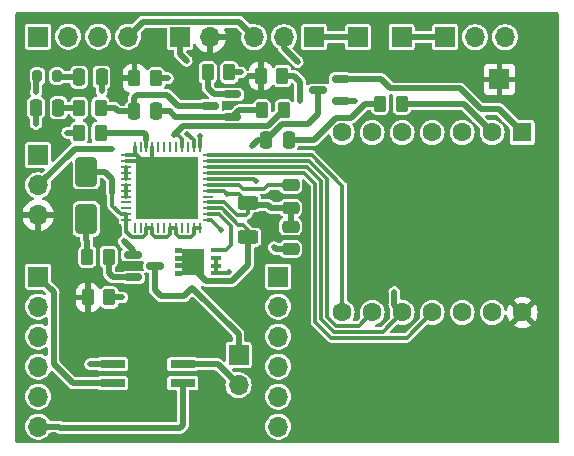
<source format=gbr>
%TF.GenerationSoftware,KiCad,Pcbnew,7.0.9*%
%TF.CreationDate,2024-04-10T12:07:57+02:00*%
%TF.ProjectId,Test_1,54657374-5f31-42e6-9b69-6361645f7063,rev?*%
%TF.SameCoordinates,Original*%
%TF.FileFunction,Copper,L1,Top*%
%TF.FilePolarity,Positive*%
%FSLAX46Y46*%
G04 Gerber Fmt 4.6, Leading zero omitted, Abs format (unit mm)*
G04 Created by KiCad (PCBNEW 7.0.9) date 2024-04-10 12:07:57*
%MOMM*%
%LPD*%
G01*
G04 APERTURE LIST*
G04 Aperture macros list*
%AMRoundRect*
0 Rectangle with rounded corners*
0 $1 Rounding radius*
0 $2 $3 $4 $5 $6 $7 $8 $9 X,Y pos of 4 corners*
0 Add a 4 corners polygon primitive as box body*
4,1,4,$2,$3,$4,$5,$6,$7,$8,$9,$2,$3,0*
0 Add four circle primitives for the rounded corners*
1,1,$1+$1,$2,$3*
1,1,$1+$1,$4,$5*
1,1,$1+$1,$6,$7*
1,1,$1+$1,$8,$9*
0 Add four rect primitives between the rounded corners*
20,1,$1+$1,$2,$3,$4,$5,0*
20,1,$1+$1,$4,$5,$6,$7,0*
20,1,$1+$1,$6,$7,$8,$9,0*
20,1,$1+$1,$8,$9,$2,$3,0*%
%AMFreePoly0*
4,1,21,1.545000,0.775000,0.925000,0.775000,0.925000,0.525000,1.545000,0.525000,1.545000,0.125000,0.925000,0.125000,0.925000,-0.125000,1.545000,-0.125000,1.545000,-0.525000,0.925000,-0.525000,0.925000,-0.775000,1.545000,-0.775000,1.545000,-1.175000,0.925000,-1.175000,0.925000,-1.125000,-0.925000,-1.125000,-0.925000,1.125000,0.925000,1.125000,0.925000,1.175000,1.545000,1.175000,
1.545000,0.775000,1.545000,0.775000,$1*%
G04 Aperture macros list end*
%TA.AperFunction,SMDPad,CuDef*%
%ADD10RoundRect,0.250000X-0.262500X-0.450000X0.262500X-0.450000X0.262500X0.450000X-0.262500X0.450000X0*%
%TD*%
%TA.AperFunction,SMDPad,CuDef*%
%ADD11R,2.159000X0.660400*%
%TD*%
%TA.AperFunction,SMDPad,CuDef*%
%ADD12RoundRect,0.250000X-0.250000X-0.475000X0.250000X-0.475000X0.250000X0.475000X-0.250000X0.475000X0*%
%TD*%
%TA.AperFunction,ComponentPad*%
%ADD13R,1.700000X1.700000*%
%TD*%
%TA.AperFunction,ComponentPad*%
%ADD14O,1.700000X1.700000*%
%TD*%
%TA.AperFunction,SMDPad,CuDef*%
%ADD15RoundRect,0.150000X-0.587500X-0.150000X0.587500X-0.150000X0.587500X0.150000X-0.587500X0.150000X0*%
%TD*%
%TA.AperFunction,SMDPad,CuDef*%
%ADD16RoundRect,0.250000X0.262500X0.450000X-0.262500X0.450000X-0.262500X-0.450000X0.262500X-0.450000X0*%
%TD*%
%TA.AperFunction,SMDPad,CuDef*%
%ADD17RoundRect,0.250000X-0.650000X1.000000X-0.650000X-1.000000X0.650000X-1.000000X0.650000X1.000000X0*%
%TD*%
%TA.AperFunction,SMDPad,CuDef*%
%ADD18RoundRect,0.250000X-0.625000X0.312500X-0.625000X-0.312500X0.625000X-0.312500X0.625000X0.312500X0*%
%TD*%
%TA.AperFunction,SMDPad,CuDef*%
%ADD19RoundRect,0.200000X0.200000X0.275000X-0.200000X0.275000X-0.200000X-0.275000X0.200000X-0.275000X0*%
%TD*%
%TA.AperFunction,SMDPad,CuDef*%
%ADD20RoundRect,0.250000X0.250000X0.475000X-0.250000X0.475000X-0.250000X-0.475000X0.250000X-0.475000X0*%
%TD*%
%TA.AperFunction,SMDPad,CuDef*%
%ADD21RoundRect,0.150000X0.587500X0.150000X-0.587500X0.150000X-0.587500X-0.150000X0.587500X-0.150000X0*%
%TD*%
%TA.AperFunction,SMDPad,CuDef*%
%ADD22RoundRect,0.250000X0.475000X-0.250000X0.475000X0.250000X-0.475000X0.250000X-0.475000X-0.250000X0*%
%TD*%
%TA.AperFunction,SMDPad,CuDef*%
%ADD23RoundRect,0.062500X0.337500X0.062500X-0.337500X0.062500X-0.337500X-0.062500X0.337500X-0.062500X0*%
%TD*%
%TA.AperFunction,SMDPad,CuDef*%
%ADD24RoundRect,0.062500X0.062500X0.337500X-0.062500X0.337500X-0.062500X-0.337500X0.062500X-0.337500X0*%
%TD*%
%TA.AperFunction,SMDPad,CuDef*%
%ADD25R,5.300000X5.300000*%
%TD*%
%TA.AperFunction,SMDPad,CuDef*%
%ADD26R,0.830000X0.400000*%
%TD*%
%TA.AperFunction,SMDPad,CuDef*%
%ADD27FreePoly0,180.000000*%
%TD*%
%TA.AperFunction,SMDPad,CuDef*%
%ADD28RoundRect,0.250000X-0.475000X0.250000X-0.475000X-0.250000X0.475000X-0.250000X0.475000X0.250000X0*%
%TD*%
%TA.AperFunction,ComponentPad*%
%ADD29R,1.600000X1.600000*%
%TD*%
%TA.AperFunction,ComponentPad*%
%ADD30C,1.600000*%
%TD*%
%TA.AperFunction,ViaPad*%
%ADD31C,0.500000*%
%TD*%
%TA.AperFunction,Conductor*%
%ADD32C,0.300000*%
%TD*%
%TA.AperFunction,Conductor*%
%ADD33C,0.500000*%
%TD*%
G04 APERTURE END LIST*
D10*
%TO.P,R3,1*%
%TO.N,Net-(C4-Pad2)*%
X82187500Y-127200000D03*
%TO.P,R3,2*%
%TO.N,Net-(Q2-D)*%
X84012500Y-127200000D03*
%TD*%
D11*
%TO.P,L1,1,1*%
%TO.N,GND*%
X85028200Y-148899800D03*
%TO.P,L1,2,2*%
%TO.N,Net-(J105-Pin_1)*%
X85028200Y-150500000D03*
%TO.P,L1,3,3*%
%TO.N,Net-(J105-Pin_6)*%
X90971800Y-150500000D03*
%TO.P,L1,4,4*%
%TO.N,/OUT+*%
X90971800Y-148899800D03*
%TD*%
D12*
%TO.P,C7,1*%
%TO.N,Net-(J2-Pin_1)*%
X98050000Y-129900000D03*
%TO.P,C7,2*%
%TO.N,Net-(Q3-G)*%
X99950000Y-129900000D03*
%TD*%
D13*
%TO.P,JP1,1,A*%
%TO.N,Net-(J6-Pin_1)*%
X113200000Y-121200000D03*
D14*
%TO.P,JP1,2,C*%
%TO.N,GND*%
X115740000Y-121200000D03*
%TO.P,JP1,3,B*%
X118280000Y-121200000D03*
%TD*%
D15*
%TO.P,Q3,1,G*%
%TO.N,Net-(Q3-G)*%
X86762500Y-139650000D03*
%TO.P,Q3,2,S*%
%TO.N,Net-(Q3-S)*%
X86762500Y-141550000D03*
%TO.P,Q3,3,D*%
%TO.N,Net-(J2-Pin_1)*%
X88637500Y-140600000D03*
%TD*%
D10*
%TO.P,R6,1*%
%TO.N,Net-(Q2-S)*%
X93087500Y-124200000D03*
%TO.P,R6,2*%
%TO.N,GND*%
X94912500Y-124200000D03*
%TD*%
%TO.P,R11,1*%
%TO.N,/3.3V*%
X82937500Y-143250000D03*
%TO.P,R11,2*%
%TO.N,Net-(U1-SDO)*%
X84762500Y-143250000D03*
%TD*%
D16*
%TO.P,R4,1*%
%TO.N,Net-(U1-SW0)*%
X99512500Y-127400000D03*
%TO.P,R4,2*%
%TO.N,Net-(Q2-G)*%
X97687500Y-127400000D03*
%TD*%
D17*
%TO.P,D1,1,A1*%
%TO.N,Net-(D1-A1)*%
X82800000Y-132600000D03*
%TO.P,D1,2,A2*%
%TO.N,GND*%
X82800000Y-136600000D03*
%TD*%
D18*
%TO.P,R1,1*%
%TO.N,Net-(D1-A1)*%
X96500000Y-135237500D03*
%TO.P,R1,2*%
%TO.N,Net-(Q1-D)*%
X96500000Y-138162500D03*
%TD*%
D12*
%TO.P,C5,1*%
%TO.N,Net-(Q2-D)*%
X86850000Y-127500000D03*
%TO.P,C5,2*%
%TO.N,Net-(Q2-G)*%
X88750000Y-127500000D03*
%TD*%
D13*
%TO.P,JP2,1,A*%
%TO.N,Net-(J5-Pin_1)*%
X102100000Y-121200000D03*
D14*
%TO.P,JP2,2,C*%
%TO.N,Net-(D1-A1)*%
X99560000Y-121200000D03*
%TO.P,JP2,3,B*%
%TO.N,Net-(J1-Pin_4)*%
X97020000Y-121200000D03*
%TD*%
D12*
%TO.P,C4,1*%
%TO.N,/OUT+*%
X78550000Y-127200000D03*
%TO.P,C4,2*%
%TO.N,Net-(C4-Pad2)*%
X80450000Y-127200000D03*
%TD*%
D19*
%TO.P,R2,1*%
%TO.N,Net-(C3-Pad2)*%
X80325000Y-124500000D03*
%TO.P,R2,2*%
%TO.N,GND*%
X78675000Y-124500000D03*
%TD*%
D20*
%TO.P,C3,1*%
%TO.N,/OUT+*%
X84100000Y-124600000D03*
%TO.P,C3,2*%
%TO.N,Net-(C3-Pad2)*%
X82200000Y-124600000D03*
%TD*%
D21*
%TO.P,Q2,1,G*%
%TO.N,Net-(Q2-G)*%
X95187500Y-127950000D03*
%TO.P,Q2,2,S*%
%TO.N,Net-(Q2-S)*%
X95187500Y-126050000D03*
%TO.P,Q2,3,D*%
%TO.N,Net-(Q2-D)*%
X93312500Y-127000000D03*
%TD*%
D13*
%TO.P,J6,1,Pin_1*%
%TO.N,Net-(J6-Pin_1)*%
X109500000Y-121200000D03*
%TD*%
D22*
%TO.P,C2,1*%
%TO.N,Net-(D1-A1)*%
X100100000Y-135650000D03*
%TO.P,C2,2*%
%TO.N,Net-(U1-CPO)*%
X100100000Y-133750000D03*
%TD*%
D16*
%TO.P,R7,1*%
%TO.N,Net-(U1-RT)*%
X84012500Y-129300000D03*
%TO.P,R7,2*%
%TO.N,GND*%
X82187500Y-129300000D03*
%TD*%
D13*
%TO.P,JP3,1,A*%
%TO.N,GND*%
X78740000Y-131200000D03*
D14*
%TO.P,JP3,2,C*%
%TO.N,Net-(JP3-C)*%
X78740000Y-133740000D03*
%TO.P,JP3,3,B*%
%TO.N,/3.3V*%
X78740000Y-136280000D03*
%TD*%
D23*
%TO.P,U1,1,OUTP0*%
%TO.N,/OUT+*%
X93100000Y-136700000D03*
%TO.P,U1,2,HGATE0*%
%TO.N,Net-(Q1-G)*%
X93100000Y-136200000D03*
%TO.P,U1,3,HSNSM0*%
%TO.N,Net-(Q1-D)*%
X93100000Y-135700000D03*
%TO.P,U1,4,HSNSP0*%
%TO.N,Net-(D1-A1)*%
X93100000Y-135200000D03*
%TO.P,U1,5,DNC*%
%TO.N,unconnected-(U1-DNC-Pad5)*%
X93100000Y-134700000D03*
%TO.P,U1,6,IN*%
%TO.N,Net-(D1-A1)*%
X93100000Y-134200000D03*
%TO.P,U1,7,CPO*%
%TO.N,Net-(U1-CPO)*%
X93100000Y-133700000D03*
%TO.P,U1,8,INT*%
%TO.N,Net-(U1-INT)*%
X93100000Y-133200000D03*
%TO.P,U1,9,SDI*%
%TO.N,Net-(U1-SDI)*%
X93100000Y-132700000D03*
%TO.P,U1,10,SDO*%
%TO.N,Net-(U1-SDO)*%
X93100000Y-132200000D03*
%TO.P,U1,11,SCK*%
%TO.N,Net-(U1-SCK)*%
X93100000Y-131700000D03*
%TO.P,U1,12,NCS*%
%TO.N,Net-(U1-NCS)*%
X93100000Y-131200000D03*
D24*
%TO.P,U1,13,AUTO*%
%TO.N,Net-(JP3-C)*%
X92400000Y-130500000D03*
%TO.P,U1,14,WAKEUP*%
%TO.N,Net-(J3-Pin_1)*%
X91900000Y-130500000D03*
%TO.P,U1,15,DNC*%
%TO.N,unconnected-(U1-DNC-Pad15)*%
X91400000Y-130500000D03*
%TO.P,U1,16,SW0*%
%TO.N,Net-(U1-SW0)*%
X90900000Y-130500000D03*
%TO.P,U1,17,SW1*%
%TO.N,unconnected-(U1-SW1-Pad17)*%
X90400000Y-130500000D03*
%TO.P,U1,18,SW2*%
%TO.N,unconnected-(U1-SW2-Pad18)*%
X89900000Y-130500000D03*
%TO.P,U1,19,SW3*%
%TO.N,unconnected-(U1-SW3-Pad19)*%
X89400000Y-130500000D03*
%TO.P,U1,20,SW4*%
%TO.N,unconnected-(U1-SW4-Pad20)*%
X88900000Y-130500000D03*
%TO.P,U1,21,GND*%
%TO.N,GND*%
X88400000Y-130500000D03*
%TO.P,U1,22,RT*%
%TO.N,Net-(U1-RT)*%
X87900000Y-130500000D03*
%TO.P,U1,23,LGATE*%
%TO.N,unconnected-(U1-LGATE-Pad23)*%
X87400000Y-130500000D03*
%TO.P,U1,24,LSRC*%
%TO.N,GND*%
X86900000Y-130500000D03*
D23*
%TO.P,U1,25,OUTM0*%
X86200000Y-131200000D03*
%TO.P,U1,26,LSNS0*%
X86200000Y-131700000D03*
%TO.P,U1,27,OUTM1*%
%TO.N,Net-(U1-LSNS1{slash}LSNS2)*%
X86200000Y-132200000D03*
%TO.P,U1,28,LSNS1/LSNS2*%
X86200000Y-132700000D03*
%TO.P,U1,29,OUTM2*%
X86200000Y-133200000D03*
%TO.P,U1,30,OUTM3*%
%TO.N,Net-(U1-LSNS3{slash}LSNS4)*%
X86200000Y-133700000D03*
%TO.P,U1,31,LSNS3/LSNS4*%
X86200000Y-134200000D03*
%TO.P,U1,32,OUTM4*%
X86200000Y-134700000D03*
%TO.P,U1,33,OUTP4*%
%TO.N,unconnected-(U1-OUTP4-Pad33)*%
X86200000Y-135200000D03*
%TO.P,U1,34,HGATE4*%
%TO.N,unconnected-(U1-HGATE4-Pad34)*%
X86200000Y-135700000D03*
%TO.P,U1,35,HSNSM4*%
%TO.N,Net-(D1-A1)*%
X86200000Y-136200000D03*
%TO.P,U1,36,HSNSP4*%
X86200000Y-136700000D03*
D24*
%TO.P,U1,37,OUTP3*%
%TO.N,unconnected-(U1-OUTP3-Pad37)*%
X86900000Y-137400000D03*
%TO.P,U1,38,HGATE3*%
%TO.N,unconnected-(U1-HGATE3-Pad38)*%
X87400000Y-137400000D03*
%TO.P,U1,39,HSNSM3*%
%TO.N,Net-(D1-A1)*%
X87900000Y-137400000D03*
%TO.P,U1,40,HSNSP3*%
X88400000Y-137400000D03*
%TO.P,U1,41,OUTP2*%
%TO.N,unconnected-(U1-OUTP2-Pad41)*%
X88900000Y-137400000D03*
%TO.P,U1,42,HGATE2*%
%TO.N,unconnected-(U1-HGATE2-Pad42)*%
X89400000Y-137400000D03*
%TO.P,U1,43,HSNSM2*%
%TO.N,Net-(D1-A1)*%
X89900000Y-137400000D03*
%TO.P,U1,44,HSNSP2*%
X90400000Y-137400000D03*
%TO.P,U1,45,OUTP1*%
%TO.N,unconnected-(U1-OUTP1-Pad45)*%
X90900000Y-137400000D03*
%TO.P,U1,46,HGATE1*%
%TO.N,unconnected-(U1-HGATE1-Pad46)*%
X91400000Y-137400000D03*
%TO.P,U1,47,HSNSM1*%
%TO.N,Net-(D1-A1)*%
X91900000Y-137400000D03*
%TO.P,U1,48,HSNSP1*%
X92400000Y-137400000D03*
D25*
%TO.P,U1,49,GND*%
%TO.N,GND*%
X89650000Y-133950000D03*
%TD*%
D10*
%TO.P,R8,1*%
%TO.N,Net-(Q3-G)*%
X107687500Y-126850000D03*
%TO.P,R8,2*%
%TO.N,Net-(U2-PA4_A1_D1)*%
X109512500Y-126850000D03*
%TD*%
D13*
%TO.P,J5,1,Pin_1*%
%TO.N,Net-(J5-Pin_1)*%
X105800000Y-121200000D03*
%TD*%
D16*
%TO.P,R9,1*%
%TO.N,Net-(Q3-S)*%
X84712500Y-139800000D03*
%TO.P,R9,2*%
%TO.N,GND*%
X82887500Y-139800000D03*
%TD*%
D13*
%TO.P,J2,1,Pin_1*%
%TO.N,Net-(J2-Pin_1)*%
X95700000Y-148125000D03*
D14*
%TO.P,J2,2,Pin_2*%
%TO.N,/OUT+*%
X95700000Y-150665000D03*
%TD*%
D10*
%TO.P,R10,1*%
%TO.N,/3.3V*%
X97587500Y-124500000D03*
%TO.P,R10,2*%
%TO.N,Net-(Q4-B)*%
X99412500Y-124500000D03*
%TD*%
D26*
%TO.P,Q1,1,S*%
%TO.N,/OUT+*%
X93820000Y-141201000D03*
%TO.P,Q1,2,S*%
X93820000Y-140551000D03*
%TO.P,Q1,3,S*%
X93820000Y-139901000D03*
%TO.P,Q1,4,G*%
%TO.N,Net-(Q1-G)*%
X93820000Y-139251000D03*
D27*
%TO.P,Q1,5,D*%
%TO.N,Net-(Q1-D)*%
X91880000Y-140226000D03*
%TD*%
D10*
%TO.P,R5,1*%
%TO.N,/3.3V*%
X86887500Y-124700000D03*
%TO.P,R5,2*%
%TO.N,Net-(U1-SW0)*%
X88712500Y-124700000D03*
%TD*%
D13*
%TO.P,J3,1,Pin_1*%
%TO.N,Net-(J3-Pin_1)*%
X90760000Y-121200000D03*
D14*
%TO.P,J3,2,Pin_2*%
%TO.N,/3.3V*%
X93300000Y-121200000D03*
%TD*%
D21*
%TO.P,Q4,1,B*%
%TO.N,Net-(Q4-B)*%
X104337500Y-126650000D03*
%TO.P,Q4,2,E*%
%TO.N,Net-(Q4-E)*%
X104337500Y-124750000D03*
%TO.P,Q4,3,C*%
%TO.N,Net-(J2-Pin_1)*%
X102462500Y-125700000D03*
%TD*%
D28*
%TO.P,C1,1*%
%TO.N,Net-(D1-A1)*%
X100100000Y-137250000D03*
%TO.P,C1,2*%
%TO.N,GND*%
X100100000Y-139150000D03*
%TD*%
D29*
%TO.P,U2,1,PA02_A0_D0*%
%TO.N,Net-(Q4-E)*%
X119720000Y-129280000D03*
D30*
%TO.P,U2,2,PA4_A1_D1*%
%TO.N,Net-(U2-PA4_A1_D1)*%
X117180000Y-129280000D03*
%TO.P,U2,3,PA10_A2_D2*%
%TO.N,unconnected-(U2-PA10_A2_D2-Pad3)*%
X114640000Y-129280000D03*
%TO.P,U2,4,PA11_A3_D3*%
%TO.N,unconnected-(U2-PA11_A3_D3-Pad4)*%
X112100000Y-129280000D03*
%TO.P,U2,5,PA8_A4_D4_SDA*%
%TO.N,unconnected-(U2-PA8_A4_D4_SDA-Pad5)*%
X109560000Y-129280000D03*
%TO.P,U2,6,PA9_A5_D5_SCL*%
%TO.N,unconnected-(U2-PA9_A5_D5_SCL-Pad6)*%
X107020000Y-129280000D03*
%TO.P,U2,7,PB08_A6_D6_TX*%
%TO.N,unconnected-(U2-PB08_A6_D6_TX-Pad7)*%
X104480000Y-129280000D03*
%TO.P,U2,8,PB09_A7_D7_RX*%
%TO.N,Net-(U1-NCS)*%
X104480000Y-144520000D03*
%TO.P,U2,9,PA7_A8_D8_SCK*%
%TO.N,Net-(U1-SCK)*%
X107020000Y-144520000D03*
%TO.P,U2,10,PA5_A9_D9_MISO*%
%TO.N,Net-(U1-SDO)*%
X109560000Y-144520000D03*
%TO.P,U2,11,PA6_A10_D10_MOSI*%
%TO.N,Net-(U1-SDI)*%
X112100000Y-144520000D03*
%TO.P,U2,12,3V3*%
%TO.N,unconnected-(U2-3V3-Pad12)*%
X114640000Y-144520000D03*
%TO.P,U2,13,GND*%
%TO.N,GND*%
X117180000Y-144520000D03*
%TO.P,U2,14,5V*%
%TO.N,/3.3V*%
X119720000Y-144520000D03*
%TD*%
D13*
%TO.P,J1,1,Pin_1*%
%TO.N,unconnected-(J1-Pin_1-Pad1)*%
X78740000Y-121158000D03*
D14*
%TO.P,J1,2,Pin_2*%
%TO.N,unconnected-(J1-Pin_2-Pad2)*%
X81280000Y-121158000D03*
%TO.P,J1,3,Pin_3*%
%TO.N,GND*%
X83820000Y-121158000D03*
%TO.P,J1,4,Pin_4*%
%TO.N,Net-(J1-Pin_4)*%
X86360000Y-121158000D03*
%TD*%
D13*
%TO.P,J106,1,Pin_1*%
%TO.N,GND*%
X99060000Y-141478000D03*
D14*
%TO.P,J106,2,Pin_2*%
%TO.N,unconnected-(J106-Pin_2-Pad2)*%
X99060000Y-144018000D03*
%TO.P,J106,3,Pin_3*%
%TO.N,unconnected-(J106-Pin_3-Pad3)*%
X99060000Y-146558000D03*
%TO.P,J106,4,Pin_4*%
%TO.N,unconnected-(J106-Pin_4-Pad4)*%
X99060000Y-149098000D03*
%TO.P,J106,5,Pin_5*%
%TO.N,unconnected-(J106-Pin_5-Pad5)*%
X99060000Y-151638000D03*
%TO.P,J106,6,Pin_6*%
%TO.N,GND*%
X99060000Y-154178000D03*
%TD*%
D13*
%TO.P,J4,1,Pin_1*%
%TO.N,/3.3V*%
X117790000Y-124790000D03*
%TD*%
%TO.P,J105,1,Pin_1*%
%TO.N,Net-(J105-Pin_1)*%
X78740000Y-141478000D03*
D14*
%TO.P,J105,2,Pin_2*%
%TO.N,unconnected-(J105-Pin_2-Pad2)*%
X78740000Y-144018000D03*
%TO.P,J105,3,Pin_3*%
%TO.N,unconnected-(J105-Pin_3-Pad3)*%
X78740000Y-146558000D03*
%TO.P,J105,4,Pin_4*%
%TO.N,unconnected-(J105-Pin_4-Pad4)*%
X78740000Y-149098000D03*
%TO.P,J105,5,Pin_5*%
%TO.N,unconnected-(J105-Pin_5-Pad5)*%
X78740000Y-151638000D03*
%TO.P,J105,6,Pin_6*%
%TO.N,Net-(J105-Pin_6)*%
X78740000Y-154178000D03*
%TD*%
D31*
%TO.N,Net-(U1-SDO)*%
X108900000Y-142800000D03*
X85850000Y-143250000D03*
%TO.N,GND*%
X88550000Y-135700000D03*
X91300000Y-131575000D03*
X87450000Y-131575000D03*
X91850000Y-131575000D03*
X89100000Y-136325000D03*
X90750000Y-135150000D03*
X89650000Y-136325000D03*
X88000000Y-132675000D03*
X91850000Y-136325000D03*
X87450000Y-135700000D03*
X90200000Y-132100000D03*
X89650000Y-135150000D03*
X87450000Y-133200000D03*
X91300000Y-132675000D03*
X88000000Y-135700000D03*
X87450000Y-133725000D03*
X91300000Y-133725000D03*
X88000000Y-136325000D03*
X88000000Y-132100000D03*
X91300000Y-132100000D03*
X91300000Y-133200000D03*
X87450000Y-132100000D03*
X78550000Y-125850000D03*
X87450000Y-132675000D03*
X81200000Y-129300000D03*
X87450000Y-135150000D03*
X89100000Y-132675000D03*
X89100000Y-132100000D03*
X90750000Y-136325000D03*
X91850000Y-132100000D03*
X90750000Y-132675000D03*
X91300000Y-135700000D03*
X91300000Y-136325000D03*
X87450000Y-136325000D03*
X91850000Y-132675000D03*
X98700000Y-139000000D03*
X88000000Y-133725000D03*
X91850000Y-133725000D03*
X88550000Y-135150000D03*
X90750000Y-132100000D03*
X83150000Y-148900000D03*
X89650000Y-133200000D03*
X91300000Y-135150000D03*
X91850000Y-135700000D03*
X90750000Y-133200000D03*
X88550000Y-131575000D03*
X90200000Y-132675000D03*
X88550000Y-136325000D03*
X91850000Y-133200000D03*
X90200000Y-133200000D03*
X88550000Y-132675000D03*
X90750000Y-135700000D03*
X89100000Y-133725000D03*
X89100000Y-131575000D03*
X88000000Y-131575000D03*
X89650000Y-132100000D03*
X90750000Y-131575000D03*
X82900000Y-138500000D03*
X95900000Y-124200000D03*
X89100000Y-135700000D03*
X88000000Y-135150000D03*
X88550000Y-133725000D03*
X90200000Y-133725000D03*
X90200000Y-135700000D03*
X91850000Y-135150000D03*
X89650000Y-132675000D03*
X89650000Y-135700000D03*
X90200000Y-135150000D03*
X90200000Y-131575000D03*
X89650000Y-133725000D03*
X90750000Y-133725000D03*
X88000000Y-133200000D03*
X89650000Y-131575000D03*
X89100000Y-133200000D03*
X90200000Y-136325000D03*
X88550000Y-133200000D03*
X88550000Y-132100000D03*
X89100000Y-135150000D03*
%TO.N,Net-(Q3-G)*%
X101050000Y-129900000D03*
X86000000Y-138500000D03*
%TO.N,Net-(Q4-B)*%
X100900000Y-126650000D03*
X105600000Y-126650000D03*
%TO.N,Net-(U1-INT)*%
X97200000Y-133400000D03*
%TO.N,Net-(U1-SW0)*%
X90200000Y-129500000D03*
X89700000Y-124700000D03*
%TO.N,Net-(JP3-C)*%
X84950000Y-130650000D03*
X92400000Y-129575000D03*
%TO.N,Net-(J2-Pin_1)*%
X91800000Y-142450000D03*
X96800000Y-130450000D03*
%TO.N,Net-(D1-A1)*%
X85000000Y-134400000D03*
X94700000Y-134450000D03*
X100700000Y-123300000D03*
%TO.N,/OUT+*%
X94903680Y-141078680D03*
X78550000Y-128550000D03*
X84100000Y-125800000D03*
X94200000Y-137500000D03*
%TO.N,Net-(J3-Pin_1)*%
X91369975Y-129425000D03*
X91300000Y-123200000D03*
%TD*%
D32*
%TO.N,GND*%
X88400000Y-131425000D02*
X88550000Y-131575000D01*
X88400000Y-130500000D02*
X88400000Y-131425000D01*
X86900000Y-130500000D02*
X86900000Y-131025000D01*
X86900000Y-131025000D02*
X87075000Y-131200000D01*
X87075000Y-131200000D02*
X87450000Y-131575000D01*
X86200000Y-131200000D02*
X87075000Y-131200000D01*
X87325000Y-131700000D02*
X87450000Y-131575000D01*
X86200000Y-131700000D02*
X87325000Y-131700000D01*
%TO.N,Net-(U1-SDI)*%
X102203553Y-133624871D02*
X101278682Y-132700000D01*
X103559341Y-146670000D02*
X109950000Y-146670000D01*
X109950000Y-146670000D02*
X112100000Y-144520000D01*
X102203553Y-145314212D02*
X103559341Y-146670000D01*
X102203553Y-133624871D02*
X102203553Y-145314212D01*
X101278682Y-132700000D02*
X93100000Y-132700000D01*
%TO.N,Net-(U1-SDO)*%
X102703553Y-133417765D02*
X102703553Y-145107106D01*
D33*
X84762500Y-143250000D02*
X85850000Y-143250000D01*
D32*
X103766447Y-146170000D02*
X107910000Y-146170000D01*
X102703553Y-145107106D02*
X103766447Y-146170000D01*
D33*
X108900000Y-143860000D02*
X109560000Y-144520000D01*
D32*
X107910000Y-146170000D02*
X109560000Y-144520000D01*
D33*
X108900000Y-143860000D02*
X108900000Y-142800000D01*
D32*
X101485788Y-132200000D02*
X102703553Y-133417765D01*
X93100000Y-132200000D02*
X101485788Y-132200000D01*
%TO.N,Net-(U1-SCK)*%
X103203553Y-133210659D02*
X103203553Y-144900000D01*
X93100000Y-131700000D02*
X101692894Y-131700000D01*
X105870000Y-145670000D02*
X107020000Y-144520000D01*
X103973553Y-145670000D02*
X105870000Y-145670000D01*
D33*
X107020000Y-144520000D02*
X106580000Y-144520000D01*
D32*
X101692894Y-131700000D02*
X103203553Y-133210659D01*
X103203553Y-144900000D02*
X103973553Y-145670000D01*
%TO.N,Net-(U1-NCS)*%
X104480000Y-133780000D02*
X101900000Y-131200000D01*
X93100000Y-131200000D02*
X101900000Y-131200000D01*
X104480000Y-144520000D02*
X104480000Y-133780000D01*
%TO.N,Net-(U1-LSNS1{slash}LSNS2)*%
X86200000Y-132200000D02*
X86200000Y-132700000D01*
X86200000Y-132700000D02*
X86200000Y-133200000D01*
%TO.N,Net-(U1-LSNS3{slash}LSNS4)*%
X86200000Y-133700000D02*
X86200000Y-134200000D01*
X86200000Y-134700000D02*
X86200000Y-134200000D01*
D33*
%TO.N,Net-(J105-Pin_1)*%
X81650000Y-150500000D02*
X80040000Y-148890000D01*
X85028200Y-150500000D02*
X81650000Y-150500000D01*
X80040000Y-148890000D02*
X80040000Y-142778000D01*
X80040000Y-142778000D02*
X78740000Y-141478000D01*
%TO.N,GND*%
X82187500Y-129300000D02*
X81200000Y-129300000D01*
X82900000Y-136700000D02*
X82800000Y-136600000D01*
X78587500Y-125812500D02*
X78550000Y-125850000D01*
X83150200Y-148899800D02*
X83150000Y-148900000D01*
X100100000Y-139150000D02*
X98850000Y-139150000D01*
X78587500Y-124600000D02*
X78587500Y-125812500D01*
X82887500Y-139800000D02*
X82887500Y-138512500D01*
X94912500Y-124200000D02*
X95900000Y-124200000D01*
X82887500Y-138512500D02*
X82900000Y-138500000D01*
X85028200Y-148899800D02*
X83150200Y-148899800D01*
X98850000Y-139150000D02*
X98700000Y-139000000D01*
X82800000Y-138400000D02*
X82900000Y-138500000D01*
X82800000Y-136600000D02*
X82800000Y-138400000D01*
D32*
%TO.N,Net-(Q1-G)*%
X94085788Y-136200000D02*
X93100000Y-136200000D01*
X94649000Y-139251000D02*
X95100000Y-138800000D01*
X93820000Y-139251000D02*
X93850000Y-139221000D01*
X95100000Y-137214212D02*
X94085788Y-136200000D01*
X93820000Y-139251000D02*
X94649000Y-139251000D01*
X95100000Y-138800000D02*
X95100000Y-137214212D01*
D33*
%TO.N,Net-(Q1-D)*%
X95121310Y-141851000D02*
X96500000Y-140472310D01*
X92955000Y-141851000D02*
X95121310Y-141851000D01*
X91880000Y-140226000D02*
X91880000Y-140776000D01*
D32*
X96500000Y-137500000D02*
X96100000Y-137100000D01*
X94292894Y-135700000D02*
X93100000Y-135700000D01*
D33*
X91880000Y-140776000D02*
X92955000Y-141851000D01*
D32*
X96100000Y-137100000D02*
X95692894Y-137100000D01*
X95692894Y-137100000D02*
X94292894Y-135700000D01*
X96500000Y-138162500D02*
X96500000Y-137500000D01*
D33*
X96500000Y-140472310D02*
X96500000Y-138162500D01*
%TO.N,Net-(Q2-G)*%
X88750000Y-127500000D02*
X89900000Y-127500000D01*
X95737500Y-127400000D02*
X97687500Y-127400000D01*
X95187500Y-127950000D02*
X95737500Y-127400000D01*
X95187500Y-127950000D02*
X90350000Y-127950000D01*
X97687500Y-127100000D02*
X97425000Y-127100000D01*
X90350000Y-127950000D02*
X89900000Y-127500000D01*
%TO.N,Net-(Q2-S)*%
X93650000Y-126050000D02*
X93087500Y-125487500D01*
X93087500Y-125487500D02*
X93087500Y-124200000D01*
X95187500Y-126050000D02*
X93650000Y-126050000D01*
%TO.N,Net-(Q2-D)*%
X87100000Y-126100000D02*
X89660050Y-126100000D01*
X86850000Y-127500000D02*
X86850000Y-126350000D01*
X93312500Y-127000000D02*
X90560050Y-127000000D01*
X85200000Y-127200000D02*
X85500000Y-127500000D01*
X86850000Y-126350000D02*
X87100000Y-126100000D01*
X84012500Y-127200000D02*
X85200000Y-127200000D01*
X90560050Y-127000000D02*
X89660050Y-126100000D01*
X85500000Y-127500000D02*
X86850000Y-127500000D01*
%TO.N,Net-(Q3-G)*%
X86762500Y-139262500D02*
X86000000Y-138500000D01*
X105209949Y-128030000D02*
X106389949Y-126850000D01*
X86762500Y-139650000D02*
X86550000Y-139650000D01*
X99950000Y-129900000D02*
X101050000Y-129900000D01*
X106389949Y-126850000D02*
X107687500Y-126850000D01*
X102092233Y-129900000D02*
X103962233Y-128030000D01*
X86762500Y-139650000D02*
X86762500Y-139262500D01*
X103962233Y-128030000D02*
X105209949Y-128030000D01*
X101050000Y-129900000D02*
X102092233Y-129900000D01*
%TO.N,Net-(Q3-S)*%
X84712500Y-139800000D02*
X84712500Y-141212500D01*
X84712500Y-141212500D02*
X85050000Y-141550000D01*
X85050000Y-141550000D02*
X86762500Y-141550000D01*
%TO.N,Net-(Q4-B)*%
X100900000Y-125000000D02*
X100900000Y-126650000D01*
X100400000Y-124500000D02*
X100900000Y-125000000D01*
X105600000Y-126650000D02*
X104337500Y-126650000D01*
X99412500Y-124500000D02*
X100400000Y-124500000D01*
%TO.N,Net-(Q4-E)*%
X119720000Y-129280000D02*
X117740000Y-127300000D01*
X116189950Y-127300000D02*
X114439950Y-125550000D01*
X107752082Y-124750000D02*
X108552082Y-125550000D01*
X114439950Y-125550000D02*
X108552082Y-125550000D01*
X117740000Y-127300000D02*
X116189950Y-127300000D01*
X104337500Y-124750000D02*
X107752082Y-124750000D01*
D32*
%TO.N,Net-(U1-CPO)*%
X96105000Y-134055000D02*
X97895000Y-134055000D01*
X97895000Y-134055000D02*
X98200000Y-133750000D01*
X95750000Y-133700000D02*
X96105000Y-134055000D01*
X98200000Y-133750000D02*
X100100000Y-133750000D01*
X93100000Y-133700000D02*
X95750000Y-133700000D01*
D33*
%TO.N,Net-(C3-Pad2)*%
X80412500Y-124600000D02*
X82200000Y-124600000D01*
%TO.N,Net-(C4-Pad2)*%
X82187500Y-127200000D02*
X80450000Y-127200000D01*
D32*
%TO.N,Net-(U1-INT)*%
X97000000Y-133200000D02*
X93100000Y-133200000D01*
X97200000Y-133400000D02*
X97000000Y-133200000D01*
D33*
%TO.N,Net-(U1-SW0)*%
X90975000Y-128725000D02*
X90200000Y-129500000D01*
D32*
X90600000Y-129500000D02*
X90200000Y-129500000D01*
D33*
X88712500Y-124700000D02*
X89700000Y-124700000D01*
X99512500Y-127400000D02*
X98187500Y-128725000D01*
D32*
X90900000Y-129800000D02*
X90600000Y-129500000D01*
D33*
X98187500Y-128725000D02*
X90975000Y-128725000D01*
D32*
X90900000Y-129800000D02*
X90900000Y-130500000D01*
D33*
X99512500Y-127012500D02*
X99512500Y-127100000D01*
%TO.N,Net-(U1-RT)*%
X87700000Y-129300000D02*
X87900000Y-129500000D01*
D32*
X87900000Y-130500000D02*
X87900000Y-129873482D01*
D33*
X87900000Y-129500000D02*
X87900000Y-129873482D01*
X84012500Y-129300000D02*
X87700000Y-129300000D01*
%TO.N,Net-(U2-PA4_A1_D1)*%
X109512500Y-126850000D02*
X114750000Y-126850000D01*
X114750000Y-126850000D02*
X117180000Y-129280000D01*
D32*
%TO.N,Net-(JP3-C)*%
X92400000Y-130500000D02*
X92400000Y-129575000D01*
D33*
X81830000Y-130650000D02*
X84950000Y-130650000D01*
X78740000Y-133740000D02*
X81830000Y-130650000D01*
%TO.N,Net-(J2-Pin_1)*%
X99400000Y-128550000D02*
X101600000Y-128550000D01*
X102462500Y-127687500D02*
X102462500Y-125700000D01*
X89150000Y-143150000D02*
X91100000Y-143150000D01*
X98050000Y-129900000D02*
X97350000Y-129900000D01*
X88637500Y-140600000D02*
X88637500Y-142637500D01*
X91800000Y-142450000D02*
X95700000Y-146350000D01*
X95700000Y-146350000D02*
X95700000Y-148125000D01*
X97350000Y-129900000D02*
X96800000Y-130450000D01*
X88637500Y-142637500D02*
X89150000Y-143150000D01*
X101600000Y-128550000D02*
X102462500Y-127687500D01*
D32*
X98250000Y-129800000D02*
X98350000Y-129700000D01*
D33*
X98050000Y-129900000D02*
X99400000Y-128550000D01*
X91100000Y-143150000D02*
X91800000Y-142450000D01*
%TO.N,Net-(J1-Pin_4)*%
X95720000Y-119900000D02*
X87618000Y-119900000D01*
X87618000Y-119900000D02*
X86360000Y-121158000D01*
X97020000Y-121200000D02*
X95720000Y-119900000D01*
%TO.N,Net-(J105-Pin_6)*%
X80478000Y-154178000D02*
X78740000Y-154178000D01*
X90971800Y-154078200D02*
X90750000Y-154300000D01*
X90971800Y-150500000D02*
X90971800Y-154078200D01*
X80600000Y-154300000D02*
X80478000Y-154178000D01*
X90750000Y-154300000D02*
X80600000Y-154300000D01*
%TO.N,Net-(D1-A1)*%
X84400000Y-132600000D02*
X85000000Y-133200000D01*
X85000000Y-133200000D02*
X85000000Y-134400000D01*
D32*
X86200000Y-136700000D02*
X86200000Y-136200000D01*
X87900000Y-137885096D02*
X87635096Y-138150000D01*
X96500000Y-135237500D02*
X96500000Y-136100000D01*
X86200000Y-137700000D02*
X86200000Y-136700000D01*
X88664904Y-138150000D02*
X88400000Y-137885096D01*
X91635096Y-138150000D02*
X90664904Y-138150000D01*
D33*
X98450000Y-135650000D02*
X100100000Y-135650000D01*
D32*
X86650000Y-138150000D02*
X86200000Y-137700000D01*
X94500000Y-135200000D02*
X93100000Y-135200000D01*
X92400000Y-137400000D02*
X91900000Y-137400000D01*
X88400000Y-137885096D02*
X88400000Y-137400000D01*
X89900000Y-137400000D02*
X89900000Y-137885096D01*
X85714904Y-136200000D02*
X85000000Y-135485096D01*
D33*
X82800000Y-132600000D02*
X84400000Y-132600000D01*
D32*
X95600000Y-136300000D02*
X94500000Y-135200000D01*
D33*
X98200000Y-135400000D02*
X98450000Y-135650000D01*
X98200000Y-135400000D02*
X96662500Y-135400000D01*
D32*
X91900000Y-137885096D02*
X91635096Y-138150000D01*
X86200000Y-136200000D02*
X85714904Y-136200000D01*
X89635096Y-138150000D02*
X88664904Y-138150000D01*
X93100000Y-134200000D02*
X94450000Y-134200000D01*
X87635096Y-138150000D02*
X86650000Y-138150000D01*
X96500000Y-136100000D02*
X96300000Y-136300000D01*
X87900000Y-137400000D02*
X87900000Y-137885096D01*
X89900000Y-137885096D02*
X89635096Y-138150000D01*
D33*
X100100000Y-137250000D02*
X100100000Y-135650000D01*
D32*
X91900000Y-137400000D02*
X91900000Y-137885096D01*
X90664904Y-138150000D02*
X90400000Y-137885096D01*
D33*
X99560000Y-122160000D02*
X100700000Y-123300000D01*
D32*
X96300000Y-136300000D02*
X95600000Y-136300000D01*
X85000000Y-135485096D02*
X85000000Y-134400000D01*
X88400000Y-137400000D02*
X87900000Y-137400000D01*
D33*
X96662500Y-135400000D02*
X96500000Y-135237500D01*
D32*
X90400000Y-137885096D02*
X90400000Y-137400000D01*
X90400000Y-137400000D02*
X89900000Y-137400000D01*
D33*
X99560000Y-121200000D02*
X99560000Y-122160000D01*
D32*
X94450000Y-134200000D02*
X94700000Y-134450000D01*
X95712500Y-134450000D02*
X96500000Y-135237500D01*
X94700000Y-134450000D02*
X95712500Y-134450000D01*
D33*
%TO.N,/OUT+*%
X93934800Y-148899800D02*
X95700000Y-150665000D01*
X78550000Y-127200000D02*
X78550000Y-128550000D01*
X90971800Y-148899800D02*
X93934800Y-148899800D01*
D32*
X93820000Y-140551000D02*
X93820000Y-139901000D01*
X93400000Y-136700000D02*
X94200000Y-137500000D01*
X93820000Y-141201000D02*
X93820000Y-140551000D01*
D33*
X84100000Y-124600000D02*
X84100000Y-125800000D01*
D32*
X94781360Y-141201000D02*
X94903680Y-141078680D01*
X93820000Y-141201000D02*
X94781360Y-141201000D01*
X93100000Y-136700000D02*
X93400000Y-136700000D01*
D33*
%TO.N,Net-(J5-Pin_1)*%
X102100000Y-121200000D02*
X105800000Y-121200000D01*
%TO.N,Net-(J6-Pin_1)*%
X109500000Y-121200000D02*
X113200000Y-121200000D01*
%TO.N,Net-(J3-Pin_1)*%
X90760000Y-122660000D02*
X91300000Y-123200000D01*
X90760000Y-121200000D02*
X90760000Y-122660000D01*
D32*
X91900000Y-130500000D02*
X91900000Y-129955025D01*
X91900000Y-129955025D02*
X91369975Y-129425000D01*
%TD*%
%TA.AperFunction,Conductor*%
%TO.N,/3.3V*%
G36*
X122732539Y-119119685D02*
G01*
X122778294Y-119172489D01*
X122789500Y-119224000D01*
X122789500Y-155475500D01*
X122769815Y-155542539D01*
X122717011Y-155588294D01*
X122665500Y-155599500D01*
X76934500Y-155599500D01*
X76867461Y-155579815D01*
X76821706Y-155527011D01*
X76810500Y-155475500D01*
X76810500Y-154178000D01*
X77634785Y-154178000D01*
X77653602Y-154381082D01*
X77709417Y-154577247D01*
X77709422Y-154577260D01*
X77800327Y-154759821D01*
X77923237Y-154922581D01*
X78073958Y-155059980D01*
X78073960Y-155059982D01*
X78173141Y-155121392D01*
X78247363Y-155167348D01*
X78437544Y-155241024D01*
X78638024Y-155278500D01*
X78638026Y-155278500D01*
X78841974Y-155278500D01*
X78841976Y-155278500D01*
X79042456Y-155241024D01*
X79232637Y-155167348D01*
X79406041Y-155059981D01*
X79556764Y-154922579D01*
X79679673Y-154759821D01*
X79685945Y-154747226D01*
X79733449Y-154695990D01*
X79796944Y-154678500D01*
X80226278Y-154678500D01*
X80293317Y-154698185D01*
X80307480Y-154708787D01*
X80326622Y-154725374D01*
X80326624Y-154725375D01*
X80326625Y-154725375D01*
X80326627Y-154725377D01*
X80331010Y-154727379D01*
X80353807Y-154740905D01*
X80357669Y-154743796D01*
X80406295Y-154761932D01*
X80410351Y-154763612D01*
X80432457Y-154773708D01*
X80457540Y-154785164D01*
X80457541Y-154785164D01*
X80457543Y-154785165D01*
X80462312Y-154785850D01*
X80488002Y-154792407D01*
X80492517Y-154794091D01*
X80544258Y-154797791D01*
X80548657Y-154798264D01*
X80564201Y-154800500D01*
X80579906Y-154800500D01*
X80584328Y-154800657D01*
X80636073Y-154804359D01*
X80640785Y-154803334D01*
X80667143Y-154800500D01*
X90682857Y-154800500D01*
X90709215Y-154803334D01*
X90713927Y-154804359D01*
X90765671Y-154800657D01*
X90770094Y-154800500D01*
X90785799Y-154800500D01*
X90801342Y-154798264D01*
X90805740Y-154797791D01*
X90857483Y-154794091D01*
X90861992Y-154792408D01*
X90887685Y-154785850D01*
X90892457Y-154785165D01*
X90939646Y-154763613D01*
X90943736Y-154761920D01*
X90972638Y-154751140D01*
X90992329Y-154743797D01*
X90992329Y-154743796D01*
X90992331Y-154743796D01*
X90996189Y-154740907D01*
X91018995Y-154727375D01*
X91023373Y-154725377D01*
X91062564Y-154691416D01*
X91066014Y-154688637D01*
X91068930Y-154686453D01*
X91078593Y-154679221D01*
X91089720Y-154668092D01*
X91092925Y-154665109D01*
X91132143Y-154631128D01*
X91134751Y-154627068D01*
X91151381Y-154606431D01*
X91278231Y-154479581D01*
X91298868Y-154462951D01*
X91302928Y-154460343D01*
X91336909Y-154421125D01*
X91339892Y-154417920D01*
X91351021Y-154406793D01*
X91360437Y-154394214D01*
X91363217Y-154390764D01*
X91371606Y-154381083D01*
X91397177Y-154351573D01*
X91399175Y-154347195D01*
X91412707Y-154324389D01*
X91415596Y-154320531D01*
X91433722Y-154271928D01*
X91435414Y-154267845D01*
X91456965Y-154220657D01*
X91457650Y-154215885D01*
X91464209Y-154190192D01*
X91465891Y-154185683D01*
X91466440Y-154178000D01*
X97954785Y-154178000D01*
X97973602Y-154381082D01*
X98029417Y-154577247D01*
X98029422Y-154577260D01*
X98120327Y-154759821D01*
X98243237Y-154922581D01*
X98393958Y-155059980D01*
X98393960Y-155059982D01*
X98493141Y-155121392D01*
X98567363Y-155167348D01*
X98757544Y-155241024D01*
X98958024Y-155278500D01*
X98958026Y-155278500D01*
X99161974Y-155278500D01*
X99161976Y-155278500D01*
X99362456Y-155241024D01*
X99552637Y-155167348D01*
X99726041Y-155059981D01*
X99876764Y-154922579D01*
X99999673Y-154759821D01*
X100090582Y-154577250D01*
X100146397Y-154381083D01*
X100165215Y-154178000D01*
X100146397Y-153974917D01*
X100090582Y-153778750D01*
X100077572Y-153752623D01*
X100041514Y-153680207D01*
X99999673Y-153596179D01*
X99876764Y-153433421D01*
X99876762Y-153433418D01*
X99726041Y-153296019D01*
X99726039Y-153296017D01*
X99552642Y-153188655D01*
X99552635Y-153188651D01*
X99457546Y-153151814D01*
X99362456Y-153114976D01*
X99161976Y-153077500D01*
X98958024Y-153077500D01*
X98757544Y-153114976D01*
X98757541Y-153114976D01*
X98757541Y-153114977D01*
X98567364Y-153188651D01*
X98567357Y-153188655D01*
X98393960Y-153296017D01*
X98393958Y-153296019D01*
X98243237Y-153433418D01*
X98120327Y-153596178D01*
X98029422Y-153778739D01*
X98029417Y-153778752D01*
X97973602Y-153974917D01*
X97954785Y-154177999D01*
X97954785Y-154178000D01*
X91466440Y-154178000D01*
X91469591Y-154133940D01*
X91470065Y-154129540D01*
X91472300Y-154113999D01*
X91472300Y-154098294D01*
X91472458Y-154093869D01*
X91476159Y-154042127D01*
X91475132Y-154037406D01*
X91472300Y-154011058D01*
X91472300Y-151204700D01*
X91491985Y-151137661D01*
X91544789Y-151091906D01*
X91596300Y-151080700D01*
X92075976Y-151080700D01*
X92075977Y-151080699D01*
X92149040Y-151066166D01*
X92231901Y-151010801D01*
X92287266Y-150927940D01*
X92301800Y-150854874D01*
X92301800Y-150145126D01*
X92301800Y-150145123D01*
X92301799Y-150145121D01*
X92287267Y-150072064D01*
X92287266Y-150072060D01*
X92231901Y-149989199D01*
X92176535Y-149952205D01*
X92149039Y-149933833D01*
X92149035Y-149933832D01*
X92075977Y-149919300D01*
X92075974Y-149919300D01*
X89867626Y-149919300D01*
X89867623Y-149919300D01*
X89794564Y-149933832D01*
X89794560Y-149933833D01*
X89711699Y-149989199D01*
X89656333Y-150072060D01*
X89656332Y-150072064D01*
X89641800Y-150145121D01*
X89641800Y-150854878D01*
X89656332Y-150927935D01*
X89656333Y-150927939D01*
X89656334Y-150927940D01*
X89711699Y-151010801D01*
X89791707Y-151064260D01*
X89794560Y-151066166D01*
X89794564Y-151066167D01*
X89867621Y-151080699D01*
X89867624Y-151080700D01*
X89867626Y-151080700D01*
X90347300Y-151080700D01*
X90414339Y-151100385D01*
X90460094Y-151153189D01*
X90471300Y-151204700D01*
X90471300Y-153675500D01*
X90451615Y-153742539D01*
X90398811Y-153788294D01*
X90347300Y-153799500D01*
X80851721Y-153799500D01*
X80784682Y-153779815D01*
X80770523Y-153769216D01*
X80751373Y-153752623D01*
X80751372Y-153752622D01*
X80751367Y-153752619D01*
X80746983Y-153750617D01*
X80724194Y-153737096D01*
X80720331Y-153734204D01*
X80720329Y-153734203D01*
X80671716Y-153716071D01*
X80667642Y-153714383D01*
X80620457Y-153692835D01*
X80620455Y-153692834D01*
X80615682Y-153692148D01*
X80590000Y-153685593D01*
X80585485Y-153683909D01*
X80533740Y-153680207D01*
X80529343Y-153679734D01*
X80513799Y-153677500D01*
X80498094Y-153677500D01*
X80493671Y-153677342D01*
X80476083Y-153676084D01*
X80441929Y-153673641D01*
X80441925Y-153673641D01*
X80437215Y-153674666D01*
X80410857Y-153677500D01*
X79796944Y-153677500D01*
X79729905Y-153657815D01*
X79685945Y-153608774D01*
X79679673Y-153596178D01*
X79556762Y-153433418D01*
X79406041Y-153296019D01*
X79406039Y-153296017D01*
X79232642Y-153188655D01*
X79232635Y-153188651D01*
X79137546Y-153151814D01*
X79042456Y-153114976D01*
X78841976Y-153077500D01*
X78638024Y-153077500D01*
X78437544Y-153114976D01*
X78437541Y-153114976D01*
X78437541Y-153114977D01*
X78247364Y-153188651D01*
X78247357Y-153188655D01*
X78073960Y-153296017D01*
X78073958Y-153296019D01*
X77923237Y-153433418D01*
X77800327Y-153596178D01*
X77709422Y-153778739D01*
X77709417Y-153778752D01*
X77653602Y-153974917D01*
X77634785Y-154177999D01*
X77634785Y-154178000D01*
X76810500Y-154178000D01*
X76810500Y-151638000D01*
X77634785Y-151638000D01*
X77653602Y-151841082D01*
X77709417Y-152037247D01*
X77709422Y-152037260D01*
X77800327Y-152219821D01*
X77923237Y-152382581D01*
X78073958Y-152519980D01*
X78073960Y-152519982D01*
X78173141Y-152581392D01*
X78247363Y-152627348D01*
X78437544Y-152701024D01*
X78638024Y-152738500D01*
X78638026Y-152738500D01*
X78841974Y-152738500D01*
X78841976Y-152738500D01*
X79042456Y-152701024D01*
X79232637Y-152627348D01*
X79406041Y-152519981D01*
X79556764Y-152382579D01*
X79679673Y-152219821D01*
X79770582Y-152037250D01*
X79826397Y-151841083D01*
X79845215Y-151638000D01*
X79826397Y-151434917D01*
X79770582Y-151238750D01*
X79753627Y-151204700D01*
X79684646Y-151066167D01*
X79679673Y-151056179D01*
X79594804Y-150943794D01*
X79556762Y-150893418D01*
X79406041Y-150756019D01*
X79406039Y-150756017D01*
X79232642Y-150648655D01*
X79232635Y-150648651D01*
X79137546Y-150611814D01*
X79042456Y-150574976D01*
X78841976Y-150537500D01*
X78638024Y-150537500D01*
X78437544Y-150574976D01*
X78437541Y-150574976D01*
X78437541Y-150574977D01*
X78247364Y-150648651D01*
X78247357Y-150648655D01*
X78073960Y-150756017D01*
X78073958Y-150756019D01*
X77923237Y-150893418D01*
X77800327Y-151056178D01*
X77709422Y-151238739D01*
X77709417Y-151238752D01*
X77653602Y-151434917D01*
X77634785Y-151637999D01*
X77634785Y-151638000D01*
X76810500Y-151638000D01*
X76810500Y-149098000D01*
X77634785Y-149098000D01*
X77653602Y-149301082D01*
X77709417Y-149497247D01*
X77709422Y-149497260D01*
X77800327Y-149679821D01*
X77923237Y-149842581D01*
X78073958Y-149979980D01*
X78073960Y-149979982D01*
X78105451Y-149999480D01*
X78247363Y-150087348D01*
X78437544Y-150161024D01*
X78638024Y-150198500D01*
X78638026Y-150198500D01*
X78841974Y-150198500D01*
X78841976Y-150198500D01*
X79042456Y-150161024D01*
X79232637Y-150087348D01*
X79406041Y-149979981D01*
X79556764Y-149842579D01*
X79679673Y-149679821D01*
X79749895Y-149538794D01*
X79797395Y-149487561D01*
X79865058Y-149470139D01*
X79931398Y-149492064D01*
X79948574Y-149506388D01*
X81248614Y-150806428D01*
X81265246Y-150827066D01*
X81267854Y-150831125D01*
X81267857Y-150831128D01*
X81307067Y-150865103D01*
X81310283Y-150868097D01*
X81321407Y-150879221D01*
X81321412Y-150879224D01*
X81321417Y-150879229D01*
X81333979Y-150888633D01*
X81337427Y-150891411D01*
X81367947Y-150917856D01*
X81376627Y-150925377D01*
X81381010Y-150927379D01*
X81403807Y-150940905D01*
X81407669Y-150943796D01*
X81456295Y-150961932D01*
X81460351Y-150963612D01*
X81482457Y-150973708D01*
X81507540Y-150985164D01*
X81507541Y-150985164D01*
X81507543Y-150985165D01*
X81512312Y-150985850D01*
X81538002Y-150992407D01*
X81542517Y-150994091D01*
X81594258Y-150997791D01*
X81598657Y-150998264D01*
X81614201Y-151000500D01*
X81629906Y-151000500D01*
X81634328Y-151000657D01*
X81686073Y-151004359D01*
X81690785Y-151003334D01*
X81717143Y-151000500D01*
X83715067Y-151000500D01*
X83782106Y-151020185D01*
X83783956Y-151021397D01*
X83836013Y-151056179D01*
X83850960Y-151066166D01*
X83850963Y-151066166D01*
X83850964Y-151066167D01*
X83924021Y-151080699D01*
X83924024Y-151080700D01*
X83924026Y-151080700D01*
X86132376Y-151080700D01*
X86132377Y-151080699D01*
X86205440Y-151066166D01*
X86288301Y-151010801D01*
X86343666Y-150927940D01*
X86358200Y-150854874D01*
X86358200Y-150145126D01*
X86358200Y-150145123D01*
X86358199Y-150145121D01*
X86343667Y-150072064D01*
X86343666Y-150072060D01*
X86288301Y-149989199D01*
X86232935Y-149952205D01*
X86205439Y-149933833D01*
X86205435Y-149933832D01*
X86132377Y-149919300D01*
X86132374Y-149919300D01*
X83924026Y-149919300D01*
X83924023Y-149919300D01*
X83850964Y-149933832D01*
X83850957Y-149933835D01*
X83783956Y-149978603D01*
X83717279Y-149999480D01*
X83715067Y-149999500D01*
X81908676Y-149999500D01*
X81841637Y-149979815D01*
X81820995Y-149963181D01*
X80757817Y-148900003D01*
X82644353Y-148900003D01*
X82645039Y-148904777D01*
X82645985Y-148931254D01*
X82645640Y-148936068D01*
X82645641Y-148936073D01*
X82646866Y-148941703D01*
X82649700Y-148968062D01*
X82649700Y-148971761D01*
X82656941Y-148996426D01*
X82660699Y-149013701D01*
X82664835Y-149042456D01*
X82664836Y-149042461D01*
X82666837Y-149046842D01*
X82675208Y-149071990D01*
X82676233Y-149076705D01*
X82679102Y-149081958D01*
X82689248Y-149106453D01*
X82690245Y-149109850D01*
X82690247Y-149109853D01*
X82703999Y-149131253D01*
X82712476Y-149146777D01*
X82724621Y-149173370D01*
X82724622Y-149173371D01*
X82724623Y-149173373D01*
X82727781Y-149177017D01*
X82742894Y-149198785D01*
X82745206Y-149203018D01*
X82745209Y-149203023D01*
X82749534Y-149207348D01*
X82766167Y-149227987D01*
X82768056Y-149230927D01*
X82768059Y-149230930D01*
X82787191Y-149247508D01*
X82799701Y-149260018D01*
X82818873Y-149282144D01*
X82818874Y-149282145D01*
X82822928Y-149284750D01*
X82843571Y-149301385D01*
X82846977Y-149304791D01*
X82852374Y-149307738D01*
X82874148Y-149322856D01*
X82876827Y-149325177D01*
X82899889Y-149335709D01*
X82915409Y-149344184D01*
X82939949Y-149359954D01*
X82939948Y-149359954D01*
X82944564Y-149361309D01*
X82969061Y-149371454D01*
X82973294Y-149373766D01*
X82979213Y-149375053D01*
X83004376Y-149383427D01*
X83007743Y-149384965D01*
X83033030Y-149388600D01*
X83050323Y-149392362D01*
X83078036Y-149400499D01*
X83078037Y-149400500D01*
X83078039Y-149400500D01*
X83082857Y-149400500D01*
X83109215Y-149403334D01*
X83113927Y-149404359D01*
X83165671Y-149400657D01*
X83170094Y-149400500D01*
X83229425Y-149400500D01*
X83232222Y-149400300D01*
X83715067Y-149400300D01*
X83782106Y-149419985D01*
X83783956Y-149421197D01*
X83807879Y-149437181D01*
X83850960Y-149465966D01*
X83850963Y-149465966D01*
X83850964Y-149465967D01*
X83924021Y-149480499D01*
X83924024Y-149480500D01*
X83924026Y-149480500D01*
X86132376Y-149480500D01*
X86132377Y-149480499D01*
X86205440Y-149465966D01*
X86288301Y-149410601D01*
X86343666Y-149327740D01*
X86358200Y-149254674D01*
X86358200Y-148544926D01*
X86358200Y-148544923D01*
X86358199Y-148544921D01*
X86343667Y-148471864D01*
X86343666Y-148471860D01*
X86288301Y-148388999D01*
X86232935Y-148352005D01*
X86205439Y-148333633D01*
X86205435Y-148333632D01*
X86132377Y-148319100D01*
X86132374Y-148319100D01*
X83924026Y-148319100D01*
X83924023Y-148319100D01*
X83850964Y-148333632D01*
X83850957Y-148333635D01*
X83783956Y-148378403D01*
X83717279Y-148399280D01*
X83715067Y-148399300D01*
X83217343Y-148399300D01*
X83190985Y-148396466D01*
X83186274Y-148395441D01*
X83186270Y-148395441D01*
X83147752Y-148398196D01*
X83134528Y-148399142D01*
X83130106Y-148399300D01*
X83114401Y-148399300D01*
X83114400Y-148399300D01*
X83113815Y-148399342D01*
X83109390Y-148399500D01*
X83078039Y-148399500D01*
X83078037Y-148399500D01*
X83078033Y-148399501D01*
X83074243Y-148400614D01*
X83048168Y-148405318D01*
X83042717Y-148405709D01*
X83042715Y-148405709D01*
X83038193Y-148407396D01*
X83012519Y-148413948D01*
X83007742Y-148414634D01*
X82982035Y-148426373D01*
X82965473Y-148432550D01*
X82939949Y-148440046D01*
X82939945Y-148440048D01*
X82936345Y-148442361D01*
X82912667Y-148454213D01*
X82907875Y-148456000D01*
X82907866Y-148456005D01*
X82903998Y-148458901D01*
X82881224Y-148472414D01*
X82876826Y-148474423D01*
X82876825Y-148474423D01*
X82855876Y-148492575D01*
X82841720Y-148503172D01*
X82818874Y-148517854D01*
X82818867Y-148517860D01*
X82801082Y-148538384D01*
X82788584Y-148550882D01*
X82768060Y-148568667D01*
X82768054Y-148568674D01*
X82753372Y-148591520D01*
X82742775Y-148605676D01*
X82724623Y-148626625D01*
X82724623Y-148626626D01*
X82722614Y-148631024D01*
X82709101Y-148653798D01*
X82706205Y-148657666D01*
X82706200Y-148657675D01*
X82704413Y-148662467D01*
X82692561Y-148686145D01*
X82690248Y-148689745D01*
X82690246Y-148689749D01*
X82682750Y-148715273D01*
X82676573Y-148731835D01*
X82664834Y-148757542D01*
X82664148Y-148762319D01*
X82657596Y-148787993D01*
X82655909Y-148792515D01*
X82655909Y-148792517D01*
X82655519Y-148797968D01*
X82650814Y-148824043D01*
X82649701Y-148827833D01*
X82649700Y-148827842D01*
X82649700Y-148853940D01*
X82648438Y-148871586D01*
X82644353Y-148899999D01*
X82644353Y-148900003D01*
X80757817Y-148900003D01*
X80576819Y-148719005D01*
X80543334Y-148657682D01*
X80540500Y-148631324D01*
X80540500Y-143500000D01*
X81925001Y-143500000D01*
X81925001Y-143749986D01*
X81935494Y-143852697D01*
X81990641Y-144019119D01*
X81990643Y-144019124D01*
X82082684Y-144168345D01*
X82206654Y-144292315D01*
X82355875Y-144384356D01*
X82355880Y-144384358D01*
X82522302Y-144439505D01*
X82522309Y-144439506D01*
X82625019Y-144449999D01*
X82687499Y-144449998D01*
X82687500Y-144449998D01*
X82687500Y-143500000D01*
X81925001Y-143500000D01*
X80540500Y-143500000D01*
X80540500Y-143000000D01*
X81925000Y-143000000D01*
X82687500Y-143000000D01*
X82687500Y-142050000D01*
X83187500Y-142050000D01*
X83187500Y-144449999D01*
X83249972Y-144449999D01*
X83249986Y-144449998D01*
X83352697Y-144439505D01*
X83519119Y-144384358D01*
X83519124Y-144384356D01*
X83668345Y-144292315D01*
X83792315Y-144168345D01*
X83884354Y-144019126D01*
X83884842Y-144018081D01*
X83885368Y-144017482D01*
X83888149Y-144012975D01*
X83888918Y-144013449D01*
X83931007Y-143965635D01*
X83998198Y-143946473D01*
X84065082Y-143966679D01*
X84096498Y-143996157D01*
X84138042Y-144051653D01*
X84142455Y-144057547D01*
X84257664Y-144143793D01*
X84257671Y-144143797D01*
X84302618Y-144160561D01*
X84392517Y-144194091D01*
X84452127Y-144200500D01*
X85072872Y-144200499D01*
X85132483Y-144194091D01*
X85267331Y-144143796D01*
X85382546Y-144057546D01*
X85468796Y-143942331D01*
X85492835Y-143877879D01*
X85510258Y-143831167D01*
X85552129Y-143775233D01*
X85617593Y-143750816D01*
X85626440Y-143750500D01*
X85921960Y-143750500D01*
X85921961Y-143750500D01*
X85948153Y-143742809D01*
X85965436Y-143739050D01*
X85969882Y-143738410D01*
X85992457Y-143735165D01*
X86017287Y-143723824D01*
X86033862Y-143717642D01*
X86060053Y-143709953D01*
X86083020Y-143695192D01*
X86098540Y-143686717D01*
X86123373Y-143675377D01*
X86144006Y-143657497D01*
X86158148Y-143646910D01*
X86181128Y-143632143D01*
X86199015Y-143611499D01*
X86211499Y-143599015D01*
X86232143Y-143581128D01*
X86246910Y-143558148D01*
X86257497Y-143544006D01*
X86275377Y-143523373D01*
X86286717Y-143498540D01*
X86295192Y-143483020D01*
X86309953Y-143460053D01*
X86317642Y-143433862D01*
X86323822Y-143417292D01*
X86335165Y-143392457D01*
X86339050Y-143365426D01*
X86342806Y-143348159D01*
X86350500Y-143321961D01*
X86350500Y-143294667D01*
X86351762Y-143277020D01*
X86355647Y-143250000D01*
X86351762Y-143222977D01*
X86350500Y-143205331D01*
X86350500Y-143178042D01*
X86350500Y-143178039D01*
X86342805Y-143151834D01*
X86339051Y-143134577D01*
X86335165Y-143107543D01*
X86323825Y-143082713D01*
X86317641Y-143066133D01*
X86309953Y-143039947D01*
X86295192Y-143016978D01*
X86286714Y-143001451D01*
X86276354Y-142978767D01*
X86275377Y-142976627D01*
X86257500Y-142955996D01*
X86246905Y-142941844D01*
X86232143Y-142918872D01*
X86222910Y-142910871D01*
X86211510Y-142900992D01*
X86199006Y-142888488D01*
X86181128Y-142867857D01*
X86181123Y-142867853D01*
X86158160Y-142853095D01*
X86144000Y-142842496D01*
X86137007Y-142836437D01*
X86123373Y-142824623D01*
X86098541Y-142813282D01*
X86083019Y-142804806D01*
X86060053Y-142790047D01*
X86060051Y-142790046D01*
X86033858Y-142782355D01*
X86017288Y-142776174D01*
X85992457Y-142764835D01*
X85965423Y-142760947D01*
X85948154Y-142757190D01*
X85921963Y-142749500D01*
X85921961Y-142749500D01*
X85885799Y-142749500D01*
X85626440Y-142749500D01*
X85559401Y-142729815D01*
X85513646Y-142677011D01*
X85510258Y-142668833D01*
X85468797Y-142557671D01*
X85468793Y-142557664D01*
X85382547Y-142442455D01*
X85382544Y-142442452D01*
X85267335Y-142356206D01*
X85267328Y-142356202D01*
X85132482Y-142305908D01*
X85132483Y-142305908D01*
X85086615Y-142300977D01*
X85071556Y-142294739D01*
X85068029Y-142296666D01*
X85041672Y-142299500D01*
X84452129Y-142299500D01*
X84452123Y-142299501D01*
X84392516Y-142305908D01*
X84257671Y-142356202D01*
X84257664Y-142356206D01*
X84142455Y-142442452D01*
X84096498Y-142503842D01*
X84040563Y-142545713D01*
X83970872Y-142550696D01*
X83909549Y-142517210D01*
X83888335Y-142486909D01*
X83888149Y-142487025D01*
X83886170Y-142483816D01*
X83884845Y-142481924D01*
X83884356Y-142480877D01*
X83792315Y-142331654D01*
X83668345Y-142207684D01*
X83519124Y-142115643D01*
X83519119Y-142115641D01*
X83352697Y-142060494D01*
X83352690Y-142060493D01*
X83249986Y-142050000D01*
X83187500Y-142050000D01*
X82687500Y-142050000D01*
X82687499Y-142049999D01*
X82625028Y-142050000D01*
X82625011Y-142050001D01*
X82522302Y-142060494D01*
X82355880Y-142115641D01*
X82355875Y-142115643D01*
X82206654Y-142207684D01*
X82082684Y-142331654D01*
X81990643Y-142480875D01*
X81990641Y-142480880D01*
X81935494Y-142647302D01*
X81935493Y-142647309D01*
X81925000Y-142750013D01*
X81925000Y-143000000D01*
X80540500Y-143000000D01*
X80540500Y-142845143D01*
X80543334Y-142818785D01*
X80544359Y-142814073D01*
X80540658Y-142762329D01*
X80540500Y-142757904D01*
X80540500Y-142742201D01*
X80538264Y-142726657D01*
X80537791Y-142722254D01*
X80534091Y-142670517D01*
X80532407Y-142666002D01*
X80525850Y-142640312D01*
X80525165Y-142635543D01*
X80515700Y-142614819D01*
X80503616Y-142588359D01*
X80501932Y-142584295D01*
X80483796Y-142535669D01*
X80480905Y-142531807D01*
X80467379Y-142509010D01*
X80465377Y-142504627D01*
X80450125Y-142487025D01*
X80431411Y-142465427D01*
X80428633Y-142461979D01*
X80419229Y-142449417D01*
X80419224Y-142449412D01*
X80419221Y-142449407D01*
X80408097Y-142438283D01*
X80405103Y-142435067D01*
X80371128Y-142395857D01*
X80371125Y-142395854D01*
X80367066Y-142393246D01*
X80346428Y-142376614D01*
X79876819Y-141907005D01*
X79843334Y-141845682D01*
X79840500Y-141819324D01*
X79840500Y-140603323D01*
X79840499Y-140603321D01*
X79825967Y-140530264D01*
X79825966Y-140530260D01*
X79811165Y-140508109D01*
X79770601Y-140447399D01*
X79687740Y-140392034D01*
X79687739Y-140392033D01*
X79687735Y-140392032D01*
X79614677Y-140377500D01*
X79614674Y-140377500D01*
X77865326Y-140377500D01*
X77865323Y-140377500D01*
X77792264Y-140392032D01*
X77792260Y-140392033D01*
X77709399Y-140447399D01*
X77654033Y-140530260D01*
X77654032Y-140530264D01*
X77639500Y-140603321D01*
X77639500Y-142352678D01*
X77654032Y-142425735D01*
X77654033Y-142425739D01*
X77669854Y-142449417D01*
X77709399Y-142508601D01*
X77764942Y-142545713D01*
X77792260Y-142563966D01*
X77792264Y-142563967D01*
X77865321Y-142578499D01*
X77865324Y-142578500D01*
X77865326Y-142578500D01*
X79081324Y-142578500D01*
X79148363Y-142598185D01*
X79169005Y-142614819D01*
X79396452Y-142842266D01*
X79429937Y-142903589D01*
X79424953Y-142973281D01*
X79383081Y-143029214D01*
X79317617Y-143053631D01*
X79249344Y-143038779D01*
X79243511Y-143035385D01*
X79232637Y-143028652D01*
X79232634Y-143028651D01*
X79232635Y-143028651D01*
X79071152Y-142966093D01*
X79042456Y-142954976D01*
X78841976Y-142917500D01*
X78638024Y-142917500D01*
X78437544Y-142954976D01*
X78437541Y-142954976D01*
X78437541Y-142954977D01*
X78247364Y-143028651D01*
X78247357Y-143028655D01*
X78073960Y-143136017D01*
X78073958Y-143136019D01*
X77923237Y-143273418D01*
X77800327Y-143436178D01*
X77709422Y-143618739D01*
X77709417Y-143618752D01*
X77653602Y-143814917D01*
X77634785Y-144017999D01*
X77634785Y-144018000D01*
X77653602Y-144221082D01*
X77709417Y-144417247D01*
X77709422Y-144417260D01*
X77800327Y-144599821D01*
X77923237Y-144762581D01*
X78073958Y-144899980D01*
X78073960Y-144899982D01*
X78129777Y-144934542D01*
X78247363Y-145007348D01*
X78437544Y-145081024D01*
X78638024Y-145118500D01*
X78638026Y-145118500D01*
X78841974Y-145118500D01*
X78841976Y-145118500D01*
X79042456Y-145081024D01*
X79232637Y-145007348D01*
X79350223Y-144934541D01*
X79417583Y-144915986D01*
X79484282Y-144936794D01*
X79529144Y-144990360D01*
X79539500Y-145039969D01*
X79539500Y-145536030D01*
X79519815Y-145603069D01*
X79467011Y-145648824D01*
X79397853Y-145658768D01*
X79350223Y-145641457D01*
X79232642Y-145568655D01*
X79232635Y-145568651D01*
X79051041Y-145498302D01*
X79042456Y-145494976D01*
X78841976Y-145457500D01*
X78638024Y-145457500D01*
X78437544Y-145494976D01*
X78437541Y-145494976D01*
X78437541Y-145494977D01*
X78247364Y-145568651D01*
X78247357Y-145568655D01*
X78073960Y-145676017D01*
X78073958Y-145676019D01*
X77923237Y-145813418D01*
X77800327Y-145976178D01*
X77709422Y-146158739D01*
X77709417Y-146158752D01*
X77653602Y-146354917D01*
X77634785Y-146557999D01*
X77634785Y-146558000D01*
X77653602Y-146761082D01*
X77709417Y-146957247D01*
X77709422Y-146957260D01*
X77800327Y-147139821D01*
X77923237Y-147302581D01*
X78073958Y-147439980D01*
X78073960Y-147439982D01*
X78099808Y-147455986D01*
X78247363Y-147547348D01*
X78437544Y-147621024D01*
X78638024Y-147658500D01*
X78638026Y-147658500D01*
X78841974Y-147658500D01*
X78841976Y-147658500D01*
X79042456Y-147621024D01*
X79232637Y-147547348D01*
X79350223Y-147474541D01*
X79417583Y-147455986D01*
X79484282Y-147476794D01*
X79529144Y-147530360D01*
X79539500Y-147579969D01*
X79539500Y-148076030D01*
X79519815Y-148143069D01*
X79467011Y-148188824D01*
X79397853Y-148198768D01*
X79350223Y-148181457D01*
X79232642Y-148108655D01*
X79232635Y-148108651D01*
X79137546Y-148071814D01*
X79042456Y-148034976D01*
X78841976Y-147997500D01*
X78638024Y-147997500D01*
X78437544Y-148034976D01*
X78437541Y-148034976D01*
X78437541Y-148034977D01*
X78247364Y-148108651D01*
X78247357Y-148108655D01*
X78073960Y-148216017D01*
X78073958Y-148216019D01*
X77923237Y-148353418D01*
X77800327Y-148516178D01*
X77709422Y-148698739D01*
X77709417Y-148698752D01*
X77653602Y-148894917D01*
X77634785Y-149097999D01*
X77634785Y-149098000D01*
X76810500Y-149098000D01*
X76810500Y-137647873D01*
X81649500Y-137647873D01*
X81655908Y-137707483D01*
X81706202Y-137842328D01*
X81706206Y-137842335D01*
X81792452Y-137957544D01*
X81792455Y-137957547D01*
X81907664Y-138043793D01*
X81907671Y-138043797D01*
X81925643Y-138050500D01*
X82042517Y-138094091D01*
X82102127Y-138100500D01*
X82175500Y-138100499D01*
X82242538Y-138120183D01*
X82288294Y-138172986D01*
X82299500Y-138224499D01*
X82299500Y-138332858D01*
X82296667Y-138359206D01*
X82295641Y-138363927D01*
X82295641Y-138363929D01*
X82295641Y-138363930D01*
X82299342Y-138415669D01*
X82299500Y-138420094D01*
X82299500Y-138435799D01*
X82301734Y-138451343D01*
X82302207Y-138455740D01*
X82305909Y-138507485D01*
X82307593Y-138512000D01*
X82314148Y-138537682D01*
X82314834Y-138542455D01*
X82314835Y-138542457D01*
X82336383Y-138589642D01*
X82338071Y-138593716D01*
X82356203Y-138642330D01*
X82359095Y-138646193D01*
X82372616Y-138668979D01*
X82375789Y-138675925D01*
X82387000Y-138727448D01*
X82387000Y-138840892D01*
X82367315Y-138907931D01*
X82337312Y-138940158D01*
X82267452Y-138992455D01*
X82181206Y-139107664D01*
X82181202Y-139107671D01*
X82130908Y-139242517D01*
X82124501Y-139302116D01*
X82124501Y-139302123D01*
X82124500Y-139302135D01*
X82124500Y-140297870D01*
X82124501Y-140297876D01*
X82130908Y-140357483D01*
X82181202Y-140492328D01*
X82181206Y-140492335D01*
X82267452Y-140607544D01*
X82267455Y-140607547D01*
X82382664Y-140693793D01*
X82382671Y-140693797D01*
X82427618Y-140710561D01*
X82517517Y-140744091D01*
X82577127Y-140750500D01*
X83197872Y-140750499D01*
X83257483Y-140744091D01*
X83392331Y-140693796D01*
X83507546Y-140607546D01*
X83593796Y-140492331D01*
X83644091Y-140357483D01*
X83650500Y-140297873D01*
X83650499Y-139302128D01*
X83644486Y-139246194D01*
X83644091Y-139242516D01*
X83593797Y-139107671D01*
X83593793Y-139107664D01*
X83507547Y-138992455D01*
X83503101Y-138989127D01*
X83469439Y-138963927D01*
X83437688Y-138940158D01*
X83395818Y-138884224D01*
X83388000Y-138840892D01*
X83388000Y-138646186D01*
X83393374Y-138616402D01*
X83392206Y-138616148D01*
X83394090Y-138607486D01*
X83394090Y-138607485D01*
X83394091Y-138607483D01*
X83396038Y-138580245D01*
X83398553Y-138562757D01*
X83404359Y-138536073D01*
X83404015Y-138531269D01*
X83404961Y-138504765D01*
X83405647Y-138500000D01*
X83404961Y-138495234D01*
X83404015Y-138468729D01*
X83404359Y-138463927D01*
X83398554Y-138437247D01*
X83396037Y-138419731D01*
X83395262Y-138408892D01*
X83394091Y-138392517D01*
X83392407Y-138388002D01*
X83385850Y-138362312D01*
X83385165Y-138357543D01*
X83383161Y-138353155D01*
X83374788Y-138327995D01*
X83373765Y-138323290D01*
X83360687Y-138299342D01*
X83353336Y-138283247D01*
X83347587Y-138267834D01*
X83342601Y-138198143D01*
X83376086Y-138136819D01*
X83437408Y-138103333D01*
X83463768Y-138100499D01*
X83497871Y-138100499D01*
X83497872Y-138100499D01*
X83557483Y-138094091D01*
X83692331Y-138043796D01*
X83807546Y-137957546D01*
X83893796Y-137842331D01*
X83944091Y-137707483D01*
X83950500Y-137647873D01*
X83950499Y-135552128D01*
X83944091Y-135492517D01*
X83928233Y-135450000D01*
X83893797Y-135357671D01*
X83893793Y-135357664D01*
X83807547Y-135242455D01*
X83807544Y-135242452D01*
X83692335Y-135156206D01*
X83692328Y-135156202D01*
X83557482Y-135105908D01*
X83557483Y-135105908D01*
X83497883Y-135099501D01*
X83497881Y-135099500D01*
X83497873Y-135099500D01*
X83497864Y-135099500D01*
X82102129Y-135099500D01*
X82102123Y-135099501D01*
X82042516Y-135105908D01*
X81907671Y-135156202D01*
X81907664Y-135156206D01*
X81792455Y-135242452D01*
X81792452Y-135242455D01*
X81706206Y-135357664D01*
X81706202Y-135357671D01*
X81655908Y-135492517D01*
X81649887Y-135548525D01*
X81649501Y-135552123D01*
X81649500Y-135552135D01*
X81649500Y-137647873D01*
X76810500Y-137647873D01*
X76810500Y-136530000D01*
X77409364Y-136530000D01*
X77466567Y-136743486D01*
X77466570Y-136743492D01*
X77566399Y-136957578D01*
X77701894Y-137151082D01*
X77868917Y-137318105D01*
X78062421Y-137453600D01*
X78276507Y-137553429D01*
X78276516Y-137553433D01*
X78490000Y-137610634D01*
X78490000Y-136715501D01*
X78597685Y-136764680D01*
X78704237Y-136780000D01*
X78775763Y-136780000D01*
X78882315Y-136764680D01*
X78990000Y-136715501D01*
X78990000Y-137610633D01*
X79203483Y-137553433D01*
X79203492Y-137553429D01*
X79417578Y-137453600D01*
X79611082Y-137318105D01*
X79778105Y-137151082D01*
X79913600Y-136957578D01*
X80013429Y-136743492D01*
X80013432Y-136743486D01*
X80070636Y-136530000D01*
X79173686Y-136530000D01*
X79199493Y-136489844D01*
X79240000Y-136351889D01*
X79240000Y-136208111D01*
X79199493Y-136070156D01*
X79173686Y-136030000D01*
X80070636Y-136030000D01*
X80070635Y-136029999D01*
X80013432Y-135816513D01*
X80013429Y-135816507D01*
X79913600Y-135602422D01*
X79913599Y-135602420D01*
X79778113Y-135408926D01*
X79778108Y-135408920D01*
X79611082Y-135241894D01*
X79417578Y-135106399D01*
X79203492Y-135006570D01*
X79203477Y-135006564D01*
X79164414Y-134996097D01*
X79104754Y-134959732D01*
X79074226Y-134896885D01*
X79082521Y-134827509D01*
X79127007Y-134773632D01*
X79151710Y-134760698D01*
X79232637Y-134729348D01*
X79406041Y-134621981D01*
X79534122Y-134505219D01*
X79556762Y-134484581D01*
X79556764Y-134484579D01*
X79679673Y-134321821D01*
X79770582Y-134139250D01*
X79826397Y-133943083D01*
X79845215Y-133740000D01*
X79826397Y-133536917D01*
X79807464Y-133470375D01*
X79808050Y-133400513D01*
X79839047Y-133348765D01*
X81437821Y-131749991D01*
X81499142Y-131716508D01*
X81568834Y-131721492D01*
X81624767Y-131763364D01*
X81649184Y-131828828D01*
X81649500Y-131837674D01*
X81649500Y-133647870D01*
X81649501Y-133647876D01*
X81655908Y-133707483D01*
X81706202Y-133842328D01*
X81706206Y-133842335D01*
X81792452Y-133957544D01*
X81792455Y-133957547D01*
X81907664Y-134043793D01*
X81907671Y-134043797D01*
X82042517Y-134094091D01*
X82042516Y-134094091D01*
X82049444Y-134094835D01*
X82102127Y-134100500D01*
X83497872Y-134100499D01*
X83557483Y-134094091D01*
X83692331Y-134043796D01*
X83807546Y-133957546D01*
X83893796Y-133842331D01*
X83944091Y-133707483D01*
X83950500Y-133647873D01*
X83950500Y-133224500D01*
X83970185Y-133157461D01*
X84022989Y-133111706D01*
X84074500Y-133100500D01*
X84141324Y-133100500D01*
X84208363Y-133120185D01*
X84229005Y-133136819D01*
X84463181Y-133370995D01*
X84496666Y-133432318D01*
X84499500Y-133458676D01*
X84499500Y-134355331D01*
X84498238Y-134372977D01*
X84494353Y-134399999D01*
X84514834Y-134542456D01*
X84541489Y-134600821D01*
X84574623Y-134673373D01*
X84574627Y-134673378D01*
X84579418Y-134680833D01*
X84576364Y-134682795D01*
X84598235Y-134730663D01*
X84599500Y-134748332D01*
X84599500Y-135548525D01*
X84599501Y-135548535D01*
X84606346Y-135569603D01*
X84610887Y-135588514D01*
X84614354Y-135610400D01*
X84614355Y-135610403D01*
X84624412Y-135630141D01*
X84631857Y-135648114D01*
X84638704Y-135669186D01*
X84651726Y-135687110D01*
X84661890Y-135703696D01*
X84671950Y-135723438D01*
X84692864Y-135744352D01*
X84692893Y-135744383D01*
X85455890Y-136507380D01*
X85455910Y-136507398D01*
X85476560Y-136528049D01*
X85481794Y-136530716D01*
X85532590Y-136578689D01*
X85549500Y-136641200D01*
X85549500Y-136799180D01*
X85555500Y-136844756D01*
X85555502Y-136844763D01*
X85577770Y-136892516D01*
X85602150Y-136944799D01*
X85680201Y-137022850D01*
X85727907Y-137045095D01*
X85780344Y-137091265D01*
X85799500Y-137157476D01*
X85799500Y-137763429D01*
X85799501Y-137763439D01*
X85806346Y-137784507D01*
X85810887Y-137803418D01*
X85814354Y-137825304D01*
X85814355Y-137825307D01*
X85824412Y-137845045D01*
X85831857Y-137863018D01*
X85838071Y-137882143D01*
X85841719Y-137893368D01*
X85838681Y-137894355D01*
X85848499Y-137946716D01*
X85822205Y-138011449D01*
X85792160Y-138038623D01*
X85746312Y-138068087D01*
X85742508Y-138070344D01*
X85696973Y-138095211D01*
X85693559Y-138098625D01*
X85672938Y-138115243D01*
X85668876Y-138117854D01*
X85668867Y-138117861D01*
X85634899Y-138157062D01*
X85631883Y-138160301D01*
X85595210Y-138196973D01*
X85595207Y-138196979D01*
X85592889Y-138201223D01*
X85577788Y-138222973D01*
X85574624Y-138226625D01*
X85574618Y-138226634D01*
X85553071Y-138273815D01*
X85551090Y-138277773D01*
X85526233Y-138323296D01*
X85525208Y-138328009D01*
X85516839Y-138353155D01*
X85514834Y-138357544D01*
X85507451Y-138408892D01*
X85506665Y-138413246D01*
X85495641Y-138463927D01*
X85495985Y-138468743D01*
X85495039Y-138495221D01*
X85494353Y-138499994D01*
X85494353Y-138500002D01*
X85501734Y-138551345D01*
X85502207Y-138555744D01*
X85505909Y-138607486D01*
X85507593Y-138612000D01*
X85514148Y-138637682D01*
X85514834Y-138642455D01*
X85514835Y-138642457D01*
X85536383Y-138689642D01*
X85538071Y-138693716D01*
X85556203Y-138742329D01*
X85559096Y-138746194D01*
X85572617Y-138768983D01*
X85574619Y-138773367D01*
X85574622Y-138773371D01*
X85574623Y-138773373D01*
X85608598Y-138812583D01*
X85611362Y-138816013D01*
X85620775Y-138828588D01*
X85620782Y-138828596D01*
X85631886Y-138839700D01*
X85634896Y-138842932D01*
X85652660Y-138863433D01*
X85668871Y-138882142D01*
X85668874Y-138882145D01*
X85672928Y-138884750D01*
X85693571Y-138901385D01*
X85862715Y-139070529D01*
X85896200Y-139131852D01*
X85891216Y-139201544D01*
X85862717Y-139245889D01*
X85846955Y-139261651D01*
X85846951Y-139261657D01*
X85789352Y-139374698D01*
X85774500Y-139468475D01*
X85774500Y-139831517D01*
X85784411Y-139894091D01*
X85789354Y-139925304D01*
X85846950Y-140038342D01*
X85846952Y-140038344D01*
X85846954Y-140038347D01*
X85936652Y-140128045D01*
X85936654Y-140128046D01*
X85936658Y-140128050D01*
X86049694Y-140185645D01*
X86049698Y-140185647D01*
X86143475Y-140200499D01*
X86143481Y-140200500D01*
X87381518Y-140200499D01*
X87475304Y-140185646D01*
X87489273Y-140178528D01*
X87557938Y-140165632D01*
X87622679Y-140191907D01*
X87662937Y-140249012D01*
X87665768Y-140315039D01*
X87665880Y-140315057D01*
X87665793Y-140315605D01*
X87665931Y-140318818D01*
X87664481Y-140323888D01*
X87649500Y-140418475D01*
X87649500Y-140781517D01*
X87654578Y-140813577D01*
X87664099Y-140873696D01*
X87665881Y-140884943D01*
X87663857Y-140885263D01*
X87665490Y-140942516D01*
X87629407Y-141002347D01*
X87566704Y-141033171D01*
X87497290Y-141025203D01*
X87489280Y-141021475D01*
X87475304Y-141014354D01*
X87475303Y-141014353D01*
X87475300Y-141014352D01*
X87475301Y-141014352D01*
X87381524Y-140999500D01*
X86143482Y-140999500D01*
X86049694Y-141014354D01*
X86007243Y-141035985D01*
X85950948Y-141049500D01*
X85337000Y-141049500D01*
X85269961Y-141029815D01*
X85224206Y-140977011D01*
X85213000Y-140925500D01*
X85213000Y-140759107D01*
X85232685Y-140692068D01*
X85262685Y-140659843D01*
X85332546Y-140607546D01*
X85418796Y-140492331D01*
X85469091Y-140357483D01*
X85475500Y-140297873D01*
X85475499Y-139302128D01*
X85469486Y-139246194D01*
X85469091Y-139242516D01*
X85418797Y-139107671D01*
X85418793Y-139107664D01*
X85332547Y-138992455D01*
X85332544Y-138992452D01*
X85217335Y-138906206D01*
X85217328Y-138906202D01*
X85082486Y-138855910D01*
X85082485Y-138855909D01*
X85082483Y-138855909D01*
X85022873Y-138849500D01*
X85022863Y-138849500D01*
X84402129Y-138849500D01*
X84402123Y-138849501D01*
X84342516Y-138855908D01*
X84207671Y-138906202D01*
X84207664Y-138906206D01*
X84092455Y-138992452D01*
X84092452Y-138992455D01*
X84006206Y-139107664D01*
X84006202Y-139107671D01*
X83955908Y-139242517D01*
X83949501Y-139302116D01*
X83949501Y-139302123D01*
X83949500Y-139302135D01*
X83949500Y-140297870D01*
X83949501Y-140297876D01*
X83955908Y-140357483D01*
X84006202Y-140492328D01*
X84006206Y-140492335D01*
X84092451Y-140607543D01*
X84092452Y-140607544D01*
X84092454Y-140607546D01*
X84162312Y-140659842D01*
X84204182Y-140715774D01*
X84212000Y-140759107D01*
X84212000Y-141145358D01*
X84209167Y-141171706D01*
X84208141Y-141176427D01*
X84208141Y-141176429D01*
X84208141Y-141176430D01*
X84211842Y-141228169D01*
X84212000Y-141232594D01*
X84212000Y-141248299D01*
X84214234Y-141263843D01*
X84214707Y-141268240D01*
X84218409Y-141319985D01*
X84220093Y-141324500D01*
X84226648Y-141350182D01*
X84227334Y-141354955D01*
X84227335Y-141354957D01*
X84248883Y-141402142D01*
X84250571Y-141406216D01*
X84268703Y-141454829D01*
X84271596Y-141458694D01*
X84285117Y-141481483D01*
X84287119Y-141485867D01*
X84287122Y-141485871D01*
X84287123Y-141485873D01*
X84321098Y-141525083D01*
X84323862Y-141528513D01*
X84333275Y-141541088D01*
X84333282Y-141541096D01*
X84344386Y-141552200D01*
X84347396Y-141555432D01*
X84370070Y-141581600D01*
X84381371Y-141594642D01*
X84381374Y-141594645D01*
X84385428Y-141597250D01*
X84406071Y-141613885D01*
X84648614Y-141856428D01*
X84665246Y-141877066D01*
X84667854Y-141881125D01*
X84667857Y-141881128D01*
X84707067Y-141915103D01*
X84710283Y-141918097D01*
X84721407Y-141929221D01*
X84721412Y-141929224D01*
X84721417Y-141929229D01*
X84733979Y-141938633D01*
X84737427Y-141941411D01*
X84765166Y-141965446D01*
X84776627Y-141975377D01*
X84781010Y-141977379D01*
X84803807Y-141990905D01*
X84807669Y-141993796D01*
X84856295Y-142011932D01*
X84860351Y-142013612D01*
X84879949Y-142022563D01*
X84907540Y-142035164D01*
X84907541Y-142035164D01*
X84907543Y-142035165D01*
X84912312Y-142035850D01*
X84938002Y-142042407D01*
X84942517Y-142044091D01*
X84994258Y-142047791D01*
X84998657Y-142048264D01*
X85014201Y-142050500D01*
X85029906Y-142050500D01*
X85034328Y-142050657D01*
X85043622Y-142051322D01*
X85050519Y-142051816D01*
X85070581Y-142059299D01*
X85077856Y-142055658D01*
X85083164Y-142054991D01*
X85086071Y-142054358D01*
X85086073Y-142054359D01*
X85090785Y-142053334D01*
X85117143Y-142050500D01*
X85950948Y-142050500D01*
X86007242Y-142064015D01*
X86049698Y-142085647D01*
X86143475Y-142100499D01*
X86143481Y-142100500D01*
X87381518Y-142100499D01*
X87475304Y-142085646D01*
X87588342Y-142028050D01*
X87678050Y-141938342D01*
X87735646Y-141825304D01*
X87735646Y-141825302D01*
X87735647Y-141825301D01*
X87750499Y-141731524D01*
X87750500Y-141731519D01*
X87750499Y-141368482D01*
X87735646Y-141274696D01*
X87735645Y-141274694D01*
X87734119Y-141265057D01*
X87736142Y-141264736D01*
X87734506Y-141207494D01*
X87770584Y-141147660D01*
X87833284Y-141116830D01*
X87902698Y-141124792D01*
X87910708Y-141128519D01*
X87924696Y-141135646D01*
X87924698Y-141135646D01*
X87924700Y-141135647D01*
X87924698Y-141135647D01*
X88018477Y-141150500D01*
X88022721Y-141150834D01*
X88088011Y-141175713D01*
X88129486Y-141231942D01*
X88137000Y-141274452D01*
X88137000Y-142570358D01*
X88134167Y-142596706D01*
X88133141Y-142601427D01*
X88136579Y-142649500D01*
X88136842Y-142653169D01*
X88137000Y-142657594D01*
X88137000Y-142673299D01*
X88139234Y-142688843D01*
X88139707Y-142693240D01*
X88143409Y-142744985D01*
X88145093Y-142749500D01*
X88151648Y-142775182D01*
X88152334Y-142779955D01*
X88152335Y-142779957D01*
X88173883Y-142827142D01*
X88175571Y-142831216D01*
X88193703Y-142879829D01*
X88196596Y-142883694D01*
X88210117Y-142906483D01*
X88212119Y-142910867D01*
X88212122Y-142910871D01*
X88212123Y-142910873D01*
X88246098Y-142950083D01*
X88248858Y-142953508D01*
X88253493Y-142959700D01*
X88258275Y-142966088D01*
X88258282Y-142966096D01*
X88269386Y-142977200D01*
X88272396Y-142980432D01*
X88290609Y-143001451D01*
X88306371Y-143019642D01*
X88306374Y-143019645D01*
X88310428Y-143022250D01*
X88331071Y-143038885D01*
X88748614Y-143456428D01*
X88765246Y-143477066D01*
X88767854Y-143481125D01*
X88767858Y-143481129D01*
X88807055Y-143515093D01*
X88810296Y-143518110D01*
X88821396Y-143529211D01*
X88821401Y-143529215D01*
X88821406Y-143529220D01*
X88833979Y-143538631D01*
X88837419Y-143541402D01*
X88876627Y-143575377D01*
X88881012Y-143577379D01*
X88903813Y-143590908D01*
X88907669Y-143593795D01*
X88937204Y-143604811D01*
X88956269Y-143611922D01*
X88960359Y-143613617D01*
X88991081Y-143627647D01*
X89007543Y-143635165D01*
X89012316Y-143635851D01*
X89038004Y-143642408D01*
X89042517Y-143644091D01*
X89094245Y-143647790D01*
X89098652Y-143648264D01*
X89114200Y-143650500D01*
X89114201Y-143650500D01*
X89129915Y-143650500D01*
X89134337Y-143650657D01*
X89186073Y-143654358D01*
X89189302Y-143653655D01*
X89190781Y-143653334D01*
X89217138Y-143650500D01*
X91032857Y-143650500D01*
X91059215Y-143653334D01*
X91063927Y-143654359D01*
X91115671Y-143650657D01*
X91120094Y-143650500D01*
X91135799Y-143650500D01*
X91151342Y-143648264D01*
X91155740Y-143647791D01*
X91207483Y-143644091D01*
X91211992Y-143642408D01*
X91237685Y-143635850D01*
X91242457Y-143635165D01*
X91289646Y-143613613D01*
X91293728Y-143611922D01*
X91328383Y-143598998D01*
X91342329Y-143593797D01*
X91342329Y-143593796D01*
X91342331Y-143593796D01*
X91346189Y-143590907D01*
X91368995Y-143577375D01*
X91373373Y-143575377D01*
X91412564Y-143541416D01*
X91416014Y-143538637D01*
X91420020Y-143535638D01*
X91428593Y-143529221D01*
X91439720Y-143518092D01*
X91442925Y-143515109D01*
X91482143Y-143481128D01*
X91484751Y-143477068D01*
X91501381Y-143456431D01*
X91712321Y-143245491D01*
X91773641Y-143212009D01*
X91843333Y-143216993D01*
X91887680Y-143245494D01*
X95163181Y-146520995D01*
X95196666Y-146582318D01*
X95199500Y-146608676D01*
X95199500Y-146900500D01*
X95179815Y-146967539D01*
X95127011Y-147013294D01*
X95075500Y-147024500D01*
X94825323Y-147024500D01*
X94752264Y-147039032D01*
X94752260Y-147039033D01*
X94669399Y-147094399D01*
X94614033Y-147177260D01*
X94614032Y-147177264D01*
X94599500Y-147250321D01*
X94599500Y-148557324D01*
X94579815Y-148624363D01*
X94527011Y-148670118D01*
X94457853Y-148680062D01*
X94394297Y-148651037D01*
X94387819Y-148645005D01*
X94336185Y-148593371D01*
X94319550Y-148572728D01*
X94316945Y-148568674D01*
X94316942Y-148568671D01*
X94309947Y-148562610D01*
X94277732Y-148534696D01*
X94274500Y-148531686D01*
X94263396Y-148520582D01*
X94263388Y-148520575D01*
X94250813Y-148511162D01*
X94247383Y-148508398D01*
X94208173Y-148474423D01*
X94208171Y-148474422D01*
X94208167Y-148474419D01*
X94203783Y-148472417D01*
X94180994Y-148458896D01*
X94177132Y-148456005D01*
X94177131Y-148456004D01*
X94177129Y-148456003D01*
X94128516Y-148437871D01*
X94124442Y-148436183D01*
X94077257Y-148414635D01*
X94077255Y-148414634D01*
X94072482Y-148413948D01*
X94046800Y-148407393D01*
X94042285Y-148405709D01*
X93990540Y-148402007D01*
X93986143Y-148401534D01*
X93970599Y-148399300D01*
X93954894Y-148399300D01*
X93950471Y-148399142D01*
X93932883Y-148397884D01*
X93898729Y-148395441D01*
X93898725Y-148395441D01*
X93894015Y-148396466D01*
X93867657Y-148399300D01*
X92284933Y-148399300D01*
X92217894Y-148379615D01*
X92216044Y-148378403D01*
X92149042Y-148333635D01*
X92149035Y-148333632D01*
X92075977Y-148319100D01*
X92075974Y-148319100D01*
X89867626Y-148319100D01*
X89867623Y-148319100D01*
X89794564Y-148333632D01*
X89794560Y-148333633D01*
X89711699Y-148388999D01*
X89656333Y-148471860D01*
X89656332Y-148471864D01*
X89641800Y-148544921D01*
X89641800Y-149254678D01*
X89656332Y-149327735D01*
X89656333Y-149327739D01*
X89656334Y-149327740D01*
X89711699Y-149410601D01*
X89794557Y-149465964D01*
X89794560Y-149465966D01*
X89794564Y-149465967D01*
X89867621Y-149480499D01*
X89867624Y-149480500D01*
X89867626Y-149480500D01*
X92075976Y-149480500D01*
X92075977Y-149480499D01*
X92149040Y-149465966D01*
X92192962Y-149436619D01*
X92216044Y-149421197D01*
X92282721Y-149400320D01*
X92284933Y-149400300D01*
X93676124Y-149400300D01*
X93743163Y-149419985D01*
X93763805Y-149436619D01*
X94600949Y-150273763D01*
X94634434Y-150335086D01*
X94632535Y-150395377D01*
X94613602Y-150461919D01*
X94594785Y-150664999D01*
X94594785Y-150665000D01*
X94613602Y-150868082D01*
X94669417Y-151064247D01*
X94669422Y-151064260D01*
X94760327Y-151246821D01*
X94883237Y-151409581D01*
X95033958Y-151546980D01*
X95033960Y-151546982D01*
X95133141Y-151608392D01*
X95207363Y-151654348D01*
X95397544Y-151728024D01*
X95598024Y-151765500D01*
X95598026Y-151765500D01*
X95801974Y-151765500D01*
X95801976Y-151765500D01*
X96002456Y-151728024D01*
X96192637Y-151654348D01*
X96219040Y-151638000D01*
X97954785Y-151638000D01*
X97973602Y-151841082D01*
X98029417Y-152037247D01*
X98029422Y-152037260D01*
X98120327Y-152219821D01*
X98243237Y-152382581D01*
X98393958Y-152519980D01*
X98393960Y-152519982D01*
X98493141Y-152581392D01*
X98567363Y-152627348D01*
X98757544Y-152701024D01*
X98958024Y-152738500D01*
X98958026Y-152738500D01*
X99161974Y-152738500D01*
X99161976Y-152738500D01*
X99362456Y-152701024D01*
X99552637Y-152627348D01*
X99726041Y-152519981D01*
X99876764Y-152382579D01*
X99999673Y-152219821D01*
X100090582Y-152037250D01*
X100146397Y-151841083D01*
X100165215Y-151638000D01*
X100146397Y-151434917D01*
X100090582Y-151238750D01*
X100073627Y-151204700D01*
X100004646Y-151066167D01*
X99999673Y-151056179D01*
X99914804Y-150943794D01*
X99876762Y-150893418D01*
X99726041Y-150756019D01*
X99726039Y-150756017D01*
X99552642Y-150648655D01*
X99552635Y-150648651D01*
X99457546Y-150611814D01*
X99362456Y-150574976D01*
X99161976Y-150537500D01*
X98958024Y-150537500D01*
X98757544Y-150574976D01*
X98757541Y-150574976D01*
X98757541Y-150574977D01*
X98567364Y-150648651D01*
X98567357Y-150648655D01*
X98393960Y-150756017D01*
X98393958Y-150756019D01*
X98243237Y-150893418D01*
X98120327Y-151056178D01*
X98029422Y-151238739D01*
X98029417Y-151238752D01*
X97973602Y-151434917D01*
X97954785Y-151637999D01*
X97954785Y-151638000D01*
X96219040Y-151638000D01*
X96366041Y-151546981D01*
X96516764Y-151409579D01*
X96639673Y-151246821D01*
X96730582Y-151064250D01*
X96786397Y-150868083D01*
X96805215Y-150665000D01*
X96803700Y-150648655D01*
X96786397Y-150461917D01*
X96730582Y-150265750D01*
X96639673Y-150083179D01*
X96516764Y-149920421D01*
X96516762Y-149920418D01*
X96366041Y-149783019D01*
X96366039Y-149783017D01*
X96192642Y-149675655D01*
X96192635Y-149675651D01*
X96097546Y-149638814D01*
X96002456Y-149601976D01*
X95801976Y-149564500D01*
X95598024Y-149564500D01*
X95553524Y-149572818D01*
X95417345Y-149598274D01*
X95347830Y-149591243D01*
X95306880Y-149564066D01*
X95179995Y-149437181D01*
X95146510Y-149375858D01*
X95151494Y-149306166D01*
X95193366Y-149250233D01*
X95258830Y-149225816D01*
X95267676Y-149225500D01*
X96574676Y-149225500D01*
X96574677Y-149225499D01*
X96647740Y-149210966D01*
X96730601Y-149155601D01*
X96769088Y-149098000D01*
X97954785Y-149098000D01*
X97973602Y-149301082D01*
X98029417Y-149497247D01*
X98029422Y-149497260D01*
X98120327Y-149679821D01*
X98243237Y-149842581D01*
X98393958Y-149979980D01*
X98393960Y-149979982D01*
X98425451Y-149999480D01*
X98567363Y-150087348D01*
X98757544Y-150161024D01*
X98958024Y-150198500D01*
X98958026Y-150198500D01*
X99161974Y-150198500D01*
X99161976Y-150198500D01*
X99362456Y-150161024D01*
X99552637Y-150087348D01*
X99726041Y-149979981D01*
X99876764Y-149842579D01*
X99999673Y-149679821D01*
X100090582Y-149497250D01*
X100146397Y-149301083D01*
X100165215Y-149098000D01*
X100153517Y-148971761D01*
X100146397Y-148894917D01*
X100126231Y-148824043D01*
X100090582Y-148698750D01*
X100084305Y-148686145D01*
X100025809Y-148568667D01*
X99999673Y-148516179D01*
X99915237Y-148404368D01*
X99876762Y-148353418D01*
X99726041Y-148216019D01*
X99726039Y-148216017D01*
X99552642Y-148108655D01*
X99552635Y-148108651D01*
X99457546Y-148071814D01*
X99362456Y-148034976D01*
X99161976Y-147997500D01*
X98958024Y-147997500D01*
X98757544Y-148034976D01*
X98757541Y-148034976D01*
X98757541Y-148034977D01*
X98567364Y-148108651D01*
X98567357Y-148108655D01*
X98393960Y-148216017D01*
X98393958Y-148216019D01*
X98243237Y-148353418D01*
X98120327Y-148516178D01*
X98029422Y-148698739D01*
X98029417Y-148698752D01*
X97973602Y-148894917D01*
X97954785Y-149097999D01*
X97954785Y-149098000D01*
X96769088Y-149098000D01*
X96785966Y-149072740D01*
X96800500Y-148999674D01*
X96800500Y-147250326D01*
X96800500Y-147250323D01*
X96800499Y-147250321D01*
X96785967Y-147177264D01*
X96785966Y-147177260D01*
X96760950Y-147139821D01*
X96730601Y-147094399D01*
X96657546Y-147045586D01*
X96647739Y-147039033D01*
X96647735Y-147039032D01*
X96574677Y-147024500D01*
X96574674Y-147024500D01*
X96324500Y-147024500D01*
X96257461Y-147004815D01*
X96211706Y-146952011D01*
X96200500Y-146900500D01*
X96200500Y-146558000D01*
X97954785Y-146558000D01*
X97973602Y-146761082D01*
X98029417Y-146957247D01*
X98029422Y-146957260D01*
X98120327Y-147139821D01*
X98243237Y-147302581D01*
X98393958Y-147439980D01*
X98393960Y-147439982D01*
X98419808Y-147455986D01*
X98567363Y-147547348D01*
X98757544Y-147621024D01*
X98958024Y-147658500D01*
X98958026Y-147658500D01*
X99161974Y-147658500D01*
X99161976Y-147658500D01*
X99362456Y-147621024D01*
X99552637Y-147547348D01*
X99726041Y-147439981D01*
X99876764Y-147302579D01*
X99999673Y-147139821D01*
X100090582Y-146957250D01*
X100146397Y-146761083D01*
X100165215Y-146558000D01*
X100165151Y-146557314D01*
X100146397Y-146354917D01*
X100134812Y-146314201D01*
X100090582Y-146158750D01*
X100089345Y-146156266D01*
X100028454Y-146033979D01*
X99999673Y-145976179D01*
X99940704Y-145898091D01*
X99876762Y-145813418D01*
X99726041Y-145676019D01*
X99726039Y-145676017D01*
X99552642Y-145568655D01*
X99552635Y-145568651D01*
X99371041Y-145498302D01*
X99362456Y-145494976D01*
X99161976Y-145457500D01*
X98958024Y-145457500D01*
X98757544Y-145494976D01*
X98757541Y-145494976D01*
X98757541Y-145494977D01*
X98567364Y-145568651D01*
X98567357Y-145568655D01*
X98393960Y-145676017D01*
X98393958Y-145676019D01*
X98243237Y-145813418D01*
X98120327Y-145976178D01*
X98029422Y-146158739D01*
X98029417Y-146158752D01*
X97973602Y-146354917D01*
X97954785Y-146557999D01*
X97954785Y-146558000D01*
X96200500Y-146558000D01*
X96200500Y-146417143D01*
X96203334Y-146390785D01*
X96204359Y-146386073D01*
X96200658Y-146334329D01*
X96200500Y-146329904D01*
X96200500Y-146314201D01*
X96198264Y-146298657D01*
X96197791Y-146294254D01*
X96194091Y-146242517D01*
X96192407Y-146238002D01*
X96185850Y-146212312D01*
X96185165Y-146207543D01*
X96163612Y-146160351D01*
X96161932Y-146156295D01*
X96143796Y-146107669D01*
X96140905Y-146103807D01*
X96127379Y-146081010D01*
X96125377Y-146076627D01*
X96109080Y-146057819D01*
X96091411Y-146037427D01*
X96088633Y-146033979D01*
X96079229Y-146021417D01*
X96079224Y-146021412D01*
X96079221Y-146021407D01*
X96068097Y-146010283D01*
X96065103Y-146007067D01*
X96031128Y-145967857D01*
X96031125Y-145967854D01*
X96027066Y-145965246D01*
X96006428Y-145948614D01*
X94075814Y-144018000D01*
X97954785Y-144018000D01*
X97973602Y-144221082D01*
X98029417Y-144417247D01*
X98029422Y-144417260D01*
X98120327Y-144599821D01*
X98243237Y-144762581D01*
X98393958Y-144899980D01*
X98393960Y-144899982D01*
X98449777Y-144934542D01*
X98567363Y-145007348D01*
X98757544Y-145081024D01*
X98958024Y-145118500D01*
X98958026Y-145118500D01*
X99161974Y-145118500D01*
X99161976Y-145118500D01*
X99362456Y-145081024D01*
X99552637Y-145007348D01*
X99726041Y-144899981D01*
X99876764Y-144762579D01*
X99999673Y-144599821D01*
X100090582Y-144417250D01*
X100146397Y-144221083D01*
X100165215Y-144018000D01*
X100157389Y-143933547D01*
X100146397Y-143814917D01*
X100128158Y-143750816D01*
X100090582Y-143618750D01*
X100090070Y-143617722D01*
X100043089Y-143523371D01*
X99999673Y-143436179D01*
X99913420Y-143321961D01*
X99876762Y-143273418D01*
X99726041Y-143136019D01*
X99726039Y-143136017D01*
X99552642Y-143028655D01*
X99552635Y-143028651D01*
X99391152Y-142966093D01*
X99362456Y-142954976D01*
X99161976Y-142917500D01*
X98958024Y-142917500D01*
X98757544Y-142954976D01*
X98757541Y-142954976D01*
X98757541Y-142954977D01*
X98567364Y-143028651D01*
X98567357Y-143028655D01*
X98393960Y-143136017D01*
X98393958Y-143136019D01*
X98243237Y-143273418D01*
X98120327Y-143436178D01*
X98029422Y-143618739D01*
X98029417Y-143618752D01*
X97973602Y-143814917D01*
X97954785Y-144017999D01*
X97954785Y-144018000D01*
X94075814Y-144018000D01*
X92524894Y-142467080D01*
X92491409Y-142405757D01*
X92496393Y-142336065D01*
X92538265Y-142280132D01*
X92603729Y-142255715D01*
X92672002Y-142270567D01*
X92679615Y-142275084D01*
X92681623Y-142276374D01*
X92681624Y-142276374D01*
X92681627Y-142276377D01*
X92686010Y-142278379D01*
X92708807Y-142291905D01*
X92712669Y-142294796D01*
X92761295Y-142312932D01*
X92765351Y-142314612D01*
X92787457Y-142324708D01*
X92812540Y-142336164D01*
X92812541Y-142336164D01*
X92812543Y-142336165D01*
X92817312Y-142336850D01*
X92843002Y-142343407D01*
X92847517Y-142345091D01*
X92899258Y-142348791D01*
X92903657Y-142349264D01*
X92919201Y-142351500D01*
X92934906Y-142351500D01*
X92939328Y-142351657D01*
X92991073Y-142355359D01*
X92995785Y-142354334D01*
X93022143Y-142351500D01*
X95054167Y-142351500D01*
X95080525Y-142354334D01*
X95085237Y-142355359D01*
X95122710Y-142352678D01*
X97959500Y-142352678D01*
X97974032Y-142425735D01*
X97974033Y-142425739D01*
X97989854Y-142449417D01*
X98029399Y-142508601D01*
X98084942Y-142545713D01*
X98112260Y-142563966D01*
X98112264Y-142563967D01*
X98185321Y-142578499D01*
X98185324Y-142578500D01*
X98185326Y-142578500D01*
X99934676Y-142578500D01*
X99934677Y-142578499D01*
X100007740Y-142563966D01*
X100090601Y-142508601D01*
X100145966Y-142425740D01*
X100160500Y-142352674D01*
X100160500Y-140603326D01*
X100160500Y-140603323D01*
X100160499Y-140603321D01*
X100145967Y-140530264D01*
X100145966Y-140530260D01*
X100131165Y-140508109D01*
X100090601Y-140447399D01*
X100007740Y-140392034D01*
X100007739Y-140392033D01*
X100007735Y-140392032D01*
X99934677Y-140377500D01*
X99934674Y-140377500D01*
X98185326Y-140377500D01*
X98185323Y-140377500D01*
X98112264Y-140392032D01*
X98112260Y-140392033D01*
X98029399Y-140447399D01*
X97974033Y-140530260D01*
X97974032Y-140530264D01*
X97959500Y-140603321D01*
X97959500Y-142352678D01*
X95122710Y-142352678D01*
X95136981Y-142351657D01*
X95141404Y-142351500D01*
X95157109Y-142351500D01*
X95172652Y-142349264D01*
X95177050Y-142348791D01*
X95228793Y-142345091D01*
X95233302Y-142343408D01*
X95258995Y-142336850D01*
X95263767Y-142336165D01*
X95310956Y-142314613D01*
X95315046Y-142312920D01*
X95351026Y-142299501D01*
X95363639Y-142294797D01*
X95363639Y-142294796D01*
X95363641Y-142294796D01*
X95367499Y-142291907D01*
X95390305Y-142278375D01*
X95394683Y-142276377D01*
X95433874Y-142242416D01*
X95437324Y-142239637D01*
X95440240Y-142237453D01*
X95449903Y-142230221D01*
X95461030Y-142219092D01*
X95464235Y-142216109D01*
X95503453Y-142182128D01*
X95506061Y-142178068D01*
X95522691Y-142157431D01*
X96806431Y-140873691D01*
X96827068Y-140857061D01*
X96831128Y-140854453D01*
X96865109Y-140815235D01*
X96868092Y-140812030D01*
X96879221Y-140800903D01*
X96888637Y-140788324D01*
X96891417Y-140784874D01*
X96900518Y-140774371D01*
X96925377Y-140745683D01*
X96927375Y-140741305D01*
X96940907Y-140718499D01*
X96943796Y-140714641D01*
X96950549Y-140696536D01*
X96961919Y-140666048D01*
X96963614Y-140661955D01*
X96964580Y-140659840D01*
X96985165Y-140614767D01*
X96985850Y-140609995D01*
X96992409Y-140584302D01*
X96994091Y-140579793D01*
X96997791Y-140528050D01*
X96998265Y-140523650D01*
X97000500Y-140508109D01*
X97000500Y-140492404D01*
X97000658Y-140487979D01*
X97004359Y-140436237D01*
X97003332Y-140431516D01*
X97000500Y-140405168D01*
X97000500Y-139099499D01*
X97020185Y-139032460D01*
X97057643Y-139000002D01*
X98194353Y-139000002D01*
X98201734Y-139051345D01*
X98202207Y-139055744D01*
X98205909Y-139107486D01*
X98207593Y-139112000D01*
X98214148Y-139137682D01*
X98214834Y-139142455D01*
X98214835Y-139142457D01*
X98236383Y-139189642D01*
X98238071Y-139193716D01*
X98256204Y-139242331D01*
X98259096Y-139246194D01*
X98272617Y-139268983D01*
X98274619Y-139273367D01*
X98274622Y-139273371D01*
X98274623Y-139273373D01*
X98308598Y-139312583D01*
X98311362Y-139316013D01*
X98320775Y-139328588D01*
X98320782Y-139328596D01*
X98331886Y-139339700D01*
X98334896Y-139342932D01*
X98362419Y-139374696D01*
X98368871Y-139382142D01*
X98368874Y-139382145D01*
X98372928Y-139384750D01*
X98393571Y-139401385D01*
X98448614Y-139456428D01*
X98465246Y-139477066D01*
X98467854Y-139481125D01*
X98467857Y-139481128D01*
X98507067Y-139515103D01*
X98510283Y-139518097D01*
X98521407Y-139529221D01*
X98521412Y-139529224D01*
X98521417Y-139529229D01*
X98533979Y-139538633D01*
X98537427Y-139541411D01*
X98567947Y-139567856D01*
X98576627Y-139575377D01*
X98581010Y-139577379D01*
X98603807Y-139590905D01*
X98607669Y-139593796D01*
X98656295Y-139611932D01*
X98660351Y-139613612D01*
X98672452Y-139619139D01*
X98707540Y-139635164D01*
X98707541Y-139635164D01*
X98707543Y-139635165D01*
X98712312Y-139635850D01*
X98738002Y-139642407D01*
X98742517Y-139644091D01*
X98794258Y-139647791D01*
X98798657Y-139648264D01*
X98814201Y-139650500D01*
X98829906Y-139650500D01*
X98834328Y-139650657D01*
X98886073Y-139654359D01*
X98890785Y-139653334D01*
X98917143Y-139650500D01*
X99125249Y-139650500D01*
X99192288Y-139670185D01*
X99224515Y-139700188D01*
X99267451Y-139757542D01*
X99267454Y-139757546D01*
X99267457Y-139757548D01*
X99382664Y-139843793D01*
X99382671Y-139843797D01*
X99517517Y-139894091D01*
X99517516Y-139894091D01*
X99524444Y-139894835D01*
X99577127Y-139900500D01*
X100622872Y-139900499D01*
X100682483Y-139894091D01*
X100817331Y-139843796D01*
X100932546Y-139757546D01*
X101018796Y-139642331D01*
X101069091Y-139507483D01*
X101075500Y-139447873D01*
X101075499Y-138852128D01*
X101069091Y-138792517D01*
X101060313Y-138768983D01*
X101018797Y-138657671D01*
X101018793Y-138657664D01*
X100932547Y-138542455D01*
X100932544Y-138542452D01*
X100817335Y-138456206D01*
X100817328Y-138456202D01*
X100682482Y-138405908D01*
X100682483Y-138405908D01*
X100622883Y-138399501D01*
X100622881Y-138399500D01*
X100622873Y-138399500D01*
X100622864Y-138399500D01*
X99577129Y-138399500D01*
X99577123Y-138399501D01*
X99517516Y-138405908D01*
X99382671Y-138456202D01*
X99382664Y-138456206D01*
X99267457Y-138542451D01*
X99267451Y-138542457D01*
X99224515Y-138599812D01*
X99168581Y-138641682D01*
X99125249Y-138649500D01*
X99113895Y-138649500D01*
X99046856Y-138629815D01*
X99032688Y-138619210D01*
X99031131Y-138617861D01*
X99031128Y-138617857D01*
X98987477Y-138589804D01*
X98983853Y-138587287D01*
X98969543Y-138576575D01*
X98942331Y-138556204D01*
X98942329Y-138556203D01*
X98937804Y-138554515D01*
X98914112Y-138542655D01*
X98910056Y-138540049D01*
X98910053Y-138540047D01*
X98860270Y-138525429D01*
X98856095Y-138524040D01*
X98807483Y-138505909D01*
X98802671Y-138505564D01*
X98776589Y-138500858D01*
X98771964Y-138499500D01*
X98771961Y-138499500D01*
X98720094Y-138499500D01*
X98715671Y-138499342D01*
X98698083Y-138498084D01*
X98663929Y-138495641D01*
X98663925Y-138495641D01*
X98659215Y-138496666D01*
X98632857Y-138499500D01*
X98628039Y-138499500D01*
X98578276Y-138514109D01*
X98573991Y-138515203D01*
X98523302Y-138526231D01*
X98523289Y-138526236D01*
X98519057Y-138528547D01*
X98494576Y-138538687D01*
X98489947Y-138540047D01*
X98489944Y-138540048D01*
X98446311Y-138568088D01*
X98442507Y-138570345D01*
X98396973Y-138595211D01*
X98393559Y-138598625D01*
X98372938Y-138615243D01*
X98368876Y-138617854D01*
X98368867Y-138617861D01*
X98334899Y-138657062D01*
X98331883Y-138660301D01*
X98295210Y-138696973D01*
X98295207Y-138696979D01*
X98292889Y-138701223D01*
X98277788Y-138722973D01*
X98274624Y-138726625D01*
X98274618Y-138726634D01*
X98253071Y-138773815D01*
X98251090Y-138777773D01*
X98226233Y-138823296D01*
X98225208Y-138828009D01*
X98216839Y-138853155D01*
X98214834Y-138857544D01*
X98207451Y-138908892D01*
X98206665Y-138913246D01*
X98195641Y-138963927D01*
X98195985Y-138968743D01*
X98195039Y-138995221D01*
X98194353Y-138999994D01*
X98194353Y-139000002D01*
X97057643Y-139000002D01*
X97072989Y-138986705D01*
X97124500Y-138975499D01*
X97172871Y-138975499D01*
X97172872Y-138975499D01*
X97232483Y-138969091D01*
X97367331Y-138918796D01*
X97482546Y-138832546D01*
X97568796Y-138717331D01*
X97619091Y-138582483D01*
X97625500Y-138522873D01*
X97625499Y-137802128D01*
X97619091Y-137742517D01*
X97606024Y-137707483D01*
X97568797Y-137607671D01*
X97568793Y-137607664D01*
X97482547Y-137492455D01*
X97482544Y-137492452D01*
X97367335Y-137406206D01*
X97367328Y-137406202D01*
X97232482Y-137355908D01*
X97232483Y-137355908D01*
X97172883Y-137349501D01*
X97172881Y-137349500D01*
X97172873Y-137349500D01*
X97172865Y-137349500D01*
X96948881Y-137349500D01*
X96881842Y-137329815D01*
X96848576Y-137298403D01*
X96848286Y-137298004D01*
X96838104Y-137281392D01*
X96828050Y-137261658D01*
X96738342Y-137171950D01*
X96433650Y-136867257D01*
X96400165Y-136805934D01*
X96405149Y-136736242D01*
X96447021Y-136680309D01*
X96483016Y-136661644D01*
X96484090Y-136661296D01*
X96502026Y-136648263D01*
X96518588Y-136638114D01*
X96538342Y-136628050D01*
X96553834Y-136612557D01*
X96553841Y-136612552D01*
X96812552Y-136353841D01*
X96812557Y-136353834D01*
X96828050Y-136338342D01*
X96838109Y-136318598D01*
X96848269Y-136302018D01*
X96861296Y-136284089D01*
X96868142Y-136263017D01*
X96875588Y-136245043D01*
X96885645Y-136225305D01*
X96885646Y-136225304D01*
X96889112Y-136203416D01*
X96893651Y-136184510D01*
X96900500Y-136163433D01*
X96900500Y-136163428D01*
X96901820Y-136155099D01*
X96931751Y-136091965D01*
X96991063Y-136055035D01*
X97024293Y-136050499D01*
X97172871Y-136050499D01*
X97172872Y-136050499D01*
X97232483Y-136044091D01*
X97367331Y-135993796D01*
X97428688Y-135947864D01*
X97458920Y-135925233D01*
X97524385Y-135900816D01*
X97533231Y-135900500D01*
X97941324Y-135900500D01*
X98008363Y-135920185D01*
X98029005Y-135936819D01*
X98048614Y-135956428D01*
X98065246Y-135977066D01*
X98067854Y-135981125D01*
X98067858Y-135981129D01*
X98107055Y-136015093D01*
X98110296Y-136018110D01*
X98121396Y-136029211D01*
X98121401Y-136029215D01*
X98121406Y-136029220D01*
X98133979Y-136038631D01*
X98137419Y-136041402D01*
X98176627Y-136075377D01*
X98181012Y-136077379D01*
X98203813Y-136090908D01*
X98207669Y-136093795D01*
X98251211Y-136110035D01*
X98256269Y-136111922D01*
X98260359Y-136113617D01*
X98291081Y-136127647D01*
X98307543Y-136135165D01*
X98312316Y-136135851D01*
X98338004Y-136142408D01*
X98342517Y-136144091D01*
X98394245Y-136147790D01*
X98398652Y-136148264D01*
X98414200Y-136150500D01*
X98414201Y-136150500D01*
X98429915Y-136150500D01*
X98434337Y-136150657D01*
X98486073Y-136154358D01*
X98489302Y-136153655D01*
X98490781Y-136153334D01*
X98517138Y-136150500D01*
X99125249Y-136150500D01*
X99192288Y-136170185D01*
X99224515Y-136200188D01*
X99243318Y-136225305D01*
X99267454Y-136257546D01*
X99267457Y-136257548D01*
X99389769Y-136349112D01*
X99388070Y-136351381D01*
X99427264Y-136390580D01*
X99442111Y-136458854D01*
X99417690Y-136524317D01*
X99388689Y-136549445D01*
X99389769Y-136550888D01*
X99267455Y-136642452D01*
X99267452Y-136642455D01*
X99181206Y-136757664D01*
X99181202Y-136757671D01*
X99140330Y-136867257D01*
X99130909Y-136892517D01*
X99124500Y-136952127D01*
X99124500Y-136952134D01*
X99124500Y-136952135D01*
X99124500Y-137547870D01*
X99124501Y-137547876D01*
X99130908Y-137607483D01*
X99181202Y-137742328D01*
X99181206Y-137742335D01*
X99267452Y-137857544D01*
X99267455Y-137857547D01*
X99382664Y-137943793D01*
X99382671Y-137943797D01*
X99517517Y-137994091D01*
X99517516Y-137994091D01*
X99524444Y-137994835D01*
X99577127Y-138000500D01*
X100622872Y-138000499D01*
X100682483Y-137994091D01*
X100817331Y-137943796D01*
X100932546Y-137857546D01*
X101018796Y-137742331D01*
X101069091Y-137607483D01*
X101075500Y-137547873D01*
X101075499Y-136952128D01*
X101069091Y-136892517D01*
X101051277Y-136844756D01*
X101018797Y-136757671D01*
X101018793Y-136757664D01*
X100932547Y-136642455D01*
X100932544Y-136642452D01*
X100810231Y-136550888D01*
X100811930Y-136548617D01*
X100772743Y-136509435D01*
X100757886Y-136441163D01*
X100782298Y-136375697D01*
X100811311Y-136350556D01*
X100810231Y-136349112D01*
X100897092Y-136284087D01*
X100932546Y-136257546D01*
X101018796Y-136142331D01*
X101069091Y-136007483D01*
X101075500Y-135947873D01*
X101075499Y-135352128D01*
X101069091Y-135292517D01*
X101018796Y-135157669D01*
X101018795Y-135157668D01*
X101018793Y-135157664D01*
X100932547Y-135042455D01*
X100932544Y-135042452D01*
X100817335Y-134956206D01*
X100817328Y-134956202D01*
X100682482Y-134905908D01*
X100682483Y-134905908D01*
X100622883Y-134899501D01*
X100622881Y-134899500D01*
X100622873Y-134899500D01*
X100622864Y-134899500D01*
X99577129Y-134899500D01*
X99577123Y-134899501D01*
X99517516Y-134905908D01*
X99382671Y-134956202D01*
X99382664Y-134956206D01*
X99267457Y-135042451D01*
X99267451Y-135042457D01*
X99224515Y-135099812D01*
X99168581Y-135141682D01*
X99125249Y-135149500D01*
X98708676Y-135149500D01*
X98641637Y-135129815D01*
X98620995Y-135113181D01*
X98601385Y-135093571D01*
X98584750Y-135072928D01*
X98582145Y-135068874D01*
X98582142Y-135068871D01*
X98551658Y-135042457D01*
X98542932Y-135034896D01*
X98539700Y-135031886D01*
X98528596Y-135020782D01*
X98528588Y-135020775D01*
X98516013Y-135011362D01*
X98512583Y-135008598D01*
X98473373Y-134974623D01*
X98473371Y-134974622D01*
X98473367Y-134974619D01*
X98468983Y-134972617D01*
X98446194Y-134959096D01*
X98442331Y-134956204D01*
X98442329Y-134956203D01*
X98393716Y-134938071D01*
X98389642Y-134936383D01*
X98342457Y-134914835D01*
X98342455Y-134914834D01*
X98337682Y-134914148D01*
X98312000Y-134907593D01*
X98307485Y-134905909D01*
X98255740Y-134902207D01*
X98251343Y-134901734D01*
X98235799Y-134899500D01*
X98220094Y-134899500D01*
X98215671Y-134899342D01*
X98198083Y-134898084D01*
X98163929Y-134895641D01*
X98163925Y-134895641D01*
X98159215Y-134896666D01*
X98132857Y-134899500D01*
X97735764Y-134899500D01*
X97668725Y-134879815D01*
X97622970Y-134827011D01*
X97619582Y-134818833D01*
X97568797Y-134682671D01*
X97568795Y-134682668D01*
X97567421Y-134680833D01*
X97547193Y-134653811D01*
X97522776Y-134588346D01*
X97537628Y-134520073D01*
X97587033Y-134470668D01*
X97646460Y-134455500D01*
X97958431Y-134455500D01*
X97958433Y-134455500D01*
X97979501Y-134448654D01*
X97998417Y-134444112D01*
X98020304Y-134440646D01*
X98040044Y-134430586D01*
X98058011Y-134423144D01*
X98079090Y-134416296D01*
X98097026Y-134403263D01*
X98113588Y-134393114D01*
X98133342Y-134383050D01*
X98148834Y-134367557D01*
X98148841Y-134367552D01*
X98329573Y-134186819D01*
X98390896Y-134153334D01*
X98417254Y-134150500D01*
X99060859Y-134150500D01*
X99127898Y-134170185D01*
X99173653Y-134222989D01*
X99177030Y-134231140D01*
X99181204Y-134242331D01*
X99181205Y-134242332D01*
X99181206Y-134242335D01*
X99267452Y-134357544D01*
X99267455Y-134357547D01*
X99382664Y-134443793D01*
X99382671Y-134443797D01*
X99517517Y-134494091D01*
X99517516Y-134494091D01*
X99524444Y-134494835D01*
X99577127Y-134500500D01*
X100622872Y-134500499D01*
X100682483Y-134494091D01*
X100817331Y-134443796D01*
X100932546Y-134357546D01*
X101018796Y-134242331D01*
X101069091Y-134107483D01*
X101075500Y-134047873D01*
X101075499Y-133452128D01*
X101069091Y-133392517D01*
X101068593Y-133391184D01*
X101068514Y-133390074D01*
X101067308Y-133384969D01*
X101068135Y-133384773D01*
X101063606Y-133321495D01*
X101097088Y-133260170D01*
X101158410Y-133226682D01*
X101228102Y-133231663D01*
X101272455Y-133260166D01*
X101766734Y-133754444D01*
X101800219Y-133815767D01*
X101803053Y-133842125D01*
X101803053Y-145377641D01*
X101803054Y-145377651D01*
X101809899Y-145398719D01*
X101814440Y-145417630D01*
X101817907Y-145439516D01*
X101817908Y-145439519D01*
X101827965Y-145459257D01*
X101835410Y-145477230D01*
X101842257Y-145498302D01*
X101855279Y-145516226D01*
X101865443Y-145532812D01*
X101875123Y-145551809D01*
X101875503Y-145552554D01*
X101896417Y-145573468D01*
X101896446Y-145573499D01*
X103300327Y-146977380D01*
X103300347Y-146977398D01*
X103320999Y-146998050D01*
X103340731Y-147008104D01*
X103340739Y-147008108D01*
X103357328Y-147018274D01*
X103375250Y-147031295D01*
X103375251Y-147031295D01*
X103375252Y-147031296D01*
X103396321Y-147038142D01*
X103414290Y-147045584D01*
X103434037Y-147055646D01*
X103455923Y-147059112D01*
X103474838Y-147063653D01*
X103495908Y-147070500D01*
X103495910Y-147070500D01*
X110013431Y-147070500D01*
X110013433Y-147070500D01*
X110034501Y-147063654D01*
X110053417Y-147059112D01*
X110075304Y-147055646D01*
X110095044Y-147045586D01*
X110113011Y-147038144D01*
X110134090Y-147031296D01*
X110152026Y-147018263D01*
X110168588Y-147008114D01*
X110188342Y-146998050D01*
X110203834Y-146982557D01*
X110203841Y-146982552D01*
X110425311Y-146761082D01*
X111639745Y-145546646D01*
X111701066Y-145513163D01*
X111763418Y-145515668D01*
X111885014Y-145552554D01*
X111894063Y-145555299D01*
X111894065Y-145555300D01*
X111912529Y-145557118D01*
X112100000Y-145575583D01*
X112305934Y-145555300D01*
X112503954Y-145495232D01*
X112686450Y-145397685D01*
X112846410Y-145266410D01*
X112977685Y-145106450D01*
X113075232Y-144923954D01*
X113135300Y-144725934D01*
X113155583Y-144520000D01*
X113584417Y-144520000D01*
X113604699Y-144725932D01*
X113617109Y-144766842D01*
X113664768Y-144923954D01*
X113762315Y-145106450D01*
X113762317Y-145106452D01*
X113893589Y-145266410D01*
X113990209Y-145345702D01*
X114053550Y-145397685D01*
X114236046Y-145495232D01*
X114434066Y-145555300D01*
X114434065Y-145555300D01*
X114452529Y-145557118D01*
X114640000Y-145575583D01*
X114845934Y-145555300D01*
X115043954Y-145495232D01*
X115226450Y-145397685D01*
X115386410Y-145266410D01*
X115517685Y-145106450D01*
X115615232Y-144923954D01*
X115675300Y-144725934D01*
X115695583Y-144520000D01*
X116124417Y-144520000D01*
X116144699Y-144725932D01*
X116157109Y-144766842D01*
X116204768Y-144923954D01*
X116302315Y-145106450D01*
X116302317Y-145106452D01*
X116433589Y-145266410D01*
X116530209Y-145345702D01*
X116593550Y-145397685D01*
X116776046Y-145495232D01*
X116974066Y-145555300D01*
X116974065Y-145555300D01*
X116992529Y-145557118D01*
X117180000Y-145575583D01*
X117385934Y-145555300D01*
X117583954Y-145495232D01*
X117766450Y-145397685D01*
X117926410Y-145266410D01*
X118057685Y-145106450D01*
X118155232Y-144923954D01*
X118202891Y-144766839D01*
X118241187Y-144708403D01*
X118304999Y-144679946D01*
X118374066Y-144690505D01*
X118426460Y-144736729D01*
X118441326Y-144770742D01*
X118493731Y-144966319D01*
X118493734Y-144966326D01*
X118589865Y-145172481D01*
X118589866Y-145172483D01*
X118640973Y-145245471D01*
X118640974Y-145245472D01*
X119236922Y-144649523D01*
X119260507Y-144729844D01*
X119338239Y-144850798D01*
X119446900Y-144944952D01*
X119577685Y-145004680D01*
X119587466Y-145006086D01*
X118994526Y-145599025D01*
X118994526Y-145599026D01*
X119067512Y-145650131D01*
X119067516Y-145650133D01*
X119273673Y-145746265D01*
X119273682Y-145746269D01*
X119493389Y-145805139D01*
X119493400Y-145805141D01*
X119719998Y-145824966D01*
X119720002Y-145824966D01*
X119946599Y-145805141D01*
X119946610Y-145805139D01*
X120166317Y-145746269D01*
X120166331Y-145746264D01*
X120372478Y-145650136D01*
X120445472Y-145599025D01*
X119852534Y-145006086D01*
X119862315Y-145004680D01*
X119993100Y-144944952D01*
X120101761Y-144850798D01*
X120179493Y-144729844D01*
X120203076Y-144649523D01*
X120799025Y-145245472D01*
X120850136Y-145172478D01*
X120946264Y-144966331D01*
X120946269Y-144966317D01*
X121005139Y-144746610D01*
X121005141Y-144746599D01*
X121024966Y-144520002D01*
X121024966Y-144519997D01*
X121005141Y-144293400D01*
X121005139Y-144293389D01*
X120946269Y-144073682D01*
X120946265Y-144073673D01*
X120850133Y-143867516D01*
X120850131Y-143867512D01*
X120799026Y-143794526D01*
X120799025Y-143794526D01*
X120203076Y-144390475D01*
X120179493Y-144310156D01*
X120101761Y-144189202D01*
X119993100Y-144095048D01*
X119862315Y-144035320D01*
X119852533Y-144033913D01*
X120445472Y-143440974D01*
X120445471Y-143440973D01*
X120372483Y-143389866D01*
X120372481Y-143389865D01*
X120166326Y-143293734D01*
X120166317Y-143293730D01*
X119946610Y-143234860D01*
X119946599Y-143234858D01*
X119720002Y-143215034D01*
X119719998Y-143215034D01*
X119493400Y-143234858D01*
X119493389Y-143234860D01*
X119273682Y-143293730D01*
X119273673Y-143293734D01*
X119067513Y-143389868D01*
X118994527Y-143440972D01*
X118994526Y-143440973D01*
X119587467Y-144033913D01*
X119577685Y-144035320D01*
X119446900Y-144095048D01*
X119338239Y-144189202D01*
X119260507Y-144310156D01*
X119236923Y-144390476D01*
X118640973Y-143794526D01*
X118640972Y-143794527D01*
X118589868Y-143867513D01*
X118493734Y-144073673D01*
X118493731Y-144073680D01*
X118441326Y-144269257D01*
X118404961Y-144328917D01*
X118342113Y-144359446D01*
X118272738Y-144351151D01*
X118218860Y-144306666D01*
X118202892Y-144273162D01*
X118155232Y-144116046D01*
X118057685Y-143933550D01*
X117967723Y-143823930D01*
X117926410Y-143773589D01*
X117784959Y-143657505D01*
X117766450Y-143642315D01*
X117583954Y-143544768D01*
X117385934Y-143484700D01*
X117385932Y-143484699D01*
X117385934Y-143484699D01*
X117180000Y-143464417D01*
X116974067Y-143484699D01*
X116776043Y-143544769D01*
X116684324Y-143593795D01*
X116593550Y-143642315D01*
X116593548Y-143642316D01*
X116593547Y-143642317D01*
X116433589Y-143773589D01*
X116318738Y-143913538D01*
X116302315Y-143933550D01*
X116285165Y-143965635D01*
X116204769Y-144116043D01*
X116144699Y-144314067D01*
X116124417Y-144520000D01*
X115695583Y-144520000D01*
X115675300Y-144314066D01*
X115615232Y-144116046D01*
X115517685Y-143933550D01*
X115427723Y-143823930D01*
X115386410Y-143773589D01*
X115244959Y-143657505D01*
X115226450Y-143642315D01*
X115043954Y-143544768D01*
X114845934Y-143484700D01*
X114845932Y-143484699D01*
X114845934Y-143484699D01*
X114640000Y-143464417D01*
X114434067Y-143484699D01*
X114236043Y-143544769D01*
X114144324Y-143593795D01*
X114053550Y-143642315D01*
X114053548Y-143642316D01*
X114053547Y-143642317D01*
X113893589Y-143773589D01*
X113778738Y-143913538D01*
X113762315Y-143933550D01*
X113745165Y-143965635D01*
X113664769Y-144116043D01*
X113604699Y-144314067D01*
X113584417Y-144520000D01*
X113155583Y-144520000D01*
X113135300Y-144314066D01*
X113075232Y-144116046D01*
X112977685Y-143933550D01*
X112887723Y-143823930D01*
X112846410Y-143773589D01*
X112704959Y-143657505D01*
X112686450Y-143642315D01*
X112503954Y-143544768D01*
X112305934Y-143484700D01*
X112305932Y-143484699D01*
X112305934Y-143484699D01*
X112100000Y-143464417D01*
X111894067Y-143484699D01*
X111696043Y-143544769D01*
X111604324Y-143593795D01*
X111513550Y-143642315D01*
X111513548Y-143642316D01*
X111513547Y-143642317D01*
X111353589Y-143773589D01*
X111238738Y-143913538D01*
X111222315Y-143933550D01*
X111205165Y-143965635D01*
X111124769Y-144116043D01*
X111064699Y-144314067D01*
X111044417Y-144520000D01*
X111064699Y-144725932D01*
X111104330Y-144856579D01*
X111104953Y-144926446D01*
X111073350Y-144980255D01*
X109820426Y-146233181D01*
X109759103Y-146266666D01*
X109732745Y-146269500D01*
X108676255Y-146269500D01*
X108609216Y-146249815D01*
X108563461Y-146197011D01*
X108553517Y-146127853D01*
X108582542Y-146064297D01*
X108588574Y-146057819D01*
X108970375Y-145676017D01*
X109099745Y-145546646D01*
X109161066Y-145513163D01*
X109223418Y-145515668D01*
X109345014Y-145552554D01*
X109354063Y-145555299D01*
X109354065Y-145555300D01*
X109372529Y-145557118D01*
X109560000Y-145575583D01*
X109765934Y-145555300D01*
X109963954Y-145495232D01*
X110146450Y-145397685D01*
X110306410Y-145266410D01*
X110437685Y-145106450D01*
X110535232Y-144923954D01*
X110595300Y-144725934D01*
X110615583Y-144520000D01*
X110595300Y-144314066D01*
X110535232Y-144116046D01*
X110437685Y-143933550D01*
X110347723Y-143823930D01*
X110306410Y-143773589D01*
X110164959Y-143657505D01*
X110146450Y-143642315D01*
X109963954Y-143544768D01*
X109765934Y-143484700D01*
X109765932Y-143484699D01*
X109765934Y-143484699D01*
X109574610Y-143465856D01*
X109560000Y-143464417D01*
X109559999Y-143464417D01*
X109559998Y-143464417D01*
X109536652Y-143466716D01*
X109468006Y-143453696D01*
X109417297Y-143405630D01*
X109400500Y-143343313D01*
X109400500Y-142844667D01*
X109401762Y-142827020D01*
X109405647Y-142800000D01*
X109385165Y-142657543D01*
X109325377Y-142526627D01*
X109231128Y-142417857D01*
X109110053Y-142340047D01*
X109110051Y-142340046D01*
X109110049Y-142340045D01*
X109110050Y-142340045D01*
X108971963Y-142299500D01*
X108971961Y-142299500D01*
X108828039Y-142299500D01*
X108828036Y-142299500D01*
X108689949Y-142340045D01*
X108568873Y-142417856D01*
X108474623Y-142526626D01*
X108474622Y-142526628D01*
X108414834Y-142657543D01*
X108394353Y-142800000D01*
X108398238Y-142827020D01*
X108399500Y-142844667D01*
X108399500Y-143792858D01*
X108396667Y-143819206D01*
X108395641Y-143823927D01*
X108398758Y-143867512D01*
X108399342Y-143875669D01*
X108399500Y-143880094D01*
X108399500Y-143895799D01*
X108401734Y-143911343D01*
X108402207Y-143915740D01*
X108405909Y-143967485D01*
X108407593Y-143972000D01*
X108414148Y-143997682D01*
X108414834Y-144002455D01*
X108414835Y-144002457D01*
X108436383Y-144049642D01*
X108438071Y-144053716D01*
X108456203Y-144102329D01*
X108459096Y-144106194D01*
X108472617Y-144128983D01*
X108474619Y-144133367D01*
X108474622Y-144133372D01*
X108474623Y-144133373D01*
X108508592Y-144172576D01*
X108511368Y-144176021D01*
X108513051Y-144178269D01*
X108537460Y-144243736D01*
X108532437Y-144288558D01*
X108524700Y-144314066D01*
X108524700Y-144314067D01*
X108524700Y-144314068D01*
X108524699Y-144314071D01*
X108504417Y-144520000D01*
X108524699Y-144725932D01*
X108564330Y-144856579D01*
X108564953Y-144926446D01*
X108533350Y-144980255D01*
X107780426Y-145733181D01*
X107719103Y-145766666D01*
X107692745Y-145769500D01*
X107355752Y-145769500D01*
X107288713Y-145749815D01*
X107242958Y-145697011D01*
X107233014Y-145627853D01*
X107262039Y-145564297D01*
X107319755Y-145526839D01*
X107423954Y-145495232D01*
X107606450Y-145397685D01*
X107766410Y-145266410D01*
X107897685Y-145106450D01*
X107995232Y-144923954D01*
X108055300Y-144725934D01*
X108075583Y-144520000D01*
X108055300Y-144314066D01*
X107995232Y-144116046D01*
X107897685Y-143933550D01*
X107807723Y-143823930D01*
X107766410Y-143773589D01*
X107624959Y-143657505D01*
X107606450Y-143642315D01*
X107423954Y-143544768D01*
X107225934Y-143484700D01*
X107225932Y-143484699D01*
X107225934Y-143484699D01*
X107020000Y-143464417D01*
X106814067Y-143484699D01*
X106616043Y-143544769D01*
X106524324Y-143593795D01*
X106433550Y-143642315D01*
X106433548Y-143642316D01*
X106433547Y-143642317D01*
X106273589Y-143773589D01*
X106158738Y-143913538D01*
X106142315Y-143933550D01*
X106125165Y-143965635D01*
X106044769Y-144116043D01*
X105984699Y-144314067D01*
X105964417Y-144520000D01*
X105984699Y-144725932D01*
X106024330Y-144856579D01*
X106024953Y-144926446D01*
X105993350Y-144980255D01*
X105740424Y-145233182D01*
X105679104Y-145266666D01*
X105652745Y-145269500D01*
X105477414Y-145269500D01*
X105410375Y-145249815D01*
X105364620Y-145197011D01*
X105354676Y-145127853D01*
X105368054Y-145087049D01*
X105455232Y-144923954D01*
X105515300Y-144725934D01*
X105535583Y-144520000D01*
X105515300Y-144314066D01*
X105455232Y-144116046D01*
X105357685Y-143933550D01*
X105267723Y-143823930D01*
X105226410Y-143773589D01*
X105084959Y-143657505D01*
X105066450Y-143642315D01*
X104946046Y-143577957D01*
X104896202Y-143528994D01*
X104880500Y-143468599D01*
X104880500Y-133716568D01*
X104880500Y-133716567D01*
X104873652Y-133695491D01*
X104869111Y-133676578D01*
X104865646Y-133654696D01*
X104855588Y-133634958D01*
X104848140Y-133616976D01*
X104841296Y-133595910D01*
X104828271Y-133577982D01*
X104818106Y-133561394D01*
X104814970Y-133555240D01*
X104808050Y-133541658D01*
X104787398Y-133521006D01*
X104787380Y-133520986D01*
X102159287Y-130892893D01*
X102159256Y-130892864D01*
X102138342Y-130871950D01*
X102138341Y-130871949D01*
X102118600Y-130861890D01*
X102102014Y-130851726D01*
X102084090Y-130838704D01*
X102084091Y-130838704D01*
X102063018Y-130831857D01*
X102045045Y-130824412D01*
X102025307Y-130814355D01*
X102025304Y-130814354D01*
X102003418Y-130810887D01*
X101984507Y-130806346D01*
X101963439Y-130799501D01*
X101963434Y-130799500D01*
X101963433Y-130799500D01*
X101963429Y-130799500D01*
X100753315Y-130799500D01*
X100686276Y-130779815D01*
X100640521Y-130727011D01*
X100630577Y-130657853D01*
X100641233Y-130625840D01*
X100640697Y-130625641D01*
X100694582Y-130481167D01*
X100736453Y-130425233D01*
X100801917Y-130400816D01*
X100810764Y-130400500D01*
X100978039Y-130400500D01*
X101014201Y-130400500D01*
X102025090Y-130400500D01*
X102051448Y-130403334D01*
X102056160Y-130404359D01*
X102107904Y-130400657D01*
X102112327Y-130400500D01*
X102128032Y-130400500D01*
X102143575Y-130398264D01*
X102147973Y-130397791D01*
X102199716Y-130394091D01*
X102204225Y-130392408D01*
X102229918Y-130385850D01*
X102234690Y-130385165D01*
X102281879Y-130363613D01*
X102285961Y-130361922D01*
X102319812Y-130349298D01*
X102334562Y-130343797D01*
X102334562Y-130343796D01*
X102334564Y-130343796D01*
X102338422Y-130340907D01*
X102361228Y-130327375D01*
X102365606Y-130325377D01*
X102404797Y-130291416D01*
X102408247Y-130288637D01*
X102413232Y-130284905D01*
X102420826Y-130279221D01*
X102431953Y-130268092D01*
X102435158Y-130265109D01*
X102474376Y-130231128D01*
X102476984Y-130227068D01*
X102493614Y-130206431D01*
X103244746Y-129455298D01*
X103306067Y-129421815D01*
X103375758Y-129426799D01*
X103431692Y-129468671D01*
X103451085Y-129506985D01*
X103504768Y-129683954D01*
X103602315Y-129866450D01*
X103613549Y-129880139D01*
X103733589Y-130026410D01*
X103822651Y-130099500D01*
X103893550Y-130157685D01*
X104076046Y-130255232D01*
X104274066Y-130315300D01*
X104274065Y-130315300D01*
X104292529Y-130317118D01*
X104480000Y-130335583D01*
X104685934Y-130315300D01*
X104883954Y-130255232D01*
X105066450Y-130157685D01*
X105226410Y-130026410D01*
X105357685Y-129866450D01*
X105455232Y-129683954D01*
X105515300Y-129485934D01*
X105535583Y-129280000D01*
X105964417Y-129280000D01*
X105984699Y-129485932D01*
X106003692Y-129548543D01*
X106044768Y-129683954D01*
X106142315Y-129866450D01*
X106153549Y-129880139D01*
X106273589Y-130026410D01*
X106362651Y-130099500D01*
X106433550Y-130157685D01*
X106616046Y-130255232D01*
X106814066Y-130315300D01*
X106814065Y-130315300D01*
X106832529Y-130317118D01*
X107020000Y-130335583D01*
X107225934Y-130315300D01*
X107423954Y-130255232D01*
X107606450Y-130157685D01*
X107766410Y-130026410D01*
X107897685Y-129866450D01*
X107995232Y-129683954D01*
X108055300Y-129485934D01*
X108075583Y-129280000D01*
X108504417Y-129280000D01*
X108524699Y-129485932D01*
X108543692Y-129548543D01*
X108584768Y-129683954D01*
X108682315Y-129866450D01*
X108693549Y-129880139D01*
X108813589Y-130026410D01*
X108902651Y-130099500D01*
X108973550Y-130157685D01*
X109156046Y-130255232D01*
X109354066Y-130315300D01*
X109354065Y-130315300D01*
X109372529Y-130317118D01*
X109560000Y-130335583D01*
X109765934Y-130315300D01*
X109963954Y-130255232D01*
X110146450Y-130157685D01*
X110306410Y-130026410D01*
X110437685Y-129866450D01*
X110535232Y-129683954D01*
X110595300Y-129485934D01*
X110615583Y-129280000D01*
X111044417Y-129280000D01*
X111064699Y-129485932D01*
X111083692Y-129548543D01*
X111124768Y-129683954D01*
X111222315Y-129866450D01*
X111233549Y-129880139D01*
X111353589Y-130026410D01*
X111442651Y-130099500D01*
X111513550Y-130157685D01*
X111696046Y-130255232D01*
X111894066Y-130315300D01*
X111894065Y-130315300D01*
X111912529Y-130317118D01*
X112100000Y-130335583D01*
X112305934Y-130315300D01*
X112503954Y-130255232D01*
X112686450Y-130157685D01*
X112846410Y-130026410D01*
X112977685Y-129866450D01*
X113075232Y-129683954D01*
X113135300Y-129485934D01*
X113155583Y-129280000D01*
X113584417Y-129280000D01*
X113604699Y-129485932D01*
X113623692Y-129548543D01*
X113664768Y-129683954D01*
X113762315Y-129866450D01*
X113773549Y-129880139D01*
X113893589Y-130026410D01*
X113982651Y-130099500D01*
X114053550Y-130157685D01*
X114236046Y-130255232D01*
X114434066Y-130315300D01*
X114434065Y-130315300D01*
X114452529Y-130317118D01*
X114640000Y-130335583D01*
X114845934Y-130315300D01*
X115043954Y-130255232D01*
X115226450Y-130157685D01*
X115386410Y-130026410D01*
X115517685Y-129866450D01*
X115615232Y-129683954D01*
X115675300Y-129485934D01*
X115695583Y-129280000D01*
X115675300Y-129074066D01*
X115615232Y-128876046D01*
X115517685Y-128693550D01*
X115434528Y-128592222D01*
X115407216Y-128527912D01*
X115409917Y-128512132D01*
X115347014Y-128498449D01*
X115327777Y-128485471D01*
X115269625Y-128437748D01*
X115226450Y-128402315D01*
X115043954Y-128304768D01*
X114845934Y-128244700D01*
X114845932Y-128244699D01*
X114845934Y-128244699D01*
X114640000Y-128224417D01*
X114434067Y-128244699D01*
X114236043Y-128304769D01*
X114170201Y-128339963D01*
X114053550Y-128402315D01*
X114053548Y-128402316D01*
X114053547Y-128402317D01*
X113893589Y-128533589D01*
X113762317Y-128693547D01*
X113664769Y-128876043D01*
X113664768Y-128876045D01*
X113664768Y-128876046D01*
X113663226Y-128881128D01*
X113604699Y-129074067D01*
X113584417Y-129280000D01*
X113155583Y-129280000D01*
X113135300Y-129074066D01*
X113075232Y-128876046D01*
X112977685Y-128693550D01*
X112919184Y-128622266D01*
X112846410Y-128533589D01*
X112726477Y-128435164D01*
X112686450Y-128402315D01*
X112503954Y-128304768D01*
X112305934Y-128244700D01*
X112305932Y-128244699D01*
X112305934Y-128244699D01*
X112100000Y-128224417D01*
X111894067Y-128244699D01*
X111696043Y-128304769D01*
X111630201Y-128339963D01*
X111513550Y-128402315D01*
X111513548Y-128402316D01*
X111513547Y-128402317D01*
X111353589Y-128533589D01*
X111222317Y-128693547D01*
X111124769Y-128876043D01*
X111124768Y-128876045D01*
X111124768Y-128876046D01*
X111123226Y-128881128D01*
X111064699Y-129074067D01*
X111044417Y-129280000D01*
X110615583Y-129280000D01*
X110595300Y-129074066D01*
X110535232Y-128876046D01*
X110437685Y-128693550D01*
X110379184Y-128622266D01*
X110306410Y-128533589D01*
X110186477Y-128435164D01*
X110146450Y-128402315D01*
X109963954Y-128304768D01*
X109765934Y-128244700D01*
X109765932Y-128244699D01*
X109765934Y-128244699D01*
X109560000Y-128224417D01*
X109354067Y-128244699D01*
X109156043Y-128304769D01*
X109090201Y-128339963D01*
X108973550Y-128402315D01*
X108973548Y-128402316D01*
X108973547Y-128402317D01*
X108813589Y-128533589D01*
X108682317Y-128693547D01*
X108584769Y-128876043D01*
X108584768Y-128876045D01*
X108584768Y-128876046D01*
X108583226Y-128881128D01*
X108524699Y-129074067D01*
X108504417Y-129280000D01*
X108075583Y-129280000D01*
X108055300Y-129074066D01*
X107995232Y-128876046D01*
X107897685Y-128693550D01*
X107839184Y-128622266D01*
X107766410Y-128533589D01*
X107646477Y-128435164D01*
X107606450Y-128402315D01*
X107423954Y-128304768D01*
X107225934Y-128244700D01*
X107225932Y-128244699D01*
X107225934Y-128244699D01*
X107020000Y-128224417D01*
X106814067Y-128244699D01*
X106616043Y-128304769D01*
X106550201Y-128339963D01*
X106433550Y-128402315D01*
X106433548Y-128402316D01*
X106433547Y-128402317D01*
X106273589Y-128533589D01*
X106142317Y-128693547D01*
X106044769Y-128876043D01*
X106044768Y-128876045D01*
X106044768Y-128876046D01*
X106043226Y-128881128D01*
X105984699Y-129074067D01*
X105964417Y-129280000D01*
X105535583Y-129280000D01*
X105515300Y-129074066D01*
X105455232Y-128876046D01*
X105357685Y-128693550D01*
X105351962Y-128686576D01*
X105324649Y-128622266D01*
X105336440Y-128553398D01*
X105383592Y-128501838D01*
X105396307Y-128495114D01*
X105399605Y-128493608D01*
X105403669Y-128491925D01*
X105452280Y-128473796D01*
X105456138Y-128470907D01*
X105478944Y-128457375D01*
X105483322Y-128455377D01*
X105522513Y-128421416D01*
X105525963Y-128418637D01*
X105532670Y-128413616D01*
X105538542Y-128409221D01*
X105549669Y-128398092D01*
X105552874Y-128395109D01*
X105592092Y-128361128D01*
X105594700Y-128357068D01*
X105611330Y-128336431D01*
X106560944Y-127386819D01*
X106622267Y-127353334D01*
X106648625Y-127350500D01*
X106823560Y-127350500D01*
X106890599Y-127370185D01*
X106936354Y-127422989D01*
X106939742Y-127431167D01*
X106981202Y-127542328D01*
X106981206Y-127542335D01*
X107067452Y-127657544D01*
X107067455Y-127657547D01*
X107182664Y-127743793D01*
X107182671Y-127743797D01*
X107210526Y-127754186D01*
X107317517Y-127794091D01*
X107377127Y-127800500D01*
X107997872Y-127800499D01*
X108057483Y-127794091D01*
X108192331Y-127743796D01*
X108307546Y-127657546D01*
X108393796Y-127542331D01*
X108444091Y-127407483D01*
X108450500Y-127347873D01*
X108450499Y-126352128D01*
X108444091Y-126292517D01*
X108442588Y-126288488D01*
X108416308Y-126218027D01*
X108411324Y-126148336D01*
X108444809Y-126087013D01*
X108506132Y-126053528D01*
X108541335Y-126051010D01*
X108588155Y-126054359D01*
X108592867Y-126053334D01*
X108619225Y-126050500D01*
X108667582Y-126050500D01*
X108734621Y-126070185D01*
X108780376Y-126122989D01*
X108790320Y-126192147D01*
X108783764Y-126217833D01*
X108755908Y-126292517D01*
X108750197Y-126345641D01*
X108749501Y-126352123D01*
X108749500Y-126352135D01*
X108749500Y-127347870D01*
X108749501Y-127347876D01*
X108755908Y-127407483D01*
X108806202Y-127542328D01*
X108806206Y-127542335D01*
X108892452Y-127657544D01*
X108892455Y-127657547D01*
X109007664Y-127743793D01*
X109007671Y-127743797D01*
X109035526Y-127754186D01*
X109142517Y-127794091D01*
X109202127Y-127800500D01*
X109822872Y-127800499D01*
X109882483Y-127794091D01*
X110017331Y-127743796D01*
X110132546Y-127657546D01*
X110218796Y-127542331D01*
X110226149Y-127522615D01*
X110260258Y-127431167D01*
X110302129Y-127375233D01*
X110367593Y-127350816D01*
X110376440Y-127350500D01*
X114491324Y-127350500D01*
X114558363Y-127370185D01*
X114579005Y-127386819D01*
X115494122Y-128301936D01*
X115527607Y-128363259D01*
X115525569Y-128391755D01*
X115533702Y-128389602D01*
X115600190Y-128411075D01*
X115618063Y-128425877D01*
X116120436Y-128928250D01*
X116153921Y-128989573D01*
X116151416Y-129051924D01*
X116144700Y-129074063D01*
X116144699Y-129074066D01*
X116124417Y-129280000D01*
X116144699Y-129485932D01*
X116163692Y-129548543D01*
X116204768Y-129683954D01*
X116302315Y-129866450D01*
X116313549Y-129880139D01*
X116433589Y-130026410D01*
X116522651Y-130099500D01*
X116593550Y-130157685D01*
X116776046Y-130255232D01*
X116974066Y-130315300D01*
X116974065Y-130315300D01*
X116992529Y-130317118D01*
X117180000Y-130335583D01*
X117385934Y-130315300D01*
X117583954Y-130255232D01*
X117766450Y-130157685D01*
X117926410Y-130026410D01*
X118057685Y-129866450D01*
X118155232Y-129683954D01*
X118215300Y-129485934D01*
X118235583Y-129280000D01*
X118215300Y-129074066D01*
X118155232Y-128876046D01*
X118057685Y-128693550D01*
X117974528Y-128592222D01*
X117947216Y-128527912D01*
X117949917Y-128512132D01*
X117887014Y-128498449D01*
X117867777Y-128485471D01*
X117809625Y-128437748D01*
X117766450Y-128402315D01*
X117583954Y-128304768D01*
X117385934Y-128244700D01*
X117385932Y-128244699D01*
X117385934Y-128244699D01*
X117180000Y-128224417D01*
X116974066Y-128244699D01*
X116974063Y-128244700D01*
X116951924Y-128251416D01*
X116882057Y-128252039D01*
X116828250Y-128220436D01*
X116619995Y-128012181D01*
X116586510Y-127950858D01*
X116591494Y-127881166D01*
X116633366Y-127825233D01*
X116698830Y-127800816D01*
X116707676Y-127800500D01*
X117481324Y-127800500D01*
X117548363Y-127820185D01*
X117569005Y-127836819D01*
X118034122Y-128301936D01*
X118067607Y-128363259D01*
X118065569Y-128391755D01*
X118073702Y-128389602D01*
X118140190Y-128411075D01*
X118158063Y-128425877D01*
X118633181Y-128900995D01*
X118666666Y-128962318D01*
X118669500Y-128988676D01*
X118669500Y-130104678D01*
X118684032Y-130177735D01*
X118684033Y-130177739D01*
X118690423Y-130187302D01*
X118739399Y-130260601D01*
X118816814Y-130312327D01*
X118822260Y-130315966D01*
X118822264Y-130315967D01*
X118895321Y-130330499D01*
X118895324Y-130330500D01*
X118895326Y-130330500D01*
X120544676Y-130330500D01*
X120544677Y-130330499D01*
X120617740Y-130315966D01*
X120700601Y-130260601D01*
X120755966Y-130177740D01*
X120770500Y-130104674D01*
X120770500Y-128455326D01*
X120770500Y-128455323D01*
X120770499Y-128455321D01*
X120755967Y-128382264D01*
X120755966Y-128382260D01*
X120743270Y-128363259D01*
X120700601Y-128299399D01*
X120618737Y-128244700D01*
X120617739Y-128244033D01*
X120617735Y-128244032D01*
X120544677Y-128229500D01*
X120544674Y-128229500D01*
X119428676Y-128229500D01*
X119361637Y-128209815D01*
X119340995Y-128193181D01*
X118141385Y-126993571D01*
X118124750Y-126972928D01*
X118122145Y-126968874D01*
X118122142Y-126968871D01*
X118110737Y-126958989D01*
X118082932Y-126934896D01*
X118079700Y-126931886D01*
X118068596Y-126920782D01*
X118068588Y-126920775D01*
X118056013Y-126911362D01*
X118052583Y-126908598D01*
X118013373Y-126874623D01*
X118013371Y-126874622D01*
X118013367Y-126874619D01*
X118008983Y-126872617D01*
X117986194Y-126859096D01*
X117982331Y-126856204D01*
X117982329Y-126856203D01*
X117933716Y-126838071D01*
X117929642Y-126836383D01*
X117882457Y-126814835D01*
X117882455Y-126814834D01*
X117877682Y-126814148D01*
X117852000Y-126807593D01*
X117847485Y-126805909D01*
X117795740Y-126802207D01*
X117791343Y-126801734D01*
X117775799Y-126799500D01*
X117760094Y-126799500D01*
X117755671Y-126799342D01*
X117738083Y-126798084D01*
X117703929Y-126795641D01*
X117703925Y-126795641D01*
X117699215Y-126796666D01*
X117672857Y-126799500D01*
X116448626Y-126799500D01*
X116381587Y-126779815D01*
X116360945Y-126763181D01*
X115285608Y-125687844D01*
X116440000Y-125687844D01*
X116446401Y-125747372D01*
X116446403Y-125747379D01*
X116496645Y-125882086D01*
X116496649Y-125882093D01*
X116582809Y-125997187D01*
X116582812Y-125997190D01*
X116697906Y-126083350D01*
X116697913Y-126083354D01*
X116832620Y-126133596D01*
X116832627Y-126133598D01*
X116892155Y-126139999D01*
X116892172Y-126140000D01*
X117540000Y-126140000D01*
X117540000Y-125225501D01*
X117647685Y-125274680D01*
X117754237Y-125290000D01*
X117825763Y-125290000D01*
X117932315Y-125274680D01*
X118040000Y-125225501D01*
X118040000Y-126140000D01*
X118687828Y-126140000D01*
X118687844Y-126139999D01*
X118747372Y-126133598D01*
X118747379Y-126133596D01*
X118882086Y-126083354D01*
X118882093Y-126083350D01*
X118997187Y-125997190D01*
X118997190Y-125997187D01*
X119083350Y-125882093D01*
X119083354Y-125882086D01*
X119133596Y-125747379D01*
X119133598Y-125747372D01*
X119139999Y-125687844D01*
X119140000Y-125687819D01*
X119140000Y-125040000D01*
X118223686Y-125040000D01*
X118249493Y-124999844D01*
X118290000Y-124861889D01*
X118290000Y-124718111D01*
X118249493Y-124580156D01*
X118223686Y-124540000D01*
X119140000Y-124540000D01*
X119140000Y-123892172D01*
X119139999Y-123892155D01*
X119133598Y-123832627D01*
X119133596Y-123832620D01*
X119083354Y-123697913D01*
X119083350Y-123697906D01*
X118997190Y-123582812D01*
X118997187Y-123582809D01*
X118882093Y-123496649D01*
X118882086Y-123496645D01*
X118747379Y-123446403D01*
X118747372Y-123446401D01*
X118687844Y-123440000D01*
X118040000Y-123440000D01*
X118040000Y-124354498D01*
X117932315Y-124305320D01*
X117825763Y-124290000D01*
X117754237Y-124290000D01*
X117647685Y-124305320D01*
X117540000Y-124354498D01*
X117540000Y-123440000D01*
X116892155Y-123440000D01*
X116832627Y-123446401D01*
X116832620Y-123446403D01*
X116697913Y-123496645D01*
X116697906Y-123496649D01*
X116582812Y-123582809D01*
X116582809Y-123582812D01*
X116496649Y-123697906D01*
X116496645Y-123697913D01*
X116446403Y-123832620D01*
X116446401Y-123832627D01*
X116440000Y-123892155D01*
X116440000Y-124540000D01*
X117356314Y-124540000D01*
X117330507Y-124580156D01*
X117290000Y-124718111D01*
X117290000Y-124861889D01*
X117330507Y-124999844D01*
X117356314Y-125040000D01*
X116440000Y-125040000D01*
X116440000Y-125687844D01*
X115285608Y-125687844D01*
X114841335Y-125243571D01*
X114824700Y-125222928D01*
X114822095Y-125218874D01*
X114822092Y-125218871D01*
X114800297Y-125199986D01*
X114782882Y-125184896D01*
X114779650Y-125181886D01*
X114768546Y-125170782D01*
X114768538Y-125170775D01*
X114759960Y-125164354D01*
X114755958Y-125161358D01*
X114752533Y-125158598D01*
X114713323Y-125124623D01*
X114713321Y-125124622D01*
X114713317Y-125124619D01*
X114708933Y-125122617D01*
X114686144Y-125109096D01*
X114682281Y-125106204D01*
X114682279Y-125106203D01*
X114633666Y-125088071D01*
X114629592Y-125086383D01*
X114582407Y-125064835D01*
X114582405Y-125064834D01*
X114577632Y-125064148D01*
X114551950Y-125057593D01*
X114547435Y-125055909D01*
X114495690Y-125052207D01*
X114491293Y-125051734D01*
X114475749Y-125049500D01*
X114460044Y-125049500D01*
X114455621Y-125049342D01*
X114438033Y-125048084D01*
X114403879Y-125045641D01*
X114403875Y-125045641D01*
X114399165Y-125046666D01*
X114372807Y-125049500D01*
X108810758Y-125049500D01*
X108743719Y-125029815D01*
X108723077Y-125013181D01*
X108153467Y-124443571D01*
X108136832Y-124422928D01*
X108134227Y-124418874D01*
X108134224Y-124418871D01*
X108103022Y-124391835D01*
X108095014Y-124384896D01*
X108091782Y-124381886D01*
X108080678Y-124370782D01*
X108080670Y-124370775D01*
X108073019Y-124365048D01*
X108068090Y-124361358D01*
X108064665Y-124358598D01*
X108025455Y-124324623D01*
X108025453Y-124324622D01*
X108025449Y-124324619D01*
X108021065Y-124322617D01*
X107998276Y-124309096D01*
X107995019Y-124306658D01*
X107994413Y-124306204D01*
X107994411Y-124306203D01*
X107945798Y-124288071D01*
X107941724Y-124286383D01*
X107894539Y-124264835D01*
X107894537Y-124264834D01*
X107889764Y-124264148D01*
X107864082Y-124257593D01*
X107859567Y-124255909D01*
X107807822Y-124252207D01*
X107803425Y-124251734D01*
X107787881Y-124249500D01*
X107772176Y-124249500D01*
X107767753Y-124249342D01*
X107750165Y-124248084D01*
X107716011Y-124245641D01*
X107716007Y-124245641D01*
X107711297Y-124246666D01*
X107684939Y-124249500D01*
X105149052Y-124249500D01*
X105092758Y-124235985D01*
X105050301Y-124214352D01*
X104956524Y-124199500D01*
X103718482Y-124199500D01*
X103637519Y-124212323D01*
X103624696Y-124214354D01*
X103511658Y-124271950D01*
X103511657Y-124271951D01*
X103511652Y-124271954D01*
X103421954Y-124361652D01*
X103421951Y-124361657D01*
X103421950Y-124361658D01*
X103410105Y-124384905D01*
X103364352Y-124474698D01*
X103349500Y-124568475D01*
X103349500Y-124931517D01*
X103359851Y-124996868D01*
X103361640Y-125008170D01*
X103365881Y-125034943D01*
X103363857Y-125035263D01*
X103365490Y-125092516D01*
X103329407Y-125152347D01*
X103266704Y-125183171D01*
X103197290Y-125175203D01*
X103189280Y-125171475D01*
X103175304Y-125164354D01*
X103175303Y-125164353D01*
X103175300Y-125164352D01*
X103175301Y-125164352D01*
X103081524Y-125149500D01*
X101843482Y-125149500D01*
X101768588Y-125161362D01*
X101749696Y-125164354D01*
X101636658Y-125221950D01*
X101636657Y-125221951D01*
X101636652Y-125221954D01*
X101612181Y-125246426D01*
X101550858Y-125279911D01*
X101481166Y-125274927D01*
X101425233Y-125233055D01*
X101400816Y-125167591D01*
X101400500Y-125158745D01*
X101400500Y-125067143D01*
X101403334Y-125040785D01*
X101404359Y-125036073D01*
X101400658Y-124984329D01*
X101400500Y-124979904D01*
X101400500Y-124964201D01*
X101398264Y-124948657D01*
X101397791Y-124944254D01*
X101397521Y-124940479D01*
X101394091Y-124892517D01*
X101392407Y-124888002D01*
X101385850Y-124862312D01*
X101385165Y-124857543D01*
X101363612Y-124810351D01*
X101361932Y-124806295D01*
X101343796Y-124757669D01*
X101340905Y-124753807D01*
X101327379Y-124731010D01*
X101325377Y-124726627D01*
X101302304Y-124699999D01*
X101291411Y-124687427D01*
X101288633Y-124683979D01*
X101279229Y-124671417D01*
X101279224Y-124671412D01*
X101279221Y-124671407D01*
X101268097Y-124660283D01*
X101265103Y-124657067D01*
X101231128Y-124617857D01*
X101231125Y-124617854D01*
X101227066Y-124615246D01*
X101206428Y-124598614D01*
X100801385Y-124193571D01*
X100784750Y-124172928D01*
X100782145Y-124168874D01*
X100782142Y-124168871D01*
X100751727Y-124142517D01*
X100742932Y-124134896D01*
X100739700Y-124131886D01*
X100728596Y-124120782D01*
X100728588Y-124120775D01*
X100716013Y-124111362D01*
X100712583Y-124108598D01*
X100673373Y-124074623D01*
X100673371Y-124074622D01*
X100673367Y-124074619D01*
X100668983Y-124072617D01*
X100646194Y-124059096D01*
X100644119Y-124057543D01*
X100642331Y-124056204D01*
X100642330Y-124056203D01*
X100642328Y-124056202D01*
X100600716Y-124040682D01*
X100544782Y-123998811D01*
X100530189Y-123959687D01*
X100496761Y-123988654D01*
X100440227Y-123998855D01*
X100440227Y-123999500D01*
X100436654Y-123999500D01*
X100436410Y-123999544D01*
X100435803Y-123999500D01*
X100435799Y-123999500D01*
X100435794Y-123999500D01*
X100420094Y-123999500D01*
X100415671Y-123999342D01*
X100398083Y-123998084D01*
X100363929Y-123995641D01*
X100363925Y-123995641D01*
X100359215Y-123996666D01*
X100332857Y-123999500D01*
X100276440Y-123999500D01*
X100209401Y-123979815D01*
X100163646Y-123927011D01*
X100160258Y-123918833D01*
X100118797Y-123807671D01*
X100118793Y-123807664D01*
X100032547Y-123692455D01*
X100032544Y-123692452D01*
X99917335Y-123606206D01*
X99917328Y-123606202D01*
X99782486Y-123555910D01*
X99782485Y-123555909D01*
X99782483Y-123555909D01*
X99722873Y-123549500D01*
X99722863Y-123549500D01*
X99102129Y-123549500D01*
X99102123Y-123549501D01*
X99042516Y-123555908D01*
X98907671Y-123606202D01*
X98907664Y-123606206D01*
X98792455Y-123692452D01*
X98746498Y-123753842D01*
X98690563Y-123795713D01*
X98620872Y-123800696D01*
X98559549Y-123767210D01*
X98538335Y-123736909D01*
X98538149Y-123737025D01*
X98536170Y-123733816D01*
X98534845Y-123731924D01*
X98534356Y-123730877D01*
X98442315Y-123581654D01*
X98318345Y-123457684D01*
X98169124Y-123365643D01*
X98169119Y-123365641D01*
X98002697Y-123310494D01*
X98002690Y-123310493D01*
X97899986Y-123300000D01*
X97837500Y-123300000D01*
X97837500Y-125699999D01*
X97899972Y-125699999D01*
X97899986Y-125699998D01*
X98002697Y-125689505D01*
X98169119Y-125634358D01*
X98169124Y-125634356D01*
X98318345Y-125542315D01*
X98442315Y-125418345D01*
X98534354Y-125269126D01*
X98534842Y-125268081D01*
X98535368Y-125267482D01*
X98538149Y-125262975D01*
X98538918Y-125263449D01*
X98581007Y-125215635D01*
X98648198Y-125196473D01*
X98715082Y-125216679D01*
X98746498Y-125246157D01*
X98749749Y-125250500D01*
X98787179Y-125300500D01*
X98792455Y-125307547D01*
X98907664Y-125393793D01*
X98907671Y-125393797D01*
X98927493Y-125401190D01*
X99042517Y-125444091D01*
X99102127Y-125450500D01*
X99722872Y-125450499D01*
X99782483Y-125444091D01*
X99917331Y-125393796D01*
X100032546Y-125307546D01*
X100118796Y-125192331D01*
X100121566Y-125184905D01*
X100123553Y-125179578D01*
X100165424Y-125123644D01*
X100230888Y-125099227D01*
X100299161Y-125114079D01*
X100327416Y-125135230D01*
X100363181Y-125170995D01*
X100396666Y-125232318D01*
X100399500Y-125258676D01*
X100399500Y-126576501D01*
X100379815Y-126643540D01*
X100327011Y-126689295D01*
X100257853Y-126699239D01*
X100194297Y-126670214D01*
X100176234Y-126650813D01*
X100144424Y-126608321D01*
X100132546Y-126592454D01*
X100132544Y-126592453D01*
X100132544Y-126592452D01*
X100017335Y-126506206D01*
X100017328Y-126506202D01*
X99882486Y-126455910D01*
X99882485Y-126455909D01*
X99882483Y-126455909D01*
X99822873Y-126449500D01*
X99822863Y-126449500D01*
X99202129Y-126449500D01*
X99202123Y-126449501D01*
X99142516Y-126455908D01*
X99007671Y-126506202D01*
X99007664Y-126506206D01*
X98892455Y-126592452D01*
X98892452Y-126592455D01*
X98806206Y-126707664D01*
X98806202Y-126707671D01*
X98755908Y-126842517D01*
X98750420Y-126893571D01*
X98749501Y-126902123D01*
X98749500Y-126902135D01*
X98749500Y-127403823D01*
X98729815Y-127470862D01*
X98713181Y-127491504D01*
X98662180Y-127542505D01*
X98600857Y-127575990D01*
X98531165Y-127571006D01*
X98475232Y-127529134D01*
X98450815Y-127463670D01*
X98450499Y-127454824D01*
X98450499Y-126902129D01*
X98450498Y-126902123D01*
X98450497Y-126902116D01*
X98444091Y-126842517D01*
X98440710Y-126833453D01*
X98393797Y-126707671D01*
X98393793Y-126707664D01*
X98307547Y-126592455D01*
X98307544Y-126592452D01*
X98192335Y-126506206D01*
X98192328Y-126506202D01*
X98057486Y-126455910D01*
X98057485Y-126455909D01*
X98057483Y-126455909D01*
X97997873Y-126449500D01*
X97997863Y-126449500D01*
X97377129Y-126449500D01*
X97377123Y-126449501D01*
X97317516Y-126455908D01*
X97182671Y-126506202D01*
X97182664Y-126506206D01*
X97067455Y-126592452D01*
X97067452Y-126592455D01*
X96981206Y-126707664D01*
X96981202Y-126707671D01*
X96939742Y-126818833D01*
X96897871Y-126874767D01*
X96832407Y-126899184D01*
X96823560Y-126899500D01*
X95804638Y-126899500D01*
X95778281Y-126896666D01*
X95773576Y-126895642D01*
X95773568Y-126895642D01*
X95728857Y-126898840D01*
X95721837Y-126899342D01*
X95717415Y-126899500D01*
X95701699Y-126899500D01*
X95686146Y-126901736D01*
X95681750Y-126902208D01*
X95630017Y-126905909D01*
X95630014Y-126905910D01*
X95625496Y-126907595D01*
X95599820Y-126914148D01*
X95595041Y-126914835D01*
X95547855Y-126936384D01*
X95543767Y-126938077D01*
X95495168Y-126956205D01*
X95495167Y-126956206D01*
X95491302Y-126959099D01*
X95468520Y-126972616D01*
X95464131Y-126974620D01*
X95464130Y-126974621D01*
X95464128Y-126974622D01*
X95464127Y-126974623D01*
X95461235Y-126977129D01*
X95424917Y-127008597D01*
X95421473Y-127011372D01*
X95408906Y-127020780D01*
X95408903Y-127020783D01*
X95397790Y-127031893D01*
X95394556Y-127034904D01*
X95355362Y-127068866D01*
X95355354Y-127068876D01*
X95352743Y-127072938D01*
X95336116Y-127093568D01*
X95066503Y-127363181D01*
X95005180Y-127396666D01*
X94978822Y-127399500D01*
X94568482Y-127399500D01*
X94474693Y-127414354D01*
X94460724Y-127421472D01*
X94392055Y-127434366D01*
X94327315Y-127408087D01*
X94287060Y-127350980D01*
X94284232Y-127284960D01*
X94284120Y-127284943D01*
X94284207Y-127284389D01*
X94284070Y-127281174D01*
X94285520Y-127276101D01*
X94300499Y-127181524D01*
X94300500Y-127181519D01*
X94300499Y-126818482D01*
X94285646Y-126724696D01*
X94285645Y-126724694D01*
X94284119Y-126715057D01*
X94286142Y-126714736D01*
X94284506Y-126657494D01*
X94320584Y-126597660D01*
X94383284Y-126566830D01*
X94452698Y-126574792D01*
X94460706Y-126578517D01*
X94474696Y-126585646D01*
X94474698Y-126585646D01*
X94474700Y-126585647D01*
X94568475Y-126600499D01*
X94568481Y-126600500D01*
X95806518Y-126600499D01*
X95900304Y-126585646D01*
X96013342Y-126528050D01*
X96103050Y-126438342D01*
X96160646Y-126325304D01*
X96160646Y-126325302D01*
X96160647Y-126325301D01*
X96174846Y-126235646D01*
X96175500Y-126231519D01*
X96175499Y-125868482D01*
X96160646Y-125774696D01*
X96103050Y-125661658D01*
X96103046Y-125661654D01*
X96103045Y-125661652D01*
X96013347Y-125571954D01*
X96013344Y-125571952D01*
X96013342Y-125571950D01*
X95925145Y-125527011D01*
X95900301Y-125514352D01*
X95806524Y-125499500D01*
X94568482Y-125499500D01*
X94474694Y-125514354D01*
X94432243Y-125535985D01*
X94375948Y-125549500D01*
X93908676Y-125549500D01*
X93841637Y-125529815D01*
X93820995Y-125513181D01*
X93624319Y-125316505D01*
X93590834Y-125255182D01*
X93588000Y-125228824D01*
X93588000Y-125159107D01*
X93607685Y-125092068D01*
X93637685Y-125059843D01*
X93707546Y-125007546D01*
X93793796Y-124892331D01*
X93844091Y-124757483D01*
X93850500Y-124697873D01*
X93850500Y-124697870D01*
X94149500Y-124697870D01*
X94149501Y-124697876D01*
X94155908Y-124757483D01*
X94206202Y-124892328D01*
X94206206Y-124892335D01*
X94292452Y-125007544D01*
X94292455Y-125007547D01*
X94407664Y-125093793D01*
X94407671Y-125093797D01*
X94444425Y-125107505D01*
X94542517Y-125144091D01*
X94602127Y-125150500D01*
X95222872Y-125150499D01*
X95282483Y-125144091D01*
X95417331Y-125093796D01*
X95532546Y-125007546D01*
X95618796Y-124892331D01*
X95643536Y-124826000D01*
X95660258Y-124781167D01*
X95683589Y-124750000D01*
X96575001Y-124750000D01*
X96575001Y-124999986D01*
X96585494Y-125102697D01*
X96640641Y-125269119D01*
X96640643Y-125269124D01*
X96732684Y-125418345D01*
X96856654Y-125542315D01*
X97005875Y-125634356D01*
X97005880Y-125634358D01*
X97172302Y-125689505D01*
X97172309Y-125689506D01*
X97275019Y-125699999D01*
X97337499Y-125699998D01*
X97337500Y-125699998D01*
X97337500Y-124750000D01*
X96575001Y-124750000D01*
X95683589Y-124750000D01*
X95702129Y-124725233D01*
X95767593Y-124700816D01*
X95776440Y-124700500D01*
X95971960Y-124700500D01*
X95971961Y-124700500D01*
X95998153Y-124692809D01*
X96015436Y-124689050D01*
X96019882Y-124688410D01*
X96042457Y-124685165D01*
X96067287Y-124673824D01*
X96083862Y-124667642D01*
X96110053Y-124659953D01*
X96133020Y-124645192D01*
X96148540Y-124636717D01*
X96173373Y-124625377D01*
X96194006Y-124607497D01*
X96208148Y-124596910D01*
X96231128Y-124582143D01*
X96249015Y-124561499D01*
X96261499Y-124549015D01*
X96282143Y-124531128D01*
X96296910Y-124508148D01*
X96307497Y-124494006D01*
X96325377Y-124473373D01*
X96336717Y-124448540D01*
X96345192Y-124433020D01*
X96359953Y-124410053D01*
X96367642Y-124383862D01*
X96373822Y-124367292D01*
X96385165Y-124342457D01*
X96385395Y-124340856D01*
X96386067Y-124339384D01*
X96387664Y-124333946D01*
X96388445Y-124334175D01*
X96414411Y-124277302D01*
X96473185Y-124239522D01*
X96543055Y-124239514D01*
X96560730Y-124250000D01*
X97337500Y-124250000D01*
X97337500Y-123300000D01*
X97337499Y-123299999D01*
X97275028Y-123300000D01*
X97275011Y-123300001D01*
X97172302Y-123310494D01*
X97005880Y-123365641D01*
X97005875Y-123365643D01*
X96856654Y-123457684D01*
X96732684Y-123581654D01*
X96640643Y-123730875D01*
X96640641Y-123730880D01*
X96585494Y-123897302D01*
X96585493Y-123897308D01*
X96582418Y-123927408D01*
X96556020Y-123992099D01*
X96498839Y-124032249D01*
X96429028Y-124035111D01*
X96368752Y-123999776D01*
X96354743Y-123981840D01*
X96345191Y-123966976D01*
X96336714Y-123951451D01*
X96332634Y-123942517D01*
X96325377Y-123926627D01*
X96307500Y-123905996D01*
X96296905Y-123891844D01*
X96282143Y-123868872D01*
X96282142Y-123868871D01*
X96261510Y-123850992D01*
X96249006Y-123838488D01*
X96231128Y-123817857D01*
X96231123Y-123817853D01*
X96208160Y-123803095D01*
X96194000Y-123792496D01*
X96181487Y-123781654D01*
X96173373Y-123774623D01*
X96148541Y-123763282D01*
X96133019Y-123754806D01*
X96110053Y-123740047D01*
X96110051Y-123740046D01*
X96083858Y-123732355D01*
X96067288Y-123726174D01*
X96042457Y-123714835D01*
X96015423Y-123710947D01*
X95998154Y-123707190D01*
X95971963Y-123699500D01*
X95971961Y-123699500D01*
X95935799Y-123699500D01*
X95776440Y-123699500D01*
X95709401Y-123679815D01*
X95663646Y-123627011D01*
X95660258Y-123618833D01*
X95618797Y-123507671D01*
X95618793Y-123507664D01*
X95532547Y-123392455D01*
X95532544Y-123392452D01*
X95417335Y-123306206D01*
X95417328Y-123306202D01*
X95282486Y-123255910D01*
X95282485Y-123255909D01*
X95282483Y-123255909D01*
X95222873Y-123249500D01*
X95222863Y-123249500D01*
X94602129Y-123249500D01*
X94602123Y-123249501D01*
X94542516Y-123255908D01*
X94407671Y-123306202D01*
X94407664Y-123306206D01*
X94292455Y-123392452D01*
X94292452Y-123392455D01*
X94206206Y-123507664D01*
X94206202Y-123507671D01*
X94155908Y-123642517D01*
X94149501Y-123702116D01*
X94149501Y-123702123D01*
X94149500Y-123702135D01*
X94149500Y-124697870D01*
X93850500Y-124697870D01*
X93850499Y-123702128D01*
X93844409Y-123645477D01*
X93844091Y-123642516D01*
X93793797Y-123507671D01*
X93793793Y-123507664D01*
X93707547Y-123392455D01*
X93707544Y-123392452D01*
X93592335Y-123306206D01*
X93592328Y-123306202D01*
X93457486Y-123255910D01*
X93457485Y-123255909D01*
X93457483Y-123255909D01*
X93397873Y-123249500D01*
X93397863Y-123249500D01*
X92777129Y-123249500D01*
X92777123Y-123249501D01*
X92717516Y-123255908D01*
X92582671Y-123306202D01*
X92582664Y-123306206D01*
X92467455Y-123392452D01*
X92467452Y-123392455D01*
X92381206Y-123507664D01*
X92381202Y-123507671D01*
X92330908Y-123642517D01*
X92324501Y-123702116D01*
X92324501Y-123702123D01*
X92324500Y-123702135D01*
X92324500Y-124697870D01*
X92324501Y-124697876D01*
X92330908Y-124757483D01*
X92381202Y-124892328D01*
X92381206Y-124892335D01*
X92467451Y-125007543D01*
X92467452Y-125007544D01*
X92467454Y-125007546D01*
X92537312Y-125059842D01*
X92579182Y-125115774D01*
X92587000Y-125159107D01*
X92587000Y-125420358D01*
X92584167Y-125446706D01*
X92583141Y-125451427D01*
X92583141Y-125451429D01*
X92583141Y-125451430D01*
X92585896Y-125489947D01*
X92586579Y-125499500D01*
X92586842Y-125503169D01*
X92587000Y-125507594D01*
X92587000Y-125523299D01*
X92589236Y-125538856D01*
X92589707Y-125543234D01*
X92593409Y-125594985D01*
X92595093Y-125599500D01*
X92601648Y-125625182D01*
X92602334Y-125629955D01*
X92602335Y-125629957D01*
X92623883Y-125677142D01*
X92625571Y-125681216D01*
X92643703Y-125729829D01*
X92643704Y-125729831D01*
X92646596Y-125733694D01*
X92660117Y-125756483D01*
X92662119Y-125760867D01*
X92662122Y-125760871D01*
X92662123Y-125760873D01*
X92696098Y-125800083D01*
X92698862Y-125803513D01*
X92708275Y-125816088D01*
X92708282Y-125816096D01*
X92719386Y-125827200D01*
X92722396Y-125830432D01*
X92750310Y-125862647D01*
X92756371Y-125869642D01*
X92756374Y-125869645D01*
X92760428Y-125872250D01*
X92781071Y-125888885D01*
X93130005Y-126237819D01*
X93163490Y-126299142D01*
X93158506Y-126368834D01*
X93116634Y-126424767D01*
X93051170Y-126449184D01*
X93042324Y-126449500D01*
X92693482Y-126449500D01*
X92599694Y-126464354D01*
X92557243Y-126485985D01*
X92500948Y-126499500D01*
X90818726Y-126499500D01*
X90751687Y-126479815D01*
X90731045Y-126463181D01*
X90061435Y-125793571D01*
X90044800Y-125772928D01*
X90042195Y-125768874D01*
X90042192Y-125768871D01*
X90019423Y-125749142D01*
X90002982Y-125734896D01*
X89999750Y-125731886D01*
X89988646Y-125720782D01*
X89988638Y-125720775D01*
X89976063Y-125711362D01*
X89972633Y-125708598D01*
X89933423Y-125674623D01*
X89933421Y-125674622D01*
X89933417Y-125674619D01*
X89929033Y-125672617D01*
X89906244Y-125659096D01*
X89902381Y-125656204D01*
X89902379Y-125656203D01*
X89853766Y-125638071D01*
X89849692Y-125636383D01*
X89802507Y-125614835D01*
X89802505Y-125614834D01*
X89797732Y-125614148D01*
X89772050Y-125607593D01*
X89767535Y-125605909D01*
X89715790Y-125602207D01*
X89711393Y-125601734D01*
X89695849Y-125599500D01*
X89680144Y-125599500D01*
X89675721Y-125599342D01*
X89658133Y-125598084D01*
X89623979Y-125595641D01*
X89623975Y-125595641D01*
X89619265Y-125596666D01*
X89592907Y-125599500D01*
X89511432Y-125599500D01*
X89444393Y-125579815D01*
X89398638Y-125527011D01*
X89388694Y-125457853D01*
X89412165Y-125401190D01*
X89415679Y-125396494D01*
X89418796Y-125392331D01*
X89446770Y-125317330D01*
X89460258Y-125281167D01*
X89502129Y-125225233D01*
X89567593Y-125200816D01*
X89576440Y-125200500D01*
X89771960Y-125200500D01*
X89771961Y-125200500D01*
X89798153Y-125192809D01*
X89815436Y-125189050D01*
X89819882Y-125188410D01*
X89842457Y-125185165D01*
X89867287Y-125173824D01*
X89883862Y-125167642D01*
X89910053Y-125159953D01*
X89933020Y-125145192D01*
X89948540Y-125136717D01*
X89973373Y-125125377D01*
X89994006Y-125107497D01*
X90008148Y-125096910D01*
X90031128Y-125082143D01*
X90049015Y-125061499D01*
X90061499Y-125049015D01*
X90082143Y-125031128D01*
X90096910Y-125008148D01*
X90107497Y-124994006D01*
X90125377Y-124973373D01*
X90136717Y-124948540D01*
X90145192Y-124933020D01*
X90159953Y-124910053D01*
X90167642Y-124883862D01*
X90173822Y-124867292D01*
X90185165Y-124842457D01*
X90189050Y-124815426D01*
X90192806Y-124798159D01*
X90200500Y-124771961D01*
X90200500Y-124744667D01*
X90201762Y-124727020D01*
X90205647Y-124699999D01*
X90201762Y-124672977D01*
X90200500Y-124655331D01*
X90200500Y-124628042D01*
X90200500Y-124628039D01*
X90192805Y-124601834D01*
X90189051Y-124584577D01*
X90185165Y-124557543D01*
X90183917Y-124554811D01*
X90173826Y-124532715D01*
X90167641Y-124516133D01*
X90163110Y-124500701D01*
X90159953Y-124489947D01*
X90145192Y-124466978D01*
X90136714Y-124451451D01*
X90131703Y-124440479D01*
X90125377Y-124426627D01*
X90107500Y-124405996D01*
X90096905Y-124391844D01*
X90082143Y-124368872D01*
X90073811Y-124361652D01*
X90061510Y-124350992D01*
X90049006Y-124338488D01*
X90031128Y-124317857D01*
X90031123Y-124317853D01*
X90008160Y-124303095D01*
X89994000Y-124292496D01*
X89986938Y-124286377D01*
X89973373Y-124274623D01*
X89948541Y-124263282D01*
X89933019Y-124254806D01*
X89928730Y-124252050D01*
X89910053Y-124240047D01*
X89910051Y-124240046D01*
X89883858Y-124232355D01*
X89867288Y-124226174D01*
X89842457Y-124214835D01*
X89815423Y-124210947D01*
X89798154Y-124207190D01*
X89771963Y-124199500D01*
X89771961Y-124199500D01*
X89735799Y-124199500D01*
X89576440Y-124199500D01*
X89509401Y-124179815D01*
X89463646Y-124127011D01*
X89460258Y-124118833D01*
X89418797Y-124007671D01*
X89418793Y-124007664D01*
X89332547Y-123892455D01*
X89332544Y-123892452D01*
X89217335Y-123806206D01*
X89217328Y-123806202D01*
X89082486Y-123755910D01*
X89082485Y-123755909D01*
X89082483Y-123755909D01*
X89022873Y-123749500D01*
X89022863Y-123749500D01*
X88402129Y-123749500D01*
X88402123Y-123749501D01*
X88342516Y-123755908D01*
X88207671Y-123806202D01*
X88207664Y-123806206D01*
X88092455Y-123892452D01*
X88046498Y-123953842D01*
X87990563Y-123995713D01*
X87920872Y-124000696D01*
X87859549Y-123967210D01*
X87838335Y-123936909D01*
X87838149Y-123937025D01*
X87836170Y-123933816D01*
X87834845Y-123931924D01*
X87834356Y-123930877D01*
X87742315Y-123781654D01*
X87618345Y-123657684D01*
X87469124Y-123565643D01*
X87469119Y-123565641D01*
X87302697Y-123510494D01*
X87302690Y-123510493D01*
X87199986Y-123500000D01*
X87137500Y-123500000D01*
X87137500Y-124826000D01*
X87117815Y-124893039D01*
X87065011Y-124938794D01*
X87013500Y-124950000D01*
X85875001Y-124950000D01*
X85875001Y-125199986D01*
X85885494Y-125302697D01*
X85940641Y-125469119D01*
X85940643Y-125469124D01*
X86032684Y-125618345D01*
X86156654Y-125742315D01*
X86305875Y-125834356D01*
X86305880Y-125834358D01*
X86384819Y-125860516D01*
X86442264Y-125900289D01*
X86469087Y-125964804D01*
X86456772Y-126033580D01*
X86439531Y-126059421D01*
X86424624Y-126076625D01*
X86424617Y-126076636D01*
X86422615Y-126081020D01*
X86409100Y-126103799D01*
X86406206Y-126107664D01*
X86406200Y-126107675D01*
X86388078Y-126156264D01*
X86386385Y-126160353D01*
X86364835Y-126207543D01*
X86364833Y-126207550D01*
X86364146Y-126212327D01*
X86357598Y-126237986D01*
X86355910Y-126242513D01*
X86355909Y-126242517D01*
X86352207Y-126294260D01*
X86351734Y-126298656D01*
X86349500Y-126314199D01*
X86349500Y-126329904D01*
X86349342Y-126334329D01*
X86345641Y-126386069D01*
X86345641Y-126386073D01*
X86346666Y-126390785D01*
X86349500Y-126417143D01*
X86349500Y-126525249D01*
X86329815Y-126592288D01*
X86299812Y-126624515D01*
X86242457Y-126667451D01*
X86242451Y-126667457D01*
X86156206Y-126782664D01*
X86156202Y-126782671D01*
X86105418Y-126918833D01*
X86063547Y-126974767D01*
X85998083Y-126999184D01*
X85989236Y-126999500D01*
X85758676Y-126999500D01*
X85691637Y-126979815D01*
X85670995Y-126963181D01*
X85601385Y-126893571D01*
X85584750Y-126872928D01*
X85582145Y-126868874D01*
X85582142Y-126868871D01*
X85546596Y-126838071D01*
X85542932Y-126834896D01*
X85539700Y-126831886D01*
X85528596Y-126820782D01*
X85528588Y-126820775D01*
X85516013Y-126811362D01*
X85512583Y-126808598D01*
X85473373Y-126774623D01*
X85473371Y-126774622D01*
X85473367Y-126774619D01*
X85468983Y-126772617D01*
X85446194Y-126759096D01*
X85442331Y-126756204D01*
X85442329Y-126756203D01*
X85393716Y-126738071D01*
X85389642Y-126736383D01*
X85342457Y-126714835D01*
X85342455Y-126714834D01*
X85337682Y-126714148D01*
X85312000Y-126707593D01*
X85307485Y-126705909D01*
X85255740Y-126702207D01*
X85251343Y-126701734D01*
X85235799Y-126699500D01*
X85220094Y-126699500D01*
X85215671Y-126699342D01*
X85198083Y-126698084D01*
X85163929Y-126695641D01*
X85163925Y-126695641D01*
X85159215Y-126696666D01*
X85132857Y-126699500D01*
X84876440Y-126699500D01*
X84809401Y-126679815D01*
X84763646Y-126627011D01*
X84760258Y-126618833D01*
X84718797Y-126507671D01*
X84718793Y-126507664D01*
X84632547Y-126392455D01*
X84632544Y-126392452D01*
X84510231Y-126300888D01*
X84511687Y-126298942D01*
X84471487Y-126258741D01*
X84456637Y-126190467D01*
X84481056Y-126125004D01*
X84486609Y-126118114D01*
X84525374Y-126073377D01*
X84525374Y-126073375D01*
X84525377Y-126073373D01*
X84585165Y-125942457D01*
X84593272Y-125886073D01*
X84594898Y-125874767D01*
X84600500Y-125835799D01*
X84605142Y-125803513D01*
X84605647Y-125800000D01*
X84601762Y-125772977D01*
X84600500Y-125755331D01*
X84600500Y-125574749D01*
X84620185Y-125507710D01*
X84650190Y-125475482D01*
X84707546Y-125432546D01*
X84793796Y-125317331D01*
X84844091Y-125182483D01*
X84850500Y-125122873D01*
X84850499Y-124450000D01*
X85875000Y-124450000D01*
X86637500Y-124450000D01*
X86637500Y-123500000D01*
X86637499Y-123499999D01*
X86575028Y-123500000D01*
X86575011Y-123500001D01*
X86472302Y-123510494D01*
X86305880Y-123565641D01*
X86305875Y-123565643D01*
X86156654Y-123657684D01*
X86032684Y-123781654D01*
X85940643Y-123930875D01*
X85940641Y-123930880D01*
X85885494Y-124097302D01*
X85885493Y-124097309D01*
X85875000Y-124200013D01*
X85875000Y-124450000D01*
X84850499Y-124450000D01*
X84850499Y-124077128D01*
X84844857Y-124024646D01*
X84844091Y-124017516D01*
X84793797Y-123882671D01*
X84793793Y-123882664D01*
X84707547Y-123767455D01*
X84707544Y-123767452D01*
X84592335Y-123681206D01*
X84592328Y-123681202D01*
X84457486Y-123630910D01*
X84457485Y-123630909D01*
X84457483Y-123630909D01*
X84397873Y-123624500D01*
X84397863Y-123624500D01*
X83802129Y-123624500D01*
X83802123Y-123624501D01*
X83742516Y-123630908D01*
X83607671Y-123681202D01*
X83607664Y-123681206D01*
X83492455Y-123767452D01*
X83492452Y-123767455D01*
X83406206Y-123882664D01*
X83406202Y-123882671D01*
X83355908Y-124017517D01*
X83349769Y-124074622D01*
X83349501Y-124077123D01*
X83349500Y-124077135D01*
X83349500Y-125122870D01*
X83349501Y-125122876D01*
X83355908Y-125182483D01*
X83406202Y-125317328D01*
X83406203Y-125317329D01*
X83406204Y-125317331D01*
X83492452Y-125432543D01*
X83492455Y-125432547D01*
X83507876Y-125444091D01*
X83541316Y-125469124D01*
X83549810Y-125475482D01*
X83591682Y-125531415D01*
X83599500Y-125574749D01*
X83599500Y-125755331D01*
X83598238Y-125772977D01*
X83594353Y-125800000D01*
X83594858Y-125803513D01*
X83599500Y-125835799D01*
X83606728Y-125886074D01*
X83614834Y-125942453D01*
X83614835Y-125942458D01*
X83674622Y-126073371D01*
X83679418Y-126080834D01*
X83676418Y-126082761D01*
X83698383Y-126130831D01*
X83688454Y-126199991D01*
X83642711Y-126252805D01*
X83618982Y-126264686D01*
X83507671Y-126306202D01*
X83507664Y-126306206D01*
X83392455Y-126392452D01*
X83392452Y-126392455D01*
X83306206Y-126507664D01*
X83306202Y-126507671D01*
X83255908Y-126642517D01*
X83249799Y-126699342D01*
X83249501Y-126702123D01*
X83249500Y-126702135D01*
X83249500Y-127697870D01*
X83249501Y-127697876D01*
X83255908Y-127757483D01*
X83306202Y-127892328D01*
X83306206Y-127892335D01*
X83392452Y-128007544D01*
X83392455Y-128007547D01*
X83507664Y-128093793D01*
X83507671Y-128093797D01*
X83614972Y-128133818D01*
X83670906Y-128175689D01*
X83695323Y-128241154D01*
X83680471Y-128309427D01*
X83631066Y-128358832D01*
X83614972Y-128366182D01*
X83507671Y-128406202D01*
X83507664Y-128406206D01*
X83392455Y-128492452D01*
X83392452Y-128492455D01*
X83306206Y-128607664D01*
X83306202Y-128607671D01*
X83255908Y-128742517D01*
X83250197Y-128795641D01*
X83249501Y-128802123D01*
X83249500Y-128802135D01*
X83249500Y-129797870D01*
X83249501Y-129797876D01*
X83255908Y-129857483D01*
X83302413Y-129982167D01*
X83307397Y-130051859D01*
X83273912Y-130113182D01*
X83212589Y-130146666D01*
X83186231Y-130149500D01*
X83013769Y-130149500D01*
X82946730Y-130129815D01*
X82900975Y-130077011D01*
X82891031Y-130007853D01*
X82897587Y-129982167D01*
X82919531Y-129923332D01*
X82944091Y-129857483D01*
X82950500Y-129797873D01*
X82950499Y-128802128D01*
X82944091Y-128742517D01*
X82935257Y-128718833D01*
X82893797Y-128607671D01*
X82893793Y-128607664D01*
X82807547Y-128492455D01*
X82807544Y-128492452D01*
X82692335Y-128406206D01*
X82692328Y-128406202D01*
X82585027Y-128366182D01*
X82529093Y-128324311D01*
X82504676Y-128258847D01*
X82519527Y-128190574D01*
X82568932Y-128141168D01*
X82585027Y-128133818D01*
X82656487Y-128107164D01*
X82692331Y-128093796D01*
X82807546Y-128007546D01*
X82893796Y-127892331D01*
X82944091Y-127757483D01*
X82950500Y-127697873D01*
X82950499Y-126702128D01*
X82944983Y-126650813D01*
X82944091Y-126642516D01*
X82893797Y-126507671D01*
X82893793Y-126507664D01*
X82807547Y-126392455D01*
X82807544Y-126392452D01*
X82692335Y-126306206D01*
X82692328Y-126306202D01*
X82557486Y-126255910D01*
X82557485Y-126255909D01*
X82557483Y-126255909D01*
X82497873Y-126249500D01*
X82497863Y-126249500D01*
X81877129Y-126249500D01*
X81877123Y-126249501D01*
X81817516Y-126255908D01*
X81682671Y-126306202D01*
X81682664Y-126306206D01*
X81567455Y-126392452D01*
X81567452Y-126392455D01*
X81481206Y-126507664D01*
X81481202Y-126507671D01*
X81439742Y-126618833D01*
X81397871Y-126674767D01*
X81332407Y-126699184D01*
X81323560Y-126699500D01*
X81310764Y-126699500D01*
X81243725Y-126679815D01*
X81197970Y-126627011D01*
X81194582Y-126618833D01*
X81143797Y-126482671D01*
X81143793Y-126482664D01*
X81057547Y-126367455D01*
X81057544Y-126367452D01*
X80942335Y-126281206D01*
X80942328Y-126281202D01*
X80807486Y-126230910D01*
X80807485Y-126230909D01*
X80807483Y-126230909D01*
X80747873Y-126224500D01*
X80747863Y-126224500D01*
X80152129Y-126224500D01*
X80152123Y-126224501D01*
X80092516Y-126230908D01*
X79957671Y-126281202D01*
X79957664Y-126281206D01*
X79842455Y-126367452D01*
X79842452Y-126367455D01*
X79756206Y-126482664D01*
X79756202Y-126482671D01*
X79705908Y-126617517D01*
X79700243Y-126670214D01*
X79699501Y-126677123D01*
X79699500Y-126677135D01*
X79699500Y-127722870D01*
X79699501Y-127722876D01*
X79705908Y-127782483D01*
X79756202Y-127917328D01*
X79756206Y-127917335D01*
X79842452Y-128032544D01*
X79842455Y-128032547D01*
X79957664Y-128118793D01*
X79957671Y-128118797D01*
X79979287Y-128126859D01*
X80092517Y-128169091D01*
X80152127Y-128175500D01*
X80747872Y-128175499D01*
X80807483Y-128169091D01*
X80942331Y-128118796D01*
X81057546Y-128032546D01*
X81143796Y-127917331D01*
X81187371Y-127800500D01*
X81194582Y-127781167D01*
X81236453Y-127725233D01*
X81301917Y-127700816D01*
X81310764Y-127700500D01*
X81323560Y-127700500D01*
X81390599Y-127720185D01*
X81436354Y-127772989D01*
X81439742Y-127781167D01*
X81481202Y-127892328D01*
X81481206Y-127892335D01*
X81567452Y-128007544D01*
X81567455Y-128007547D01*
X81682664Y-128093793D01*
X81682671Y-128093797D01*
X81789972Y-128133818D01*
X81845906Y-128175689D01*
X81870323Y-128241154D01*
X81855471Y-128309427D01*
X81806066Y-128358832D01*
X81789972Y-128366182D01*
X81682671Y-128406202D01*
X81682664Y-128406206D01*
X81567455Y-128492452D01*
X81567452Y-128492455D01*
X81481206Y-128607664D01*
X81481202Y-128607671D01*
X81439742Y-128718833D01*
X81397871Y-128774767D01*
X81332407Y-128799184D01*
X81323560Y-128799500D01*
X81271961Y-128799500D01*
X81128039Y-128799500D01*
X81128036Y-128799500D01*
X81128034Y-128799501D01*
X81101842Y-128807190D01*
X81084568Y-128810948D01*
X81057544Y-128814834D01*
X81057541Y-128814835D01*
X81032710Y-128826175D01*
X81016141Y-128832355D01*
X81003171Y-128836163D01*
X80989947Y-128840047D01*
X80989945Y-128840047D01*
X80989945Y-128840048D01*
X80966982Y-128854805D01*
X80951461Y-128863280D01*
X80926628Y-128874621D01*
X80926625Y-128874623D01*
X80906000Y-128892495D01*
X80891840Y-128903095D01*
X80868876Y-128917853D01*
X80868871Y-128917857D01*
X80850993Y-128938489D01*
X80838489Y-128950993D01*
X80817857Y-128968871D01*
X80817853Y-128968876D01*
X80803095Y-128991840D01*
X80792495Y-129006000D01*
X80774623Y-129026625D01*
X80774621Y-129026628D01*
X80763280Y-129051461D01*
X80754806Y-129066979D01*
X80750905Y-129073049D01*
X80740047Y-129089946D01*
X80732355Y-129116141D01*
X80726175Y-129132711D01*
X80714835Y-129157543D01*
X80710949Y-129184568D01*
X80707189Y-129201851D01*
X80699500Y-129228039D01*
X80699500Y-129255331D01*
X80698238Y-129272977D01*
X80697228Y-129280000D01*
X80694353Y-129300000D01*
X80696872Y-129317517D01*
X80698238Y-129327020D01*
X80699500Y-129344667D01*
X80699500Y-129371964D01*
X80707188Y-129398148D01*
X80710949Y-129415432D01*
X80714835Y-129442457D01*
X80714835Y-129442459D01*
X80726172Y-129467282D01*
X80732355Y-129483858D01*
X80740046Y-129510051D01*
X80740047Y-129510053D01*
X80754806Y-129533019D01*
X80763282Y-129548541D01*
X80774623Y-129573373D01*
X80786217Y-129586753D01*
X80792496Y-129594000D01*
X80803095Y-129608160D01*
X80817853Y-129631123D01*
X80817857Y-129631128D01*
X80838488Y-129649006D01*
X80850992Y-129661510D01*
X80868871Y-129682142D01*
X80868872Y-129682143D01*
X80891844Y-129696905D01*
X80905996Y-129707500D01*
X80926627Y-129725377D01*
X80949899Y-129736005D01*
X80951451Y-129736714D01*
X80966978Y-129745192D01*
X80989947Y-129759953D01*
X81016136Y-129767643D01*
X81032713Y-129773826D01*
X81057538Y-129785163D01*
X81057539Y-129785163D01*
X81057543Y-129785165D01*
X81084564Y-129789050D01*
X81101846Y-129792809D01*
X81128039Y-129800500D01*
X81164201Y-129800500D01*
X81323560Y-129800500D01*
X81390599Y-129820185D01*
X81436354Y-129872989D01*
X81439742Y-129881167D01*
X81481202Y-129992328D01*
X81481203Y-129992330D01*
X81481204Y-129992331D01*
X81547013Y-130080241D01*
X81547168Y-130080447D01*
X81571585Y-130145911D01*
X81556734Y-130214184D01*
X81529103Y-130248471D01*
X81517708Y-130258346D01*
X81517440Y-130258578D01*
X81513996Y-130261353D01*
X81501403Y-130270780D01*
X81490291Y-130281892D01*
X81487055Y-130284905D01*
X81447861Y-130318867D01*
X81447854Y-130318876D01*
X81445243Y-130322938D01*
X81428616Y-130343568D01*
X80052181Y-131720004D01*
X79990858Y-131753489D01*
X79921166Y-131748505D01*
X79865233Y-131706633D01*
X79840816Y-131641169D01*
X79840500Y-131632323D01*
X79840500Y-130325323D01*
X79840499Y-130325321D01*
X79825967Y-130252264D01*
X79825966Y-130252260D01*
X79819442Y-130242496D01*
X79770601Y-130169399D01*
X79687740Y-130114034D01*
X79687739Y-130114033D01*
X79687735Y-130114032D01*
X79614677Y-130099500D01*
X79614674Y-130099500D01*
X77865326Y-130099500D01*
X77865323Y-130099500D01*
X77792264Y-130114032D01*
X77792260Y-130114033D01*
X77709399Y-130169399D01*
X77654033Y-130252260D01*
X77654032Y-130252264D01*
X77639500Y-130325321D01*
X77639500Y-132074678D01*
X77654032Y-132147735D01*
X77654033Y-132147739D01*
X77659689Y-132156204D01*
X77709399Y-132230601D01*
X77766677Y-132268872D01*
X77792260Y-132285966D01*
X77792264Y-132285967D01*
X77865321Y-132300499D01*
X77865324Y-132300500D01*
X77865326Y-132300500D01*
X79172323Y-132300500D01*
X79239362Y-132320185D01*
X79285117Y-132372989D01*
X79295061Y-132442147D01*
X79266036Y-132505703D01*
X79260011Y-132512174D01*
X79171374Y-132600811D01*
X79133118Y-132639067D01*
X79071795Y-132672551D01*
X79022652Y-132673274D01*
X78841976Y-132639500D01*
X78638024Y-132639500D01*
X78437544Y-132676976D01*
X78437541Y-132676976D01*
X78437541Y-132676977D01*
X78247364Y-132750651D01*
X78247357Y-132750655D01*
X78073960Y-132858017D01*
X78073958Y-132858019D01*
X77923237Y-132995418D01*
X77800327Y-133158178D01*
X77709422Y-133340739D01*
X77709417Y-133340752D01*
X77653602Y-133536917D01*
X77634785Y-133739999D01*
X77634785Y-133740000D01*
X77653602Y-133943082D01*
X77709417Y-134139247D01*
X77709422Y-134139260D01*
X77800327Y-134321821D01*
X77923237Y-134484581D01*
X78073958Y-134621980D01*
X78073960Y-134621982D01*
X78125366Y-134653811D01*
X78247363Y-134729348D01*
X78328283Y-134760696D01*
X78383685Y-134803269D01*
X78407276Y-134869035D01*
X78391565Y-134937116D01*
X78341542Y-134985895D01*
X78315586Y-134996097D01*
X78276519Y-135006565D01*
X78276507Y-135006570D01*
X78062422Y-135106399D01*
X78062420Y-135106400D01*
X77868926Y-135241886D01*
X77868920Y-135241891D01*
X77701891Y-135408920D01*
X77701886Y-135408926D01*
X77566400Y-135602420D01*
X77566399Y-135602422D01*
X77466570Y-135816507D01*
X77466567Y-135816513D01*
X77409364Y-136029999D01*
X77409364Y-136030000D01*
X78306314Y-136030000D01*
X78280507Y-136070156D01*
X78240000Y-136208111D01*
X78240000Y-136351889D01*
X78280507Y-136489844D01*
X78306314Y-136530000D01*
X77409364Y-136530000D01*
X76810500Y-136530000D01*
X76810500Y-127722870D01*
X77799500Y-127722870D01*
X77799501Y-127722876D01*
X77805908Y-127782483D01*
X77856202Y-127917328D01*
X77856203Y-127917329D01*
X77856204Y-127917331D01*
X77942454Y-128032546D01*
X77996479Y-128072989D01*
X77999810Y-128075482D01*
X78041682Y-128131415D01*
X78049500Y-128174749D01*
X78049500Y-128505331D01*
X78048238Y-128522977D01*
X78044353Y-128549999D01*
X78064834Y-128692456D01*
X78119544Y-128812251D01*
X78124623Y-128823373D01*
X78218872Y-128932143D01*
X78339947Y-129009953D01*
X78339950Y-129009954D01*
X78339949Y-129009954D01*
X78434609Y-129037748D01*
X78470427Y-129048265D01*
X78478036Y-129050499D01*
X78478038Y-129050500D01*
X78478039Y-129050500D01*
X78621962Y-129050500D01*
X78621962Y-129050499D01*
X78750708Y-129012697D01*
X78760050Y-129009954D01*
X78760050Y-129009953D01*
X78760053Y-129009953D01*
X78881128Y-128932143D01*
X78975377Y-128823373D01*
X79035165Y-128692457D01*
X79055647Y-128550000D01*
X79053288Y-128533589D01*
X79051762Y-128522977D01*
X79050500Y-128505331D01*
X79050500Y-128174749D01*
X79070185Y-128107710D01*
X79100190Y-128075482D01*
X79157546Y-128032546D01*
X79243796Y-127917331D01*
X79294091Y-127782483D01*
X79300500Y-127722873D01*
X79300499Y-126677128D01*
X79294378Y-126620185D01*
X79294091Y-126617516D01*
X79243797Y-126482671D01*
X79243793Y-126482664D01*
X79157547Y-126367455D01*
X79157544Y-126367452D01*
X79035231Y-126275888D01*
X79036026Y-126274825D01*
X78993089Y-126231886D01*
X78978238Y-126163613D01*
X79002656Y-126098149D01*
X79008190Y-126091281D01*
X79012877Y-126085873D01*
X79014875Y-126081495D01*
X79028407Y-126058689D01*
X79031296Y-126054831D01*
X79031473Y-126054358D01*
X79041785Y-126026707D01*
X79049422Y-126006228D01*
X79051114Y-126002145D01*
X79055537Y-125992461D01*
X79072665Y-125954957D01*
X79073350Y-125950185D01*
X79079909Y-125924492D01*
X79081591Y-125919983D01*
X79085291Y-125868240D01*
X79085765Y-125863840D01*
X79088000Y-125848299D01*
X79088000Y-125832594D01*
X79088158Y-125828169D01*
X79088826Y-125818834D01*
X79091859Y-125776427D01*
X79090832Y-125771706D01*
X79088000Y-125745358D01*
X79088000Y-125240303D01*
X79107685Y-125173264D01*
X79138363Y-125140535D01*
X79197150Y-125097150D01*
X79277793Y-124987882D01*
X79305026Y-124910054D01*
X79322646Y-124859701D01*
X79322646Y-124859699D01*
X79325500Y-124829269D01*
X79674500Y-124829269D01*
X79677353Y-124859699D01*
X79677353Y-124859701D01*
X79722206Y-124987879D01*
X79722207Y-124987882D01*
X79802850Y-125097150D01*
X79912118Y-125177793D01*
X79953657Y-125192328D01*
X80040299Y-125222646D01*
X80070730Y-125225500D01*
X80070734Y-125225500D01*
X80579270Y-125225500D01*
X80609699Y-125222646D01*
X80609701Y-125222646D01*
X80684497Y-125196473D01*
X80737882Y-125177793D01*
X80809781Y-125124729D01*
X80875408Y-125100759D01*
X80883413Y-125100500D01*
X81339236Y-125100500D01*
X81406275Y-125120185D01*
X81452030Y-125172989D01*
X81455418Y-125181167D01*
X81506202Y-125317328D01*
X81506206Y-125317335D01*
X81592452Y-125432544D01*
X81592455Y-125432547D01*
X81707664Y-125518793D01*
X81707671Y-125518797D01*
X81737212Y-125529815D01*
X81842517Y-125569091D01*
X81902127Y-125575500D01*
X82497872Y-125575499D01*
X82557483Y-125569091D01*
X82692331Y-125518796D01*
X82807546Y-125432546D01*
X82893796Y-125317331D01*
X82944091Y-125182483D01*
X82950500Y-125122873D01*
X82950499Y-124077128D01*
X82944857Y-124024646D01*
X82944091Y-124017516D01*
X82893797Y-123882671D01*
X82893793Y-123882664D01*
X82807547Y-123767455D01*
X82807544Y-123767452D01*
X82692335Y-123681206D01*
X82692328Y-123681202D01*
X82557486Y-123630910D01*
X82557485Y-123630909D01*
X82557483Y-123630909D01*
X82497873Y-123624500D01*
X82497863Y-123624500D01*
X81902129Y-123624500D01*
X81902123Y-123624501D01*
X81842516Y-123630908D01*
X81707671Y-123681202D01*
X81707664Y-123681206D01*
X81592455Y-123767452D01*
X81592452Y-123767455D01*
X81506206Y-123882664D01*
X81506202Y-123882671D01*
X81455418Y-124018833D01*
X81413547Y-124074767D01*
X81348083Y-124099184D01*
X81339236Y-124099500D01*
X81046352Y-124099500D01*
X80979313Y-124079815D01*
X80933558Y-124027011D01*
X80929310Y-124016452D01*
X80927794Y-124012121D01*
X80927793Y-124012118D01*
X80924511Y-124007671D01*
X80847150Y-123902850D01*
X80737882Y-123822207D01*
X80737880Y-123822206D01*
X80609700Y-123777353D01*
X80579270Y-123774500D01*
X80579266Y-123774500D01*
X80070734Y-123774500D01*
X80070730Y-123774500D01*
X80040300Y-123777353D01*
X80040298Y-123777353D01*
X79912119Y-123822206D01*
X79912117Y-123822207D01*
X79802850Y-123902850D01*
X79722207Y-124012117D01*
X79722206Y-124012119D01*
X79677353Y-124140298D01*
X79677353Y-124140300D01*
X79674500Y-124170730D01*
X79674500Y-124829269D01*
X79325500Y-124829269D01*
X79325500Y-124170730D01*
X79322646Y-124140300D01*
X79322646Y-124140298D01*
X79286605Y-124037302D01*
X79277793Y-124012118D01*
X79197150Y-123902850D01*
X79087882Y-123822207D01*
X79087880Y-123822206D01*
X78959700Y-123777353D01*
X78929270Y-123774500D01*
X78929266Y-123774500D01*
X78420734Y-123774500D01*
X78420730Y-123774500D01*
X78390300Y-123777353D01*
X78390298Y-123777353D01*
X78262119Y-123822206D01*
X78262117Y-123822207D01*
X78152850Y-123902850D01*
X78072207Y-124012117D01*
X78072206Y-124012119D01*
X78027353Y-124140298D01*
X78027353Y-124140300D01*
X78024500Y-124170730D01*
X78024500Y-124829269D01*
X78027353Y-124859699D01*
X78027353Y-124859701D01*
X78067129Y-124973371D01*
X78072207Y-124987882D01*
X78072209Y-124987884D01*
X78072628Y-124988678D01*
X78072975Y-124990077D01*
X78075276Y-124996653D01*
X78074659Y-124996868D01*
X78087000Y-125046623D01*
X78087000Y-125632033D01*
X78075795Y-125683543D01*
X78064834Y-125707545D01*
X78064146Y-125712327D01*
X78057598Y-125737986D01*
X78055910Y-125742513D01*
X78055909Y-125742516D01*
X78052207Y-125794256D01*
X78051734Y-125798655D01*
X78044353Y-125849997D01*
X78044353Y-125850003D01*
X78045039Y-125854777D01*
X78045985Y-125881255D01*
X78045641Y-125886068D01*
X78045641Y-125886073D01*
X78053998Y-125924492D01*
X78056666Y-125936753D01*
X78057452Y-125941110D01*
X78064834Y-125992453D01*
X78064836Y-125992461D01*
X78066837Y-125996842D01*
X78075208Y-126021990D01*
X78076233Y-126026705D01*
X78076234Y-126026707D01*
X78101095Y-126072236D01*
X78103076Y-126076193D01*
X78121138Y-126115742D01*
X78131083Y-126184901D01*
X78102060Y-126248457D01*
X78064234Y-126274720D01*
X78065454Y-126276953D01*
X78057664Y-126281206D01*
X77942455Y-126367452D01*
X77942452Y-126367455D01*
X77856206Y-126482664D01*
X77856202Y-126482671D01*
X77805908Y-126617517D01*
X77800243Y-126670214D01*
X77799501Y-126677123D01*
X77799500Y-126677135D01*
X77799500Y-127722870D01*
X76810500Y-127722870D01*
X76810500Y-122032678D01*
X77639500Y-122032678D01*
X77654032Y-122105735D01*
X77654033Y-122105739D01*
X77654034Y-122105740D01*
X77709399Y-122188601D01*
X77772256Y-122230600D01*
X77792260Y-122243966D01*
X77792264Y-122243967D01*
X77865321Y-122258499D01*
X77865324Y-122258500D01*
X77865326Y-122258500D01*
X79614676Y-122258500D01*
X79614677Y-122258499D01*
X79687740Y-122243966D01*
X79770601Y-122188601D01*
X79825966Y-122105740D01*
X79840500Y-122032674D01*
X79840500Y-121158000D01*
X80174785Y-121158000D01*
X80193602Y-121361082D01*
X80249417Y-121557247D01*
X80249422Y-121557260D01*
X80340327Y-121739821D01*
X80463237Y-121902581D01*
X80613958Y-122039980D01*
X80613960Y-122039982D01*
X80681790Y-122081980D01*
X80787363Y-122147348D01*
X80977544Y-122221024D01*
X81178024Y-122258500D01*
X81178026Y-122258500D01*
X81381974Y-122258500D01*
X81381976Y-122258500D01*
X81582456Y-122221024D01*
X81772637Y-122147348D01*
X81946041Y-122039981D01*
X82096764Y-121902579D01*
X82219673Y-121739821D01*
X82310582Y-121557250D01*
X82366397Y-121361083D01*
X82385215Y-121158000D01*
X82714785Y-121158000D01*
X82733602Y-121361082D01*
X82789417Y-121557247D01*
X82789422Y-121557260D01*
X82880327Y-121739821D01*
X83003237Y-121902581D01*
X83153958Y-122039980D01*
X83153960Y-122039982D01*
X83221790Y-122081980D01*
X83327363Y-122147348D01*
X83517544Y-122221024D01*
X83718024Y-122258500D01*
X83718026Y-122258500D01*
X83921974Y-122258500D01*
X83921976Y-122258500D01*
X84122456Y-122221024D01*
X84312637Y-122147348D01*
X84486041Y-122039981D01*
X84636764Y-121902579D01*
X84759673Y-121739821D01*
X84850582Y-121557250D01*
X84906397Y-121361083D01*
X84925215Y-121158000D01*
X85254785Y-121158000D01*
X85273602Y-121361082D01*
X85329417Y-121557247D01*
X85329422Y-121557260D01*
X85420327Y-121739821D01*
X85543237Y-121902581D01*
X85693958Y-122039980D01*
X85693960Y-122039982D01*
X85761790Y-122081980D01*
X85867363Y-122147348D01*
X86057544Y-122221024D01*
X86258024Y-122258500D01*
X86258026Y-122258500D01*
X86461974Y-122258500D01*
X86461976Y-122258500D01*
X86662456Y-122221024D01*
X86852637Y-122147348D01*
X87026041Y-122039981D01*
X87176764Y-121902579D01*
X87299673Y-121739821D01*
X87390582Y-121557250D01*
X87446397Y-121361083D01*
X87465215Y-121158000D01*
X87446397Y-120954917D01*
X87427464Y-120888375D01*
X87428050Y-120818513D01*
X87459045Y-120766767D01*
X87788997Y-120436816D01*
X87850318Y-120403334D01*
X87876676Y-120400500D01*
X89535500Y-120400500D01*
X89602539Y-120420185D01*
X89648294Y-120472989D01*
X89659500Y-120524500D01*
X89659500Y-122074678D01*
X89674032Y-122147735D01*
X89674033Y-122147739D01*
X89674034Y-122147740D01*
X89729399Y-122230601D01*
X89791358Y-122272000D01*
X89812260Y-122285966D01*
X89812264Y-122285967D01*
X89885321Y-122300499D01*
X89885324Y-122300500D01*
X89885326Y-122300500D01*
X90135500Y-122300500D01*
X90202539Y-122320185D01*
X90248294Y-122372989D01*
X90259500Y-122424500D01*
X90259500Y-122592858D01*
X90256667Y-122619206D01*
X90255641Y-122623927D01*
X90255641Y-122623929D01*
X90255641Y-122623930D01*
X90259342Y-122675669D01*
X90259500Y-122680094D01*
X90259500Y-122695799D01*
X90261734Y-122711343D01*
X90262207Y-122715740D01*
X90265909Y-122767485D01*
X90267593Y-122772000D01*
X90274148Y-122797682D01*
X90274834Y-122802455D01*
X90274835Y-122802457D01*
X90296383Y-122849642D01*
X90298071Y-122853716D01*
X90316203Y-122902329D01*
X90319096Y-122906194D01*
X90332617Y-122928983D01*
X90334619Y-122933367D01*
X90334622Y-122933371D01*
X90334623Y-122933373D01*
X90368598Y-122972583D01*
X90371362Y-122976013D01*
X90380775Y-122988588D01*
X90380782Y-122988596D01*
X90391886Y-122999700D01*
X90394896Y-123002932D01*
X90419224Y-123031008D01*
X90428871Y-123042142D01*
X90428874Y-123042145D01*
X90432928Y-123044750D01*
X90453571Y-123061385D01*
X90931895Y-123539708D01*
X90934890Y-123542925D01*
X90968872Y-123582143D01*
X91012519Y-123610193D01*
X91016149Y-123612714D01*
X91057669Y-123643796D01*
X91062183Y-123645479D01*
X91085888Y-123657344D01*
X91089947Y-123659953D01*
X91139737Y-123674571D01*
X91143894Y-123675955D01*
X91192517Y-123694091D01*
X91197320Y-123694434D01*
X91223421Y-123699144D01*
X91224634Y-123699500D01*
X91228039Y-123700500D01*
X91279906Y-123700500D01*
X91284328Y-123700657D01*
X91336073Y-123704359D01*
X91340785Y-123703334D01*
X91367143Y-123700500D01*
X91371961Y-123700500D01*
X91421743Y-123685882D01*
X91426000Y-123684796D01*
X91476706Y-123673766D01*
X91480928Y-123671460D01*
X91505435Y-123661309D01*
X91506792Y-123660910D01*
X91510053Y-123659953D01*
X91553700Y-123631902D01*
X91557487Y-123629655D01*
X91603023Y-123604791D01*
X91606429Y-123601383D01*
X91627070Y-123584750D01*
X91631128Y-123582143D01*
X91665116Y-123542916D01*
X91668098Y-123539714D01*
X91704791Y-123503023D01*
X91707099Y-123498795D01*
X91722225Y-123477010D01*
X91722486Y-123476709D01*
X91725377Y-123473373D01*
X91746935Y-123426165D01*
X91748896Y-123422248D01*
X91773766Y-123376706D01*
X91774789Y-123372001D01*
X91783164Y-123346837D01*
X91785165Y-123342457D01*
X91792548Y-123291100D01*
X91793331Y-123286763D01*
X91804359Y-123236075D01*
X91804015Y-123231267D01*
X91804962Y-123204762D01*
X91805647Y-123200000D01*
X91798261Y-123148635D01*
X91797791Y-123144262D01*
X91794091Y-123092517D01*
X91792407Y-123088002D01*
X91785850Y-123062312D01*
X91785165Y-123057543D01*
X91778131Y-123042142D01*
X91763616Y-123010359D01*
X91761932Y-123006295D01*
X91743796Y-122957669D01*
X91740905Y-122953807D01*
X91727379Y-122931010D01*
X91725377Y-122926627D01*
X91725375Y-122926625D01*
X91725375Y-122926624D01*
X91725374Y-122926623D01*
X91691403Y-122887418D01*
X91688625Y-122883970D01*
X91679224Y-122871412D01*
X91679222Y-122871410D01*
X91679220Y-122871407D01*
X91668117Y-122860304D01*
X91665100Y-122857063D01*
X91631128Y-122817857D01*
X91627071Y-122815250D01*
X91606427Y-122798614D01*
X91319995Y-122512181D01*
X91286510Y-122450858D01*
X91291494Y-122381166D01*
X91333366Y-122325233D01*
X91398830Y-122300816D01*
X91407676Y-122300500D01*
X91634676Y-122300500D01*
X91634677Y-122300499D01*
X91707740Y-122285966D01*
X91790601Y-122230601D01*
X91845966Y-122147740D01*
X91860500Y-122074674D01*
X91860500Y-121866681D01*
X91880185Y-121799642D01*
X91932989Y-121753887D01*
X92002147Y-121743943D01*
X92065703Y-121772968D01*
X92096882Y-121814277D01*
X92126398Y-121877575D01*
X92126399Y-121877577D01*
X92261894Y-122071082D01*
X92428917Y-122238105D01*
X92622421Y-122373600D01*
X92836507Y-122473429D01*
X92836516Y-122473433D01*
X93050000Y-122530634D01*
X93050000Y-121635501D01*
X93157685Y-121684680D01*
X93264237Y-121700000D01*
X93335763Y-121700000D01*
X93442315Y-121684680D01*
X93550000Y-121635501D01*
X93550000Y-122530633D01*
X93763483Y-122473433D01*
X93763492Y-122473429D01*
X93977578Y-122373600D01*
X94171082Y-122238105D01*
X94338105Y-122071082D01*
X94473600Y-121877578D01*
X94573429Y-121663492D01*
X94573432Y-121663486D01*
X94630636Y-121450000D01*
X93733686Y-121450000D01*
X93759493Y-121409844D01*
X93800000Y-121271889D01*
X93800000Y-121128111D01*
X93759493Y-120990156D01*
X93733686Y-120950000D01*
X94630636Y-120950000D01*
X94630635Y-120949999D01*
X94573432Y-120736513D01*
X94573429Y-120736507D01*
X94499006Y-120576905D01*
X94488514Y-120507827D01*
X94517034Y-120444043D01*
X94575510Y-120405804D01*
X94611388Y-120400500D01*
X95461324Y-120400500D01*
X95528363Y-120420185D01*
X95549005Y-120436819D01*
X95920949Y-120808763D01*
X95954434Y-120870086D01*
X95952535Y-120930377D01*
X95933602Y-120996919D01*
X95914785Y-121199999D01*
X95914785Y-121200000D01*
X95933602Y-121403082D01*
X95989417Y-121599247D01*
X95989422Y-121599260D01*
X96080327Y-121781821D01*
X96203237Y-121944581D01*
X96353958Y-122081980D01*
X96353960Y-122081982D01*
X96392331Y-122105740D01*
X96527363Y-122189348D01*
X96717544Y-122263024D01*
X96918024Y-122300500D01*
X96918026Y-122300500D01*
X97121974Y-122300500D01*
X97121976Y-122300500D01*
X97322456Y-122263024D01*
X97512637Y-122189348D01*
X97686041Y-122081981D01*
X97836764Y-121944579D01*
X97959673Y-121781821D01*
X98050582Y-121599250D01*
X98106397Y-121403083D01*
X98125215Y-121200000D01*
X98454785Y-121200000D01*
X98473602Y-121403082D01*
X98529417Y-121599247D01*
X98529422Y-121599260D01*
X98620327Y-121781821D01*
X98743237Y-121944581D01*
X98893958Y-122081980D01*
X98893960Y-122081982D01*
X98932331Y-122105740D01*
X99000164Y-122147740D01*
X99006108Y-122151420D01*
X99052744Y-122203447D01*
X99064515Y-122247997D01*
X99065909Y-122267486D01*
X99067593Y-122272000D01*
X99074148Y-122297682D01*
X99074834Y-122302455D01*
X99074835Y-122302457D01*
X99096383Y-122349642D01*
X99098071Y-122353716D01*
X99116203Y-122402329D01*
X99119096Y-122406194D01*
X99132617Y-122428983D01*
X99134619Y-122433367D01*
X99134622Y-122433371D01*
X99134623Y-122433373D01*
X99168598Y-122472583D01*
X99171362Y-122476013D01*
X99180775Y-122488588D01*
X99180782Y-122488596D01*
X99191886Y-122499700D01*
X99194896Y-122502932D01*
X99222810Y-122535147D01*
X99228871Y-122542142D01*
X99228874Y-122542145D01*
X99232928Y-122544750D01*
X99253571Y-122561385D01*
X100331901Y-123639715D01*
X100334896Y-123642932D01*
X100354075Y-123665066D01*
X100368056Y-123681202D01*
X100368872Y-123682143D01*
X100412525Y-123710197D01*
X100416131Y-123712700D01*
X100457669Y-123743795D01*
X100457672Y-123743796D01*
X100462184Y-123745479D01*
X100485889Y-123757345D01*
X100489945Y-123759952D01*
X100496762Y-123763065D01*
X100549566Y-123808820D01*
X100559077Y-123841212D01*
X100584622Y-123815668D01*
X100644049Y-123800500D01*
X100679915Y-123800500D01*
X100684337Y-123800657D01*
X100736073Y-123804358D01*
X100739302Y-123803655D01*
X100740781Y-123803334D01*
X100767138Y-123800500D01*
X100771962Y-123800500D01*
X100782575Y-123797383D01*
X100821769Y-123785874D01*
X100826007Y-123784793D01*
X100876706Y-123773765D01*
X100880931Y-123771457D01*
X100905426Y-123761311D01*
X100910053Y-123759953D01*
X100953722Y-123731887D01*
X100957476Y-123729660D01*
X101003023Y-123704791D01*
X101006429Y-123701383D01*
X101027070Y-123684750D01*
X101031128Y-123682143D01*
X101065116Y-123642916D01*
X101068098Y-123639714D01*
X101104791Y-123603023D01*
X101107100Y-123598792D01*
X101122221Y-123577014D01*
X101125377Y-123573373D01*
X101146928Y-123526180D01*
X101148899Y-123522241D01*
X101173765Y-123476706D01*
X101174787Y-123472004D01*
X101183166Y-123446833D01*
X101185165Y-123442457D01*
X101192550Y-123391086D01*
X101193325Y-123386785D01*
X101204358Y-123336073D01*
X101204014Y-123331267D01*
X101204961Y-123304768D01*
X101205647Y-123300000D01*
X101198260Y-123248630D01*
X101197789Y-123244238D01*
X101197205Y-123236075D01*
X101194091Y-123192517D01*
X101194091Y-123192515D01*
X101192408Y-123188004D01*
X101185851Y-123162316D01*
X101185165Y-123157543D01*
X101163617Y-123110359D01*
X101161922Y-123106269D01*
X101156791Y-123092512D01*
X101143795Y-123057669D01*
X101140908Y-123053813D01*
X101127379Y-123031012D01*
X101125377Y-123026627D01*
X101091402Y-122987419D01*
X101088631Y-122983979D01*
X101079220Y-122971406D01*
X101079215Y-122971401D01*
X101079211Y-122971396D01*
X101068110Y-122960296D01*
X101065093Y-122957055D01*
X101031129Y-122917858D01*
X101031125Y-122917854D01*
X101027066Y-122915246D01*
X101006428Y-122898614D01*
X100298908Y-122191094D01*
X100265423Y-122129771D01*
X100269363Y-122074678D01*
X100999500Y-122074678D01*
X101014032Y-122147735D01*
X101014033Y-122147739D01*
X101014034Y-122147740D01*
X101069399Y-122230601D01*
X101131358Y-122272000D01*
X101152260Y-122285966D01*
X101152264Y-122285967D01*
X101225321Y-122300499D01*
X101225324Y-122300500D01*
X101225326Y-122300500D01*
X102974676Y-122300500D01*
X102974677Y-122300499D01*
X103047740Y-122285966D01*
X103130601Y-122230601D01*
X103185966Y-122147740D01*
X103200500Y-122074674D01*
X103200500Y-121824500D01*
X103220185Y-121757461D01*
X103272989Y-121711706D01*
X103324500Y-121700500D01*
X104575500Y-121700500D01*
X104642539Y-121720185D01*
X104688294Y-121772989D01*
X104699500Y-121824500D01*
X104699500Y-122074678D01*
X104714032Y-122147735D01*
X104714033Y-122147739D01*
X104714034Y-122147740D01*
X104769399Y-122230601D01*
X104831358Y-122272000D01*
X104852260Y-122285966D01*
X104852264Y-122285967D01*
X104925321Y-122300499D01*
X104925324Y-122300500D01*
X104925326Y-122300500D01*
X106674676Y-122300500D01*
X106674677Y-122300499D01*
X106747740Y-122285966D01*
X106830601Y-122230601D01*
X106885966Y-122147740D01*
X106900499Y-122074678D01*
X108399500Y-122074678D01*
X108414032Y-122147735D01*
X108414033Y-122147739D01*
X108414034Y-122147740D01*
X108469399Y-122230601D01*
X108531358Y-122272000D01*
X108552260Y-122285966D01*
X108552264Y-122285967D01*
X108625321Y-122300499D01*
X108625324Y-122300500D01*
X108625326Y-122300500D01*
X110374676Y-122300500D01*
X110374677Y-122300499D01*
X110447740Y-122285966D01*
X110530601Y-122230601D01*
X110585966Y-122147740D01*
X110600500Y-122074674D01*
X110600500Y-121824500D01*
X110620185Y-121757461D01*
X110672989Y-121711706D01*
X110724500Y-121700500D01*
X111975500Y-121700500D01*
X112042539Y-121720185D01*
X112088294Y-121772989D01*
X112099500Y-121824500D01*
X112099500Y-122074678D01*
X112114032Y-122147735D01*
X112114033Y-122147739D01*
X112114034Y-122147740D01*
X112169399Y-122230601D01*
X112231358Y-122272000D01*
X112252260Y-122285966D01*
X112252264Y-122285967D01*
X112325321Y-122300499D01*
X112325324Y-122300500D01*
X112325326Y-122300500D01*
X114074676Y-122300500D01*
X114074677Y-122300499D01*
X114147740Y-122285966D01*
X114230601Y-122230601D01*
X114285966Y-122147740D01*
X114300500Y-122074674D01*
X114300500Y-121200000D01*
X114634785Y-121200000D01*
X114653602Y-121403082D01*
X114709417Y-121599247D01*
X114709422Y-121599260D01*
X114800327Y-121781821D01*
X114923237Y-121944581D01*
X115073958Y-122081980D01*
X115073960Y-122081982D01*
X115112331Y-122105740D01*
X115247363Y-122189348D01*
X115437544Y-122263024D01*
X115638024Y-122300500D01*
X115638026Y-122300500D01*
X115841974Y-122300500D01*
X115841976Y-122300500D01*
X116042456Y-122263024D01*
X116232637Y-122189348D01*
X116406041Y-122081981D01*
X116556764Y-121944579D01*
X116679673Y-121781821D01*
X116770582Y-121599250D01*
X116826397Y-121403083D01*
X116845215Y-121200000D01*
X117174785Y-121200000D01*
X117193602Y-121403082D01*
X117249417Y-121599247D01*
X117249422Y-121599260D01*
X117340327Y-121781821D01*
X117463237Y-121944581D01*
X117613958Y-122081980D01*
X117613960Y-122081982D01*
X117652331Y-122105740D01*
X117787363Y-122189348D01*
X117977544Y-122263024D01*
X118178024Y-122300500D01*
X118178026Y-122300500D01*
X118381974Y-122300500D01*
X118381976Y-122300500D01*
X118582456Y-122263024D01*
X118772637Y-122189348D01*
X118946041Y-122081981D01*
X119096764Y-121944579D01*
X119219673Y-121781821D01*
X119310582Y-121599250D01*
X119366397Y-121403083D01*
X119385215Y-121200000D01*
X119366397Y-120996917D01*
X119310582Y-120800750D01*
X119219673Y-120618179D01*
X119096764Y-120455421D01*
X119096762Y-120455418D01*
X118946041Y-120318019D01*
X118946039Y-120318017D01*
X118772642Y-120210655D01*
X118772635Y-120210651D01*
X118664219Y-120168651D01*
X118582456Y-120136976D01*
X118381976Y-120099500D01*
X118178024Y-120099500D01*
X117977544Y-120136976D01*
X117977541Y-120136976D01*
X117977541Y-120136977D01*
X117787364Y-120210651D01*
X117787357Y-120210655D01*
X117613960Y-120318017D01*
X117613958Y-120318019D01*
X117463237Y-120455418D01*
X117340327Y-120618178D01*
X117249422Y-120800739D01*
X117249417Y-120800752D01*
X117193602Y-120996917D01*
X117174785Y-121199999D01*
X117174785Y-121200000D01*
X116845215Y-121200000D01*
X116826397Y-120996917D01*
X116770582Y-120800750D01*
X116679673Y-120618179D01*
X116556764Y-120455421D01*
X116556762Y-120455418D01*
X116406041Y-120318019D01*
X116406039Y-120318017D01*
X116232642Y-120210655D01*
X116232635Y-120210651D01*
X116124219Y-120168651D01*
X116042456Y-120136976D01*
X115841976Y-120099500D01*
X115638024Y-120099500D01*
X115437544Y-120136976D01*
X115437541Y-120136976D01*
X115437541Y-120136977D01*
X115247364Y-120210651D01*
X115247357Y-120210655D01*
X115073960Y-120318017D01*
X115073958Y-120318019D01*
X114923237Y-120455418D01*
X114800327Y-120618178D01*
X114709422Y-120800739D01*
X114709417Y-120800752D01*
X114653602Y-120996917D01*
X114634785Y-121199999D01*
X114634785Y-121200000D01*
X114300500Y-121200000D01*
X114300500Y-120325326D01*
X114300500Y-120325323D01*
X114300499Y-120325321D01*
X114285967Y-120252264D01*
X114285966Y-120252260D01*
X114230601Y-120169399D01*
X114175235Y-120132405D01*
X114147739Y-120114033D01*
X114147735Y-120114032D01*
X114074677Y-120099500D01*
X114074674Y-120099500D01*
X112325326Y-120099500D01*
X112325323Y-120099500D01*
X112252264Y-120114032D01*
X112252260Y-120114033D01*
X112169399Y-120169399D01*
X112114033Y-120252260D01*
X112114032Y-120252264D01*
X112099500Y-120325321D01*
X112099500Y-120575500D01*
X112079815Y-120642539D01*
X112027011Y-120688294D01*
X111975500Y-120699500D01*
X110724500Y-120699500D01*
X110657461Y-120679815D01*
X110611706Y-120627011D01*
X110600500Y-120575500D01*
X110600500Y-120325323D01*
X110600499Y-120325321D01*
X110585967Y-120252264D01*
X110585966Y-120252260D01*
X110530601Y-120169399D01*
X110475235Y-120132405D01*
X110447739Y-120114033D01*
X110447735Y-120114032D01*
X110374677Y-120099500D01*
X110374674Y-120099500D01*
X108625326Y-120099500D01*
X108625323Y-120099500D01*
X108552264Y-120114032D01*
X108552260Y-120114033D01*
X108469399Y-120169399D01*
X108414033Y-120252260D01*
X108414032Y-120252264D01*
X108399500Y-120325321D01*
X108399500Y-122074678D01*
X106900499Y-122074678D01*
X106900500Y-122074674D01*
X106900500Y-120325326D01*
X106900500Y-120325323D01*
X106900499Y-120325321D01*
X106885967Y-120252264D01*
X106885966Y-120252260D01*
X106830601Y-120169399D01*
X106775235Y-120132405D01*
X106747739Y-120114033D01*
X106747735Y-120114032D01*
X106674677Y-120099500D01*
X106674674Y-120099500D01*
X104925326Y-120099500D01*
X104925323Y-120099500D01*
X104852264Y-120114032D01*
X104852260Y-120114033D01*
X104769399Y-120169399D01*
X104714033Y-120252260D01*
X104714032Y-120252264D01*
X104699500Y-120325321D01*
X104699500Y-120575500D01*
X104679815Y-120642539D01*
X104627011Y-120688294D01*
X104575500Y-120699500D01*
X103324500Y-120699500D01*
X103257461Y-120679815D01*
X103211706Y-120627011D01*
X103200500Y-120575500D01*
X103200500Y-120325323D01*
X103200499Y-120325321D01*
X103185967Y-120252264D01*
X103185966Y-120252260D01*
X103130601Y-120169399D01*
X103075235Y-120132405D01*
X103047739Y-120114033D01*
X103047735Y-120114032D01*
X102974677Y-120099500D01*
X102974674Y-120099500D01*
X101225326Y-120099500D01*
X101225323Y-120099500D01*
X101152264Y-120114032D01*
X101152260Y-120114033D01*
X101069399Y-120169399D01*
X101014033Y-120252260D01*
X101014032Y-120252264D01*
X100999500Y-120325321D01*
X100999500Y-122074678D01*
X100269363Y-122074678D01*
X100270407Y-122060079D01*
X100303049Y-122011778D01*
X100376764Y-121944579D01*
X100499673Y-121781821D01*
X100590582Y-121599250D01*
X100646397Y-121403083D01*
X100665215Y-121200000D01*
X100646397Y-120996917D01*
X100590582Y-120800750D01*
X100499673Y-120618179D01*
X100376764Y-120455421D01*
X100376762Y-120455418D01*
X100226041Y-120318019D01*
X100226039Y-120318017D01*
X100052642Y-120210655D01*
X100052635Y-120210651D01*
X99944219Y-120168651D01*
X99862456Y-120136976D01*
X99661976Y-120099500D01*
X99458024Y-120099500D01*
X99257544Y-120136976D01*
X99257541Y-120136976D01*
X99257541Y-120136977D01*
X99067364Y-120210651D01*
X99067357Y-120210655D01*
X98893960Y-120318017D01*
X98893958Y-120318019D01*
X98743237Y-120455418D01*
X98620327Y-120618178D01*
X98529422Y-120800739D01*
X98529417Y-120800752D01*
X98473602Y-120996917D01*
X98454785Y-121199999D01*
X98454785Y-121200000D01*
X98125215Y-121200000D01*
X98106397Y-120996917D01*
X98050582Y-120800750D01*
X97959673Y-120618179D01*
X97836764Y-120455421D01*
X97836762Y-120455418D01*
X97686041Y-120318019D01*
X97686039Y-120318017D01*
X97512642Y-120210655D01*
X97512635Y-120210651D01*
X97404219Y-120168651D01*
X97322456Y-120136976D01*
X97121976Y-120099500D01*
X96918024Y-120099500D01*
X96873524Y-120107818D01*
X96737345Y-120133274D01*
X96667830Y-120126243D01*
X96626880Y-120099066D01*
X96121385Y-119593571D01*
X96104750Y-119572928D01*
X96102145Y-119568874D01*
X96102142Y-119568871D01*
X96095147Y-119562810D01*
X96062932Y-119534896D01*
X96059700Y-119531886D01*
X96048596Y-119520782D01*
X96048588Y-119520775D01*
X96036013Y-119511362D01*
X96032583Y-119508598D01*
X95993373Y-119474623D01*
X95993371Y-119474622D01*
X95993367Y-119474619D01*
X95988983Y-119472617D01*
X95966194Y-119459096D01*
X95962331Y-119456204D01*
X95962329Y-119456203D01*
X95913716Y-119438071D01*
X95909642Y-119436383D01*
X95862457Y-119414835D01*
X95862455Y-119414834D01*
X95857682Y-119414148D01*
X95832000Y-119407593D01*
X95827485Y-119405909D01*
X95775740Y-119402207D01*
X95771343Y-119401734D01*
X95755799Y-119399500D01*
X95740094Y-119399500D01*
X95735671Y-119399342D01*
X95718083Y-119398084D01*
X95683929Y-119395641D01*
X95683925Y-119395641D01*
X95679215Y-119396666D01*
X95652857Y-119399500D01*
X87685143Y-119399500D01*
X87658785Y-119396666D01*
X87654074Y-119395641D01*
X87654070Y-119395641D01*
X87615552Y-119398396D01*
X87602328Y-119399342D01*
X87597906Y-119399500D01*
X87582199Y-119399500D01*
X87566656Y-119401734D01*
X87562260Y-119402207D01*
X87510517Y-119405909D01*
X87510513Y-119405910D01*
X87505986Y-119407598D01*
X87480327Y-119414146D01*
X87475550Y-119414833D01*
X87475543Y-119414835D01*
X87428353Y-119436385D01*
X87424264Y-119438078D01*
X87375675Y-119456200D01*
X87375664Y-119456206D01*
X87371799Y-119459100D01*
X87349020Y-119472615D01*
X87344636Y-119474617D01*
X87344626Y-119474623D01*
X87320676Y-119495375D01*
X87305433Y-119508584D01*
X87301996Y-119511354D01*
X87289402Y-119520781D01*
X87278291Y-119531892D01*
X87275055Y-119534905D01*
X87235861Y-119568867D01*
X87235854Y-119568876D01*
X87233243Y-119572938D01*
X87216616Y-119593568D01*
X86753118Y-120057066D01*
X86691795Y-120090551D01*
X86642652Y-120091274D01*
X86461976Y-120057500D01*
X86258024Y-120057500D01*
X86057544Y-120094976D01*
X86057541Y-120094976D01*
X86057541Y-120094977D01*
X85867364Y-120168651D01*
X85867357Y-120168655D01*
X85693960Y-120276017D01*
X85693958Y-120276019D01*
X85543237Y-120413418D01*
X85420327Y-120576178D01*
X85329422Y-120758739D01*
X85329417Y-120758752D01*
X85273602Y-120954917D01*
X85254785Y-121157999D01*
X85254785Y-121158000D01*
X84925215Y-121158000D01*
X84922445Y-121128111D01*
X84906397Y-120954917D01*
X84882260Y-120870086D01*
X84850582Y-120758750D01*
X84839509Y-120736513D01*
X84780586Y-120618178D01*
X84759673Y-120576179D01*
X84659889Y-120444043D01*
X84636762Y-120413418D01*
X84486041Y-120276019D01*
X84486039Y-120276017D01*
X84312642Y-120168655D01*
X84312635Y-120168651D01*
X84203166Y-120126243D01*
X84122456Y-120094976D01*
X83921976Y-120057500D01*
X83718024Y-120057500D01*
X83517544Y-120094976D01*
X83517541Y-120094976D01*
X83517541Y-120094977D01*
X83327364Y-120168651D01*
X83327357Y-120168655D01*
X83153960Y-120276017D01*
X83153958Y-120276019D01*
X83003237Y-120413418D01*
X82880327Y-120576178D01*
X82789422Y-120758739D01*
X82789417Y-120758752D01*
X82733602Y-120954917D01*
X82714785Y-121157999D01*
X82714785Y-121158000D01*
X82385215Y-121158000D01*
X82382445Y-121128111D01*
X82366397Y-120954917D01*
X82342260Y-120870086D01*
X82310582Y-120758750D01*
X82299509Y-120736513D01*
X82240586Y-120618178D01*
X82219673Y-120576179D01*
X82119889Y-120444043D01*
X82096762Y-120413418D01*
X81946041Y-120276019D01*
X81946039Y-120276017D01*
X81772642Y-120168655D01*
X81772635Y-120168651D01*
X81663166Y-120126243D01*
X81582456Y-120094976D01*
X81381976Y-120057500D01*
X81178024Y-120057500D01*
X80977544Y-120094976D01*
X80977541Y-120094976D01*
X80977541Y-120094977D01*
X80787364Y-120168651D01*
X80787357Y-120168655D01*
X80613960Y-120276017D01*
X80613958Y-120276019D01*
X80463237Y-120413418D01*
X80340327Y-120576178D01*
X80249422Y-120758739D01*
X80249417Y-120758752D01*
X80193602Y-120954917D01*
X80174785Y-121157999D01*
X80174785Y-121158000D01*
X79840500Y-121158000D01*
X79840500Y-120283326D01*
X79840500Y-120283323D01*
X79840499Y-120283321D01*
X79825967Y-120210264D01*
X79825966Y-120210260D01*
X79798664Y-120169399D01*
X79770601Y-120127399D01*
X79687740Y-120072034D01*
X79687739Y-120072033D01*
X79687735Y-120072032D01*
X79614677Y-120057500D01*
X79614674Y-120057500D01*
X77865326Y-120057500D01*
X77865323Y-120057500D01*
X77792264Y-120072032D01*
X77792260Y-120072033D01*
X77709399Y-120127399D01*
X77654033Y-120210260D01*
X77654032Y-120210264D01*
X77639500Y-120283321D01*
X77639500Y-122032678D01*
X76810500Y-122032678D01*
X76810500Y-119224000D01*
X76830185Y-119156961D01*
X76882989Y-119111206D01*
X76934500Y-119100000D01*
X122665500Y-119100000D01*
X122732539Y-119119685D01*
G37*
%TD.AperFunction*%
%TD*%
M02*

</source>
